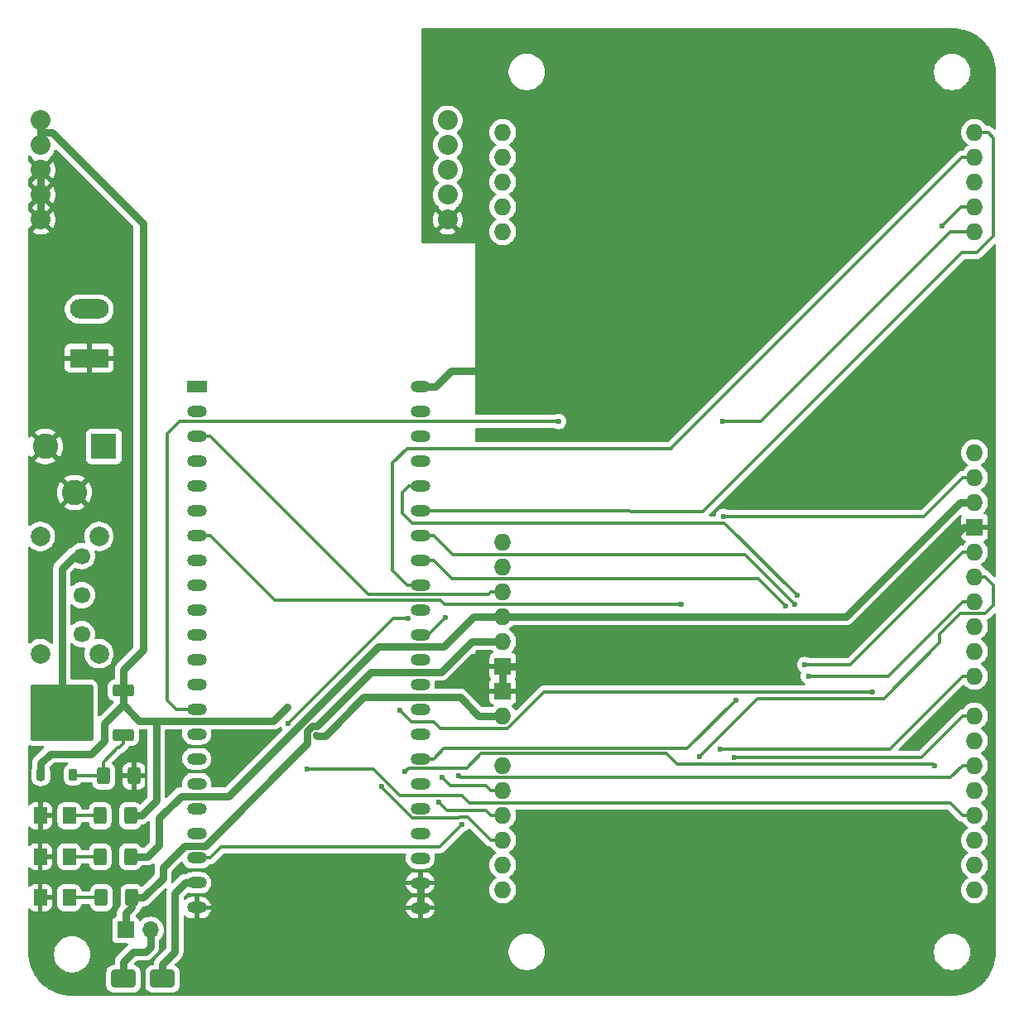
<source format=gtl>
%TF.GenerationSoftware,KiCad,Pcbnew,8.0.0*%
%TF.CreationDate,2024-06-28T13:29:57-04:00*%
%TF.ProjectId,myBaseBoardDesignv1,6d794261-7365-4426-9f61-726444657369,rev?*%
%TF.SameCoordinates,Original*%
%TF.FileFunction,Copper,L1,Top*%
%TF.FilePolarity,Positive*%
%FSLAX46Y46*%
G04 Gerber Fmt 4.6, Leading zero omitted, Abs format (unit mm)*
G04 Created by KiCad (PCBNEW 8.0.0) date 2024-06-28 13:29:57*
%MOMM*%
%LPD*%
G01*
G04 APERTURE LIST*
G04 Aperture macros list*
%AMRoundRect*
0 Rectangle with rounded corners*
0 $1 Rounding radius*
0 $2 $3 $4 $5 $6 $7 $8 $9 X,Y pos of 4 corners*
0 Add a 4 corners polygon primitive as box body*
4,1,4,$2,$3,$4,$5,$6,$7,$8,$9,$2,$3,0*
0 Add four circle primitives for the rounded corners*
1,1,$1+$1,$2,$3*
1,1,$1+$1,$4,$5*
1,1,$1+$1,$6,$7*
1,1,$1+$1,$8,$9*
0 Add four rect primitives between the rounded corners*
20,1,$1+$1,$2,$3,$4,$5,0*
20,1,$1+$1,$4,$5,$6,$7,0*
20,1,$1+$1,$6,$7,$8,$9,0*
20,1,$1+$1,$8,$9,$2,$3,0*%
G04 Aperture macros list end*
%TA.AperFunction,SMDPad,CuDef*%
%ADD10RoundRect,0.250000X1.000000X0.650000X-1.000000X0.650000X-1.000000X-0.650000X1.000000X-0.650000X0*%
%TD*%
%TA.AperFunction,ComponentPad*%
%ADD11R,1.700000X1.700000*%
%TD*%
%TA.AperFunction,ComponentPad*%
%ADD12O,1.700000X1.700000*%
%TD*%
%TA.AperFunction,SMDPad,CuDef*%
%ADD13RoundRect,0.250000X-0.400000X-0.625000X0.400000X-0.625000X0.400000X0.625000X-0.400000X0.625000X0*%
%TD*%
%TA.AperFunction,SMDPad,CuDef*%
%ADD14RoundRect,0.250000X0.850000X0.350000X-0.850000X0.350000X-0.850000X-0.350000X0.850000X-0.350000X0*%
%TD*%
%TA.AperFunction,SMDPad,CuDef*%
%ADD15RoundRect,0.250000X1.275000X1.125000X-1.275000X1.125000X-1.275000X-1.125000X1.275000X-1.125000X0*%
%TD*%
%TA.AperFunction,SMDPad,CuDef*%
%ADD16RoundRect,0.249997X2.950003X2.650003X-2.950003X2.650003X-2.950003X-2.650003X2.950003X-2.650003X0*%
%TD*%
%TA.AperFunction,ComponentPad*%
%ADD17C,2.032000*%
%TD*%
%TA.AperFunction,ComponentPad*%
%ADD18O,1.727200X1.727200*%
%TD*%
%TA.AperFunction,ComponentPad*%
%ADD19R,1.727200X1.727200*%
%TD*%
%TA.AperFunction,ComponentPad*%
%ADD20R,3.960000X1.980000*%
%TD*%
%TA.AperFunction,ComponentPad*%
%ADD21O,3.960000X1.980000*%
%TD*%
%TA.AperFunction,SMDPad,CuDef*%
%ADD22RoundRect,0.250000X0.400000X0.625000X-0.400000X0.625000X-0.400000X-0.625000X0.400000X-0.625000X0*%
%TD*%
%TA.AperFunction,SMDPad,CuDef*%
%ADD23RoundRect,0.225000X-0.225000X-0.375000X0.225000X-0.375000X0.225000X0.375000X-0.225000X0.375000X0*%
%TD*%
%TA.AperFunction,SMDPad,CuDef*%
%ADD24RoundRect,0.250001X-0.462499X-0.624999X0.462499X-0.624999X0.462499X0.624999X-0.462499X0.624999X0*%
%TD*%
%TA.AperFunction,ComponentPad*%
%ADD25C,1.700000*%
%TD*%
%TA.AperFunction,ComponentPad*%
%ADD26C,2.000000*%
%TD*%
%TA.AperFunction,ComponentPad*%
%ADD27O,2.000000X1.200000*%
%TD*%
%TA.AperFunction,ComponentPad*%
%ADD28R,2.000000X1.200000*%
%TD*%
%TA.AperFunction,ComponentPad*%
%ADD29R,2.600000X2.600000*%
%TD*%
%TA.AperFunction,ComponentPad*%
%ADD30C,2.600000*%
%TD*%
%TA.AperFunction,ViaPad*%
%ADD31C,0.600000*%
%TD*%
%TA.AperFunction,ViaPad*%
%ADD32C,0.700000*%
%TD*%
%TA.AperFunction,Conductor*%
%ADD33C,0.762000*%
%TD*%
%TA.AperFunction,Conductor*%
%ADD34C,0.304800*%
%TD*%
G04 APERTURE END LIST*
D10*
%TO.P,D5,1,K*%
%TO.N,/5V_AFT2*%
X87000000Y-148250000D03*
%TO.P,D5,2,A*%
%TO.N,/5V_AFT1*%
X83000000Y-148250000D03*
%TD*%
D11*
%TO.P,J3,1,Pin_1*%
%TO.N,+5V*%
X83225000Y-143250000D03*
D12*
%TO.P,J3,2,Pin_2*%
%TO.N,/5V_AFT1*%
X85765000Y-143250000D03*
%TD*%
D13*
%TO.P,R1,1*%
%TO.N,Net-(D1-A)*%
X80974000Y-127508000D03*
%TO.P,R1,2*%
%TO.N,GND*%
X84074000Y-127508000D03*
%TD*%
D14*
%TO.P,Q2,1,G*%
%TO.N,Net-(D1-A)*%
X82984000Y-123310000D03*
D15*
%TO.P,Q2,2,D*%
%TO.N,/PWRB*%
X78359000Y-122555000D03*
X78359000Y-119505000D03*
D16*
X76684000Y-121030000D03*
D15*
X75009000Y-122555000D03*
X75009000Y-119505000D03*
D14*
%TO.P,Q2,3,S*%
%TO.N,VIN*%
X82984000Y-118750000D03*
%TD*%
D17*
%TO.P,J1,62,+3V3*%
%TO.N,+3V3*%
X116165000Y-60460000D03*
%TO.P,J1,61,+5V*%
%TO.N,+5V*%
X116165000Y-63000000D03*
%TO.P,J1,60,VOUT1*%
%TO.N,unconnected-(J1-VOUT1-Pad60)*%
X116165000Y-65540000D03*
%TO.P,J1,59,VOUT2*%
%TO.N,unconnected-(J1-VOUT2-Pad59)*%
X116165000Y-68080000D03*
%TO.P,J1,58,GND*%
%TO.N,GND*%
X116165000Y-70620000D03*
%TO.P,J1,57,GND*%
X74550000Y-70620000D03*
%TO.P,J1,56,GND*%
X74550000Y-68080000D03*
%TO.P,J1,55,GND*%
X74550000Y-65540000D03*
%TO.P,J1,54,VIN*%
%TO.N,VIN*%
X74550000Y-63000000D03*
%TO.P,J1,53,VIN*%
X74550000Y-60460000D03*
D18*
%TO.P,J1,48,SCL_GP48*%
%TO.N,GP48*%
X170050000Y-94446000D03*
%TO.P,J1,47,SDA_GP47*%
%TO.N,GP47*%
X170050000Y-96986000D03*
%TO.P,J1,46,GP46*%
%TO.N,GP46*%
X170050000Y-71840000D03*
%TO.P,J1,45,GP45*%
%TO.N,GP45*%
X170050000Y-66760000D03*
%TO.P,J1,42,GP42*%
%TO.N,GP42*%
X170050000Y-61680000D03*
%TO.P,J1,41,RX_GP41*%
%TO.N,GP41*%
X170050000Y-136610000D03*
%TO.P,J1,40,TX_GP40*%
%TO.N,GP40*%
X170050000Y-139150000D03*
%TO.P,J1,39,GP39*%
%TO.N,GP39*%
X170050000Y-64220000D03*
%TO.P,J1,38,GP38*%
%TO.N,GP38*%
X121790000Y-64220000D03*
%TO.P,J1,37,GP37*%
%TO.N,GP37*%
X121790000Y-66760000D03*
%TO.P,J1,36,GP36*%
%TO.N,GP36*%
X121790000Y-69300000D03*
%TO.P,J1,35,GP35*%
%TO.N,GP35*%
X121790000Y-71840000D03*
%TO.P,J1,32,+3V3*%
%TO.N,+3V3*%
X170050000Y-99526000D03*
D19*
%TO.P,J1,30,GND*%
%TO.N,GND*%
X170050000Y-102066000D03*
D18*
%TO.P,J1,29,NC*%
%TO.N,unconnected-(J1-NC-Pad29)*%
X121790000Y-103590000D03*
%TO.P,J1,28,IOREF*%
%TO.N,unconnected-(J1-IOREF-Pad28)*%
X121790000Y-106130000D03*
%TO.P,J1,27,~{RST}*%
%TO.N,~{RST}*%
X121790000Y-108670000D03*
%TO.P,J1,26,+3V3*%
%TO.N,+3V3*%
X121790000Y-111210000D03*
%TO.P,J1,25,+5V*%
%TO.N,+5V*%
X121790000Y-113750000D03*
D19*
%TO.P,J1,24,GND*%
%TO.N,GND*%
X121790000Y-116290000D03*
%TO.P,J1,23,GND*%
X121790000Y-118830000D03*
D18*
%TO.P,J1,22,VIN*%
%TO.N,VIN*%
X121790000Y-121370000D03*
%TO.P,J1,21,GP21*%
%TO.N,GP21*%
X170050000Y-69300000D03*
%TO.P,J1,18,GP18*%
%TO.N,GP18*%
X121790000Y-136610000D03*
%TO.P,J1,17,GP17*%
%TO.N,GP17*%
X121790000Y-134070000D03*
%TO.P,J1,16,GP16*%
%TO.N,GP16*%
X121790000Y-131530000D03*
%TO.P,J1,15,GP15*%
%TO.N,GP15*%
X121790000Y-128990000D03*
%TO.P,J1,14,GP14*%
%TO.N,GP14*%
X121790000Y-126450000D03*
%TO.P,J1,13,GP13*%
%TO.N,GP13*%
X170050000Y-104606000D03*
%TO.P,J1,12,GP12*%
%TO.N,GP12*%
X170050000Y-107146000D03*
%TO.P,J1,11,GP11*%
%TO.N,GP11*%
X170050000Y-109686000D03*
%TO.P,J1,10,GP10*%
%TO.N,GP10*%
X170050000Y-112226000D03*
%TO.P,J1,9,GP9*%
%TO.N,GP9*%
X170050000Y-114766000D03*
%TO.P,J1,8,GP8*%
%TO.N,GP8*%
X170050000Y-117306000D03*
%TO.P,J1,7,GP7*%
%TO.N,GP7*%
X170050000Y-121370000D03*
%TO.P,J1,6,GP6*%
%TO.N,GP6*%
X170050000Y-123910000D03*
%TO.P,J1,5,GP5*%
%TO.N,GP5*%
X170050000Y-126450000D03*
%TO.P,J1,4,GP4*%
%TO.N,GP4*%
X170050000Y-128990000D03*
%TO.P,J1,3,GP3*%
%TO.N,GP3*%
X170050000Y-131530000D03*
%TO.P,J1,2,GP2*%
%TO.N,GP2*%
X170050000Y-134070000D03*
%TO.P,J1,1,GP1*%
%TO.N,GP1*%
X121790000Y-139150000D03*
%TO.P,J1,0,GP0*%
%TO.N,GP0*%
X121790000Y-61680000D03*
%TD*%
D20*
%TO.P,J4,1,Pin_1*%
%TO.N,GND*%
X79500000Y-84765000D03*
D21*
%TO.P,J4,2,Pin_2*%
%TO.N,/PWRA*%
X79500000Y-79765000D03*
%TD*%
D22*
%TO.P,R4,1*%
%TO.N,+3V3*%
X83719000Y-135763000D03*
%TO.P,R4,2*%
%TO.N,Net-(D4-A)*%
X80619000Y-135763000D03*
%TD*%
D23*
%TO.P,D1,1,K*%
%TO.N,VIN*%
X74551000Y-127381000D03*
%TO.P,D1,2,A*%
%TO.N,Net-(D1-A)*%
X77851000Y-127381000D03*
%TD*%
D24*
%TO.P,D3,1,K*%
%TO.N,GND*%
X74484500Y-139954000D03*
%TO.P,D3,2,A*%
%TO.N,Net-(D3-A)*%
X77459500Y-139954000D03*
%TD*%
D25*
%TO.P,SW1,3,C*%
%TO.N,unconnected-(SW1-C-Pad3)*%
X78750000Y-113000000D03*
%TO.P,SW1,2,B*%
%TO.N,/PWRA*%
X78750000Y-109000000D03*
%TO.P,SW1,1,A*%
%TO.N,/PWRB*%
X78750000Y-105000000D03*
D26*
%TO.P,SW1,*%
%TO.N,*%
X74500000Y-115000000D03*
X80500000Y-115000000D03*
X74500000Y-103000000D03*
X80500000Y-103000000D03*
%TD*%
D24*
%TO.P,D4,1,K*%
%TO.N,GND*%
X74484500Y-135763000D03*
%TO.P,D4,2,A*%
%TO.N,Net-(D4-A)*%
X77459500Y-135763000D03*
%TD*%
%TO.P,D2,1,K*%
%TO.N,GND*%
X74495000Y-131572000D03*
%TO.P,D2,2,A*%
%TO.N,Net-(D2-A)*%
X77470000Y-131572000D03*
%TD*%
D27*
%TO.P,U1,44,GND*%
%TO.N,GND*%
X113360000Y-87640000D03*
%TO.P,U1,43,GPIO43/U0TXD*%
%TO.N,unconnected-(U1-GPIO43{slash}U0TXD-Pad43)*%
X113360000Y-90180000D03*
%TO.P,U1,42,GPIO44/U0RXD*%
%TO.N,unconnected-(U1-GPIO44{slash}U0RXD-Pad42)*%
X113360000Y-92720000D03*
%TO.P,U1,41,GPIO1/ADC1_CH0*%
%TO.N,GP1*%
X113360000Y-95260000D03*
%TO.P,U1,40,GPIO2/ADC1_CH1*%
%TO.N,GP2*%
X113360000Y-97800000D03*
%TO.P,U1,39,GPIO42/MTMS*%
%TO.N,GP42*%
X113360000Y-100340000D03*
%TO.P,U1,38,GPIO41/MTDI*%
%TO.N,GP41*%
X113360000Y-102880000D03*
%TO.P,U1,37,GPIO40/MTDO*%
%TO.N,GP40*%
X113360000Y-105420000D03*
%TO.P,U1,36,GPIO39/MTCK*%
%TO.N,GP39*%
X113360000Y-107960000D03*
%TO.P,U1,35,GPIO38*%
%TO.N,GP38*%
X113360000Y-110500000D03*
%TO.P,U1,34,GPIO37*%
%TO.N,GP37*%
X113360000Y-113040000D03*
%TO.P,U1,33,GPIO36*%
%TO.N,GP36*%
X113360000Y-115580000D03*
%TO.P,U1,32,GPIO35*%
%TO.N,GP35*%
X113360000Y-118120000D03*
%TO.P,U1,31,GPIO0*%
%TO.N,GP0*%
X113360000Y-120660000D03*
%TO.P,U1,30,GPIO45*%
%TO.N,GP45*%
X113360000Y-123200000D03*
%TO.P,U1,29,GPIO48*%
%TO.N,GP48*%
X113360000Y-125740000D03*
%TO.P,U1,28,GPIO47*%
%TO.N,GP47*%
X113360000Y-128280000D03*
%TO.P,U1,27,GPIO21*%
%TO.N,GP21*%
X113360000Y-130820000D03*
%TO.P,U1,26,GPIO20/USB_D+*%
%TO.N,unconnected-(U1-GPIO20{slash}USB_D+-Pad26)*%
X113360000Y-133360000D03*
%TO.P,U1,25,GPIO19/USB_D-*%
%TO.N,unconnected-(U1-GPIO19{slash}USB_D--Pad25)*%
X113360000Y-135900000D03*
%TO.P,U1,24,GND*%
%TO.N,GND*%
X113360000Y-138440000D03*
%TO.P,U1,23,GND*%
X113360000Y-140980000D03*
%TO.P,U1,22,GND*%
X90496320Y-140977280D03*
%TO.P,U1,21,5V*%
%TO.N,/5V_AFT2*%
X90496320Y-138437280D03*
%TO.P,U1,20,GPIO14/ADC2_CH3*%
%TO.N,GP14*%
X90496320Y-135897280D03*
%TO.P,U1,19,GPIO13/ADC2_CH2*%
%TO.N,GP13*%
X90500000Y-133360000D03*
%TO.P,U1,18,GPIO12/ADC2_CH1*%
%TO.N,GP12*%
X90500000Y-130820000D03*
%TO.P,U1,17,GPIO11/ADC2_CH0*%
%TO.N,GP11*%
X90500000Y-128280000D03*
%TO.P,U1,16,GPIO10/ADC1_CH9*%
%TO.N,GP10*%
X90500000Y-125740000D03*
%TO.P,U1,15,GPIO9/ADC1_CH8*%
%TO.N,GP9*%
X90500000Y-123200000D03*
%TO.P,U1,14,GPIO46*%
%TO.N,GP46*%
X90500000Y-120660000D03*
%TO.P,U1,13,GPIO3/ADC1_CH2*%
%TO.N,GP3*%
X90500000Y-118120000D03*
%TO.P,U1,12,GPIO8/ADC1_CH7*%
%TO.N,GP8*%
X90500000Y-115580000D03*
%TO.P,U1,11,GPIO18/ADC2_CH7*%
%TO.N,GP18*%
X90500000Y-113040000D03*
%TO.P,U1,10,GPIO17/ADC2_CH6*%
%TO.N,GP17*%
X90500000Y-110500000D03*
%TO.P,U1,9,GPIO16/ADC2_CH5/32K_N*%
%TO.N,GP16*%
X90500000Y-107960000D03*
%TO.P,U1,8,GPIO15/ADC2_CH4/32K_P*%
%TO.N,GP15*%
X90500000Y-105420000D03*
%TO.P,U1,7,GPIO7/ADC1_CH6*%
%TO.N,GP7*%
X90500000Y-102880000D03*
%TO.P,U1,6,GPIO6/ADC1_CH5*%
%TO.N,GP6*%
X90500000Y-100340000D03*
%TO.P,U1,5,GPIO5/ADC1_CH4*%
%TO.N,GP5*%
X90500000Y-97800000D03*
%TO.P,U1,4,GPIO4/ADC1_CH3*%
%TO.N,GP4*%
X90500000Y-95260000D03*
%TO.P,U1,3,CHIP_PU*%
%TO.N,~{RST}*%
X90500000Y-92720000D03*
%TO.P,U1,2,3V3*%
%TO.N,unconnected-(U1-3V3-Pad1)_0*%
X90500000Y-90180000D03*
D28*
%TO.P,U1,1,3V3*%
%TO.N,unconnected-(U1-3V3-Pad1)*%
X90500000Y-87640000D03*
%TD*%
D22*
%TO.P,R2,1*%
%TO.N,VIN*%
X83719000Y-131572000D03*
%TO.P,R2,2*%
%TO.N,Net-(D2-A)*%
X80619000Y-131572000D03*
%TD*%
%TO.P,R3,1*%
%TO.N,+5V*%
X83846000Y-139954000D03*
%TO.P,R3,2*%
%TO.N,Net-(D3-A)*%
X80746000Y-139954000D03*
%TD*%
D29*
%TO.P,J2,1*%
%TO.N,/PWRA*%
X81000000Y-93800000D03*
D30*
%TO.P,J2,2*%
%TO.N,GND*%
X75000000Y-93800000D03*
%TO.P,J2,3*%
X78000000Y-98500000D03*
%TD*%
D31*
%TO.N,GND*%
X73750000Y-146250000D03*
X81750000Y-145500000D03*
X82750000Y-101250000D03*
X82750000Y-103750000D03*
X82750000Y-106500000D03*
X82750000Y-108500000D03*
X82750000Y-110750000D03*
X90000000Y-147000000D03*
X90000000Y-148500000D03*
X91500000Y-147000000D03*
X91500000Y-148500000D03*
X93000000Y-149500000D03*
X93000000Y-140000000D03*
X93000000Y-142000000D03*
X95500000Y-142000000D03*
X101000000Y-149500000D03*
X99000000Y-149500000D03*
X97000000Y-149500000D03*
X95000000Y-149500000D03*
D32*
%TO.N,VIN*%
X102731800Y-123316900D03*
X99749500Y-120453600D03*
D31*
%TO.N,GND*%
X150000000Y-70000000D03*
X160000000Y-65000000D03*
X76000000Y-141750000D03*
X145000000Y-60000000D03*
X79000000Y-117000000D03*
X123750000Y-136500000D03*
X160000000Y-60000000D03*
X155000000Y-90000000D03*
X140000000Y-116000000D03*
X140000000Y-89000000D03*
X129000000Y-131750000D03*
X80500000Y-143000000D03*
X116000000Y-55250000D03*
X134000000Y-116000000D03*
X150000000Y-60000000D03*
X75500000Y-90000000D03*
X140000000Y-70000000D03*
X130000000Y-75000000D03*
X110000000Y-137000000D03*
X137500000Y-86000000D03*
X74000000Y-143000000D03*
X82169000Y-129413000D03*
X171000000Y-86000000D03*
X171000000Y-83500000D03*
X116500000Y-139500000D03*
X144250000Y-115750000D03*
X160000000Y-85000000D03*
X127800000Y-112600000D03*
X108000000Y-138500000D03*
X135000000Y-70000000D03*
X140000000Y-55000000D03*
X123600000Y-118400000D03*
X102600000Y-141000000D03*
X171000000Y-78000000D03*
X103000000Y-149500000D03*
X102000000Y-138500000D03*
X145000000Y-55000000D03*
X130000000Y-65000000D03*
X124400000Y-117200000D03*
X105800000Y-141000000D03*
X76500000Y-129250000D03*
X135000000Y-65000000D03*
X84328000Y-133731000D03*
X164750000Y-132000000D03*
X120250000Y-115250000D03*
X130000000Y-55000000D03*
X150000000Y-95000000D03*
X75500000Y-79500000D03*
X120000000Y-118800000D03*
X139500000Y-86000000D03*
X79500000Y-74000000D03*
X130000000Y-80000000D03*
X167500000Y-88500000D03*
X118000000Y-149000000D03*
X130000000Y-92500000D03*
X155000000Y-60000000D03*
X155000000Y-75000000D03*
X124000000Y-132000000D03*
X80500000Y-133500000D03*
X77000000Y-137750000D03*
X132500000Y-86000000D03*
X164000000Y-93000000D03*
D32*
X116000000Y-51500000D03*
D31*
X164500000Y-123500000D03*
X165000000Y-80000000D03*
X135000000Y-86000000D03*
X142000000Y-149000000D03*
X162000000Y-109000000D03*
X82750000Y-114500000D03*
X140000000Y-60000000D03*
X80500000Y-137750000D03*
X79200000Y-128800000D03*
X160000000Y-70000000D03*
X130000000Y-70000000D03*
X127750000Y-115000000D03*
X129500000Y-113000000D03*
X155000000Y-55000000D03*
X85217000Y-137795000D03*
X145000000Y-113000000D03*
X135000000Y-80000000D03*
X145000000Y-75000000D03*
X130000000Y-60000000D03*
X118600000Y-118800000D03*
X145600000Y-98800000D03*
X155000000Y-70000000D03*
X115400000Y-141400000D03*
X119250000Y-116750000D03*
X158000000Y-93000000D03*
X93000000Y-124000000D03*
X75500000Y-109500000D03*
X171000000Y-80500000D03*
X150000000Y-65000000D03*
X130000000Y-89000000D03*
X140000000Y-75000000D03*
X148000000Y-116000000D03*
X135000000Y-60000000D03*
X158000000Y-98500000D03*
X160000000Y-55000000D03*
X171000000Y-75500000D03*
X97000000Y-124000000D03*
X76500000Y-74000000D03*
X79000000Y-141500000D03*
X145000000Y-65000000D03*
X108200000Y-141000000D03*
X140000000Y-80000000D03*
X169000000Y-119500000D03*
X75500000Y-101000000D03*
X75500000Y-112500000D03*
X145000000Y-80000000D03*
X152000000Y-98500000D03*
X135000000Y-92500000D03*
X129000000Y-86000000D03*
X151000000Y-116000000D03*
X75500000Y-84500000D03*
X73750000Y-125000000D03*
X150000000Y-55000000D03*
X135000000Y-55000000D03*
X115400000Y-138400000D03*
X167500000Y-103500000D03*
X135000000Y-75000000D03*
X135000000Y-89000000D03*
X150000000Y-75000000D03*
X158000000Y-113000000D03*
X161750000Y-132000000D03*
X79100000Y-149500000D03*
X150000000Y-80000000D03*
X125000000Y-115000000D03*
X155000000Y-65000000D03*
X163000000Y-149000000D03*
X163500000Y-107500000D03*
X140000000Y-65000000D03*
X129000000Y-149000000D03*
X145000000Y-70000000D03*
%TO.N,GP6*%
X111301300Y-120809600D03*
X159593300Y-118894400D03*
%TO.N,GP3*%
X101767400Y-126770400D03*
%TO.N,GP17*%
X109412700Y-128572800D03*
%TO.N,GP8*%
X144000000Y-124781400D03*
%TO.N,GP48*%
X145617900Y-119735000D03*
%TO.N,GP40*%
X150733900Y-110158300D03*
%TO.N,GP14*%
X117633400Y-132460800D03*
%TO.N,GP37*%
X115905200Y-111303200D03*
%TO.N,GP7*%
X145500000Y-125624100D03*
X140038250Y-109961750D03*
%TO.N,GP46*%
X144250000Y-91250000D03*
X127500000Y-91250000D03*
%TO.N,GP12*%
X141959500Y-125500000D03*
%TO.N,GP4*%
X111809600Y-127092800D03*
X166000000Y-126500000D03*
%TO.N,GP16*%
X115278950Y-130221050D03*
%TO.N,GP5*%
X117242600Y-127478700D03*
%TO.N,GP1*%
X112133000Y-111369100D03*
X99832800Y-122104000D03*
%TO.N,GP41*%
X151688700Y-109947100D03*
%TO.N,GP21*%
X166750000Y-71250000D03*
%TO.N,GP11*%
X153057000Y-117307100D03*
%TO.N,GP13*%
X152703100Y-116120900D03*
%TO.N,GP15*%
X115572800Y-127610800D03*
%TO.N,GP2*%
X151928700Y-109047600D03*
%TO.N,GP47*%
X144361300Y-100960900D03*
%TD*%
D33*
%TO.N,/5V_AFT2*%
X87000000Y-148250000D02*
X87000000Y-146750000D01*
X88250000Y-139500000D02*
X89312720Y-138437280D01*
X87000000Y-146750000D02*
X88250000Y-145500000D01*
X88250000Y-145500000D02*
X88250000Y-139500000D01*
X89312720Y-138437280D02*
X90496320Y-138437280D01*
%TO.N,/5V_AFT1*%
X85250000Y-145500000D02*
X84000000Y-145500000D01*
X85765000Y-143250000D02*
X85765000Y-144985000D01*
X85765000Y-144985000D02*
X85250000Y-145500000D01*
X84000000Y-145500000D02*
X83000000Y-146500000D01*
X83000000Y-146500000D02*
X83000000Y-148250000D01*
%TO.N,+5V*%
X83846000Y-139954000D02*
X83846000Y-140904000D01*
X83846000Y-140904000D02*
X83225000Y-141525000D01*
X83225000Y-141525000D02*
X83225000Y-143250000D01*
X87058500Y-137941500D02*
X85046000Y-139954000D01*
X121790000Y-113750000D02*
X118603300Y-113750000D01*
X91333100Y-134630500D02*
X89270500Y-134630500D01*
X118603300Y-113750000D02*
X115503300Y-116850000D01*
X115503300Y-116850000D02*
X108317500Y-116850000D01*
X101768100Y-124195500D02*
X91333100Y-134630500D01*
X108317500Y-116850000D02*
X102814300Y-122353200D01*
X89270500Y-134630500D02*
X87058500Y-136842500D01*
X102814300Y-122353200D02*
X102332700Y-122353200D01*
X87058500Y-136842500D02*
X87058500Y-137941500D01*
X102332700Y-122353200D02*
X101768100Y-122917800D01*
X101768100Y-122917800D02*
X101768100Y-124195500D01*
X85046000Y-139954000D02*
X83846000Y-139954000D01*
D34*
%TO.N,Net-(D1-A)*%
X77672500Y-127477500D02*
X80927500Y-127477500D01*
X82423000Y-124587000D02*
X82550000Y-124587000D01*
X80927500Y-127477500D02*
X80927500Y-126082500D01*
X80927500Y-127477500D02*
X80950000Y-127500000D01*
X82984000Y-124153000D02*
X82984000Y-123310000D01*
X82550000Y-124587000D02*
X82984000Y-124153000D01*
X80927500Y-126082500D02*
X82423000Y-124587000D01*
D33*
%TO.N,VIN*%
X102803000Y-123388100D02*
X102731800Y-123316900D01*
X82984000Y-116660000D02*
X82984000Y-118750000D01*
X98354400Y-121848700D02*
X86360000Y-121848700D01*
X75730000Y-61730000D02*
X85000000Y-71000000D01*
X86360000Y-121848700D02*
X84616700Y-121848700D01*
X79728000Y-125250000D02*
X81026000Y-123952000D01*
X98354400Y-121848700D02*
X99749500Y-120453600D01*
X107546700Y-119451900D02*
X103610500Y-123388100D01*
X74550000Y-60460000D02*
X74550000Y-61730000D01*
X84616700Y-121848700D02*
X82984000Y-120216000D01*
X83719000Y-131572000D02*
X84836000Y-131572000D01*
X84836000Y-131572000D02*
X86360000Y-130048000D01*
X82984000Y-118750000D02*
X82984000Y-120216000D01*
X86360000Y-130048000D02*
X86360000Y-121848700D01*
X103610500Y-123388100D02*
X102803000Y-123388100D01*
X117432100Y-119451900D02*
X107546700Y-119451900D01*
X85000000Y-114644000D02*
X82984000Y-116660000D01*
X74550000Y-61730000D02*
X74550000Y-63000000D01*
X74551000Y-127381000D02*
X74551000Y-127656000D01*
X74551000Y-126199000D02*
X75500000Y-125250000D01*
X74550000Y-61730000D02*
X75730000Y-61730000D01*
X81026000Y-122174000D02*
X82984000Y-120216000D01*
X75500000Y-125250000D02*
X79728000Y-125250000D01*
X85000000Y-71000000D02*
X85000000Y-114644000D01*
X121790000Y-121370000D02*
X119350200Y-121370000D01*
X81026000Y-123952000D02*
X81026000Y-122174000D01*
X119350200Y-121370000D02*
X117432100Y-119451900D01*
X74551000Y-127381000D02*
X74551000Y-126199000D01*
D34*
%TO.N,Net-(D2-A)*%
X80619000Y-131572000D02*
X77470000Y-131572000D01*
D33*
%TO.N,GND*%
X125200000Y-116290000D02*
X121790000Y-116290000D01*
X132500000Y-86000000D02*
X132542100Y-86042100D01*
X129500000Y-113000000D02*
X127750000Y-114750000D01*
X132457900Y-86042100D02*
X132500000Y-86000000D01*
X139457900Y-86042100D02*
X139500000Y-86000000D01*
X139542100Y-86042100D02*
X139957900Y-86042100D01*
X128957900Y-86042100D02*
X129000000Y-86000000D01*
X132542100Y-86042100D02*
X134957900Y-86042100D01*
X121386400Y-86042100D02*
X116540600Y-86042100D01*
X135042100Y-86042100D02*
X137457900Y-86042100D01*
X134957900Y-86042100D02*
X135000000Y-86000000D01*
X139957900Y-86042100D02*
X140000000Y-86000000D01*
X129000000Y-86000000D02*
X129042100Y-86042100D01*
X127750000Y-114750000D02*
X127750000Y-115000000D01*
X137457900Y-86042100D02*
X137500000Y-86000000D01*
X137542100Y-86042100D02*
X139457900Y-86042100D01*
X126042100Y-86042100D02*
X128957900Y-86042100D01*
X126210000Y-116290000D02*
X125200000Y-116290000D01*
X74550000Y-68080000D02*
X74550000Y-70620000D01*
X126000000Y-86000000D02*
X126042100Y-86042100D01*
X113360000Y-87640000D02*
X114942700Y-87640000D01*
X116540600Y-86042100D02*
X114942700Y-87640000D01*
X121386400Y-86042100D02*
X125957900Y-86042100D01*
X125957900Y-86042100D02*
X126000000Y-86000000D01*
X135000000Y-86000000D02*
X135042100Y-86042100D01*
X129042100Y-86042100D02*
X132457900Y-86042100D01*
X158000000Y-113000000D02*
X145000000Y-113000000D01*
X127750000Y-115000000D02*
X127500000Y-115000000D01*
X127500000Y-115000000D02*
X126210000Y-116290000D01*
X113360000Y-138440000D02*
X113360000Y-140980000D01*
X145000000Y-113000000D02*
X129500000Y-113000000D01*
X121790000Y-116290000D02*
X121790000Y-118830000D01*
X170050000Y-102066000D02*
X168934000Y-102066000D01*
X168934000Y-102066000D02*
X158000000Y-113000000D01*
X137500000Y-86000000D02*
X137542100Y-86042100D01*
X74550000Y-65540000D02*
X74550000Y-68080000D01*
X139500000Y-86000000D02*
X139542100Y-86042100D01*
D34*
%TO.N,Net-(D3-A)*%
X80746000Y-139954000D02*
X77459500Y-139954000D01*
%TO.N,Net-(D4-A)*%
X80619000Y-135763000D02*
X77459500Y-135763000D01*
%TO.N,GP6*%
X111301300Y-120809600D02*
X112421700Y-121930000D01*
X122300500Y-122613000D02*
X126019100Y-118894400D01*
X114712600Y-121930000D02*
X115395600Y-122613000D01*
X112421700Y-121930000D02*
X114712600Y-121930000D01*
X126019100Y-118894400D02*
X159593300Y-118894400D01*
X115395600Y-122613000D02*
X122300500Y-122613000D01*
%TO.N,GP3*%
X167560800Y-130258500D02*
X118351400Y-130258500D01*
X108553500Y-126770400D02*
X101767400Y-126770400D01*
X117587900Y-129495000D02*
X111278100Y-129495000D01*
X168832300Y-131530000D02*
X167560800Y-130258500D01*
X118351400Y-130258500D02*
X117587900Y-129495000D01*
X111278100Y-129495000D02*
X108553500Y-126770400D01*
X170050000Y-131530000D02*
X168832300Y-131530000D01*
D33*
%TO.N,+3V3*%
X118798000Y-111210000D02*
X115781200Y-114226800D01*
X123236300Y-111210000D02*
X156919700Y-111210000D01*
X86614000Y-134620000D02*
X85471000Y-135763000D01*
X85471000Y-135763000D02*
X83719000Y-135763000D01*
X88890000Y-129550000D02*
X86614000Y-131826000D01*
X121790000Y-111210000D02*
X118798000Y-111210000D01*
X156919700Y-111210000D02*
X168603700Y-99526000D01*
X121790000Y-111210000D02*
X123236300Y-111210000D01*
X93773100Y-129550000D02*
X88890000Y-129550000D01*
X109096300Y-114226800D02*
X93773100Y-129550000D01*
X86614000Y-131826000D02*
X86614000Y-134620000D01*
X170050000Y-99526000D02*
X168603700Y-99526000D01*
X115781200Y-114226800D02*
X109096300Y-114226800D01*
D34*
%TO.N,GP17*%
X118240400Y-131738100D02*
X120572300Y-134070000D01*
X121790000Y-134070000D02*
X120572300Y-134070000D01*
X117336100Y-131738100D02*
X118240400Y-131738100D01*
X112565900Y-131808200D02*
X117266000Y-131808200D01*
X117266000Y-131808200D02*
X117336100Y-131738100D01*
X109412700Y-128572800D02*
X109412700Y-128655000D01*
X109412700Y-128655000D02*
X112565900Y-131808200D01*
%TO.N,GP42*%
X168750000Y-74000000D02*
X170250000Y-74000000D01*
X134881800Y-100500000D02*
X142250000Y-100500000D01*
X171430000Y-61680000D02*
X170050000Y-61680000D01*
X142250000Y-100500000D02*
X168750000Y-74000000D01*
X172000000Y-72250000D02*
X172000000Y-62250000D01*
X113360000Y-100340000D02*
X134721800Y-100340000D01*
X134721800Y-100340000D02*
X134881800Y-100500000D01*
X170250000Y-74000000D02*
X172000000Y-72250000D01*
X172000000Y-62250000D02*
X171430000Y-61680000D01*
%TO.N,GP8*%
X144000000Y-124781400D02*
X161356900Y-124781400D01*
X168832300Y-117306000D02*
X170050000Y-117306000D01*
X161356900Y-124781400D02*
X168832300Y-117306000D01*
%TO.N,GP48*%
X113360000Y-125740000D02*
X114714100Y-125740000D01*
X140637300Y-124715600D02*
X115738500Y-124715600D01*
X115738500Y-124715600D02*
X114714100Y-125740000D01*
X145617900Y-119735000D02*
X140637300Y-124715600D01*
%TO.N,GP40*%
X114714100Y-105420000D02*
X116643900Y-107349800D01*
X113360000Y-105420000D02*
X114714100Y-105420000D01*
X147925400Y-107349800D02*
X150733900Y-110158300D01*
X116643900Y-107349800D02*
X147925400Y-107349800D01*
%TO.N,GP14*%
X92996200Y-134751500D02*
X91850400Y-135897300D01*
X117633400Y-132460800D02*
X115342700Y-134751500D01*
X90496300Y-135897300D02*
X91850400Y-135897300D01*
X115342700Y-134751500D02*
X92996200Y-134751500D01*
%TO.N,GP37*%
X114168400Y-113040000D02*
X115905200Y-111303200D01*
X113360000Y-113040000D02*
X114168400Y-113040000D01*
%TO.N,GP7*%
X91854100Y-102880000D02*
X90500000Y-102880000D01*
X115799000Y-109908700D02*
X115391500Y-109501200D01*
X145500000Y-125624100D02*
X164578200Y-125624100D01*
X139985200Y-109908700D02*
X115799000Y-109908700D01*
X98475300Y-109501200D02*
X91854100Y-102880000D01*
X140038250Y-109961750D02*
X139985200Y-109908700D01*
X168832300Y-121370000D02*
X170050000Y-121370000D01*
X115391500Y-109501200D02*
X98475300Y-109501200D01*
X164578200Y-125624100D02*
X168832300Y-121370000D01*
%TO.N,~{RST}*%
X108084100Y-108950000D02*
X91854100Y-92720000D01*
X90500000Y-92720000D02*
X91854100Y-92720000D01*
X120292300Y-108950000D02*
X108084100Y-108950000D01*
X120572300Y-108670000D02*
X120292300Y-108950000D01*
X121790000Y-108670000D02*
X120572300Y-108670000D01*
%TO.N,GP46*%
X127500000Y-91250000D02*
X88750000Y-91250000D01*
X88410000Y-120660000D02*
X90500000Y-120660000D01*
X144250000Y-91250000D02*
X148150000Y-91250000D01*
X88750000Y-91250000D02*
X87500000Y-92500000D01*
X87500000Y-92500000D02*
X87500000Y-119750000D01*
X167560000Y-71840000D02*
X170050000Y-71840000D01*
X148150000Y-91250000D02*
X167560000Y-71840000D01*
X87500000Y-119750000D02*
X88410000Y-120660000D01*
%TO.N,GP12*%
X171146000Y-107146000D02*
X170050000Y-107146000D01*
X172000000Y-110000000D02*
X172000000Y-108000000D01*
X160772500Y-119576300D02*
X166500000Y-113848800D01*
X166500000Y-113000000D02*
X168598000Y-110902000D01*
X141959500Y-125500000D02*
X147883200Y-119576300D01*
X166500000Y-113848800D02*
X166500000Y-113000000D01*
X172000000Y-108000000D02*
X171146000Y-107146000D01*
X147883200Y-119576300D02*
X160772500Y-119576300D01*
X168598000Y-110902000D02*
X171098000Y-110902000D01*
X171098000Y-110902000D02*
X172000000Y-110000000D01*
%TO.N,GP4*%
X119561700Y-125227200D02*
X138538500Y-125227200D01*
X139635200Y-126323900D02*
X165823900Y-126323900D01*
X112204700Y-126697700D02*
X118091200Y-126697700D01*
X138538500Y-125227200D02*
X139635200Y-126323900D01*
X111809600Y-127092800D02*
X112204700Y-126697700D01*
X165823900Y-126323900D02*
X166000000Y-126500000D01*
X118091200Y-126697700D02*
X119561700Y-125227200D01*
%TO.N,GP16*%
X115278950Y-130221050D02*
X116083400Y-131025500D01*
X120572300Y-131530000D02*
X121790000Y-131530000D01*
X116083400Y-131025500D02*
X120067800Y-131025500D01*
X120067800Y-131025500D02*
X120572300Y-131530000D01*
%TO.N,GP5*%
X168832300Y-126450000D02*
X167612900Y-127669400D01*
X117433300Y-127669400D02*
X117242600Y-127478700D01*
X167612900Y-127669400D02*
X117433300Y-127669400D01*
X170050000Y-126450000D02*
X168832300Y-126450000D01*
%TO.N,GP1*%
X110567700Y-111369100D02*
X112133000Y-111369100D01*
X99832800Y-122104000D02*
X110567700Y-111369100D01*
%TO.N,GP39*%
X110500000Y-95500000D02*
X112010000Y-93990000D01*
X168780000Y-64220000D02*
X170050000Y-64220000D01*
X139062300Y-93990000D02*
X139062300Y-93937700D01*
X113360000Y-107960000D02*
X112005900Y-107960000D01*
X110500000Y-106454100D02*
X110500000Y-95500000D01*
X112005900Y-107960000D02*
X110500000Y-106454100D01*
X139062300Y-93937700D02*
X168780000Y-64220000D01*
X112010000Y-93990000D02*
X139062300Y-93990000D01*
%TO.N,GP41*%
X114714100Y-102880000D02*
X116694100Y-104860000D01*
X146601600Y-104860000D02*
X151688700Y-109947100D01*
X113360000Y-102880000D02*
X114714100Y-102880000D01*
X116694100Y-104860000D02*
X146601600Y-104860000D01*
%TO.N,GP21*%
X168700000Y-69300000D02*
X170050000Y-69300000D01*
X166750000Y-71250000D02*
X168700000Y-69300000D01*
%TO.N,GP11*%
X161211200Y-117307100D02*
X153057000Y-117307100D01*
X168832300Y-109686000D02*
X161211200Y-117307100D01*
X170050000Y-109686000D02*
X168832300Y-109686000D01*
%TO.N,GP13*%
X157317400Y-116120900D02*
X168832300Y-104606000D01*
X152703100Y-116120900D02*
X157317400Y-116120900D01*
X170050000Y-104606000D02*
X168832300Y-104606000D01*
%TO.N,GP15*%
X120067800Y-128485500D02*
X120572300Y-128990000D01*
X121790000Y-128990000D02*
X120572300Y-128990000D01*
X116447500Y-128485500D02*
X120067800Y-128485500D01*
X115572800Y-127610800D02*
X116447500Y-128485500D01*
%TO.N,GP2*%
X112500400Y-101615100D02*
X144496200Y-101615100D01*
X111500000Y-100614700D02*
X112500400Y-101615100D01*
X111500000Y-98500000D02*
X111500000Y-100614700D01*
X112200000Y-97800000D02*
X111500000Y-98500000D01*
X113360000Y-97800000D02*
X112200000Y-97800000D01*
X144496200Y-101615100D02*
X151928700Y-109047600D01*
%TO.N,GP47*%
X164857400Y-100960900D02*
X144361300Y-100960900D01*
X170050000Y-96986000D02*
X168832300Y-96986000D01*
X168832300Y-96986000D02*
X164857400Y-100960900D01*
D33*
%TO.N,/PWRB*%
X76684000Y-106316000D02*
X76684000Y-121030000D01*
X78000000Y-105000000D02*
X76684000Y-106316000D01*
X78750000Y-105000000D02*
X78000000Y-105000000D01*
%TD*%
%TA.AperFunction,Conductor*%
%TO.N,GND*%
G36*
X172168833Y-110857020D02*
G01*
X172224767Y-110898891D01*
X172249184Y-110964356D01*
X172249500Y-110973202D01*
X172249500Y-145497293D01*
X172249382Y-145502702D01*
X172232614Y-145886750D01*
X172231671Y-145897526D01*
X172181849Y-146275957D01*
X172179971Y-146286610D01*
X172097354Y-146659272D01*
X172094554Y-146669721D01*
X171979775Y-147033755D01*
X171976075Y-147043921D01*
X171830002Y-147396572D01*
X171825430Y-147406376D01*
X171649183Y-147744942D01*
X171643775Y-147754310D01*
X171438681Y-148076244D01*
X171432476Y-148085105D01*
X171200110Y-148387930D01*
X171193156Y-148396217D01*
X170935284Y-148677635D01*
X170927635Y-148685284D01*
X170646217Y-148943156D01*
X170637930Y-148950110D01*
X170335105Y-149182476D01*
X170326244Y-149188681D01*
X170004310Y-149393775D01*
X169994942Y-149399183D01*
X169656376Y-149575430D01*
X169646572Y-149580002D01*
X169293921Y-149726075D01*
X169283755Y-149729775D01*
X168919721Y-149844554D01*
X168909272Y-149847354D01*
X168536610Y-149929971D01*
X168525957Y-149931849D01*
X168147526Y-149981671D01*
X168136750Y-149982614D01*
X167752703Y-149999382D01*
X167747294Y-149999500D01*
X77752706Y-149999500D01*
X77747297Y-149999382D01*
X77363249Y-149982614D01*
X77352473Y-149981671D01*
X76974042Y-149931849D01*
X76963389Y-149929971D01*
X76590727Y-149847354D01*
X76580278Y-149844554D01*
X76216244Y-149729775D01*
X76206078Y-149726075D01*
X75853427Y-149580002D01*
X75843623Y-149575430D01*
X75505057Y-149399183D01*
X75495689Y-149393775D01*
X75173755Y-149188681D01*
X75164894Y-149182476D01*
X74862069Y-148950110D01*
X74853782Y-148943156D01*
X74572364Y-148685284D01*
X74564715Y-148677635D01*
X74306843Y-148396217D01*
X74299889Y-148387930D01*
X74067523Y-148085105D01*
X74061318Y-148076244D01*
X73856224Y-147754310D01*
X73850816Y-147744942D01*
X73749331Y-147549991D01*
X73674566Y-147406369D01*
X73669997Y-147396572D01*
X73523920Y-147043911D01*
X73520224Y-147033755D01*
X73405442Y-146669710D01*
X73402648Y-146659284D01*
X73320025Y-146286597D01*
X73318152Y-146275971D01*
X73268326Y-145897506D01*
X73267386Y-145886771D01*
X73266710Y-145871288D01*
X75899500Y-145871288D01*
X75929096Y-146096100D01*
X75931162Y-146111789D01*
X75962554Y-146228944D01*
X75993947Y-146346104D01*
X76070239Y-146530289D01*
X76086776Y-146570212D01*
X76208064Y-146780289D01*
X76208066Y-146780292D01*
X76208067Y-146780293D01*
X76355733Y-146972736D01*
X76355739Y-146972743D01*
X76527256Y-147144260D01*
X76527263Y-147144266D01*
X76640321Y-147231018D01*
X76719711Y-147291936D01*
X76929788Y-147413224D01*
X77153900Y-147506054D01*
X77388211Y-147568838D01*
X77568586Y-147592584D01*
X77628711Y-147600500D01*
X77628712Y-147600500D01*
X77871289Y-147600500D01*
X77919388Y-147594167D01*
X78111789Y-147568838D01*
X78346100Y-147506054D01*
X78570212Y-147413224D01*
X78780289Y-147291936D01*
X78972738Y-147144265D01*
X79144265Y-146972738D01*
X79291936Y-146780289D01*
X79413224Y-146570212D01*
X79506054Y-146346100D01*
X79568838Y-146111789D01*
X79600500Y-145871288D01*
X79600500Y-145628712D01*
X79568838Y-145388211D01*
X79506054Y-145153900D01*
X79413224Y-144929788D01*
X79291936Y-144719711D01*
X79144265Y-144527262D01*
X79144260Y-144527256D01*
X78972743Y-144355739D01*
X78972736Y-144355733D01*
X78780293Y-144208067D01*
X78780292Y-144208066D01*
X78780289Y-144208064D01*
X78603050Y-144105735D01*
X78570214Y-144086777D01*
X78570205Y-144086773D01*
X78346104Y-143993947D01*
X78111785Y-143931161D01*
X77871289Y-143899500D01*
X77871288Y-143899500D01*
X77628712Y-143899500D01*
X77628711Y-143899500D01*
X77388214Y-143931161D01*
X77153895Y-143993947D01*
X76929794Y-144086773D01*
X76929785Y-144086777D01*
X76747851Y-144191817D01*
X76720718Y-144207483D01*
X76719706Y-144208067D01*
X76527263Y-144355733D01*
X76527256Y-144355739D01*
X76355739Y-144527256D01*
X76355733Y-144527263D01*
X76208067Y-144719706D01*
X76086777Y-144929785D01*
X76086773Y-144929794D01*
X75993947Y-145153895D01*
X75931161Y-145388214D01*
X75899500Y-145628711D01*
X75899500Y-145871288D01*
X73266710Y-145871288D01*
X73250618Y-145502702D01*
X73250500Y-145497293D01*
X73250500Y-141167522D01*
X73270185Y-141100483D01*
X73322989Y-141054728D01*
X73392147Y-141044784D01*
X73455703Y-141073809D01*
X73462181Y-141079841D01*
X73553655Y-141171315D01*
X73702876Y-141263356D01*
X73702881Y-141263358D01*
X73869303Y-141318505D01*
X73869310Y-141318506D01*
X73972014Y-141328999D01*
X73972027Y-141329000D01*
X74234500Y-141329000D01*
X74234500Y-140204000D01*
X74734500Y-140204000D01*
X74734500Y-141329000D01*
X74996973Y-141329000D01*
X74996985Y-141328999D01*
X75099689Y-141318506D01*
X75099696Y-141318505D01*
X75266118Y-141263358D01*
X75266123Y-141263356D01*
X75415344Y-141171315D01*
X75539315Y-141047344D01*
X75631356Y-140898123D01*
X75631358Y-140898118D01*
X75686505Y-140731696D01*
X75686506Y-140731689D01*
X75696996Y-140629015D01*
X76246500Y-140629015D01*
X76257000Y-140731795D01*
X76257001Y-140731797D01*
X76258121Y-140735177D01*
X76312186Y-140898335D01*
X76312187Y-140898337D01*
X76404286Y-141047651D01*
X76404289Y-141047655D01*
X76528344Y-141171710D01*
X76528348Y-141171713D01*
X76677662Y-141263812D01*
X76677664Y-141263813D01*
X76677666Y-141263814D01*
X76844203Y-141318999D01*
X76946992Y-141329500D01*
X76946997Y-141329500D01*
X77972003Y-141329500D01*
X77972008Y-141329500D01*
X78074797Y-141318999D01*
X78241334Y-141263814D01*
X78390655Y-141171711D01*
X78514711Y-141047655D01*
X78606814Y-140898334D01*
X78661999Y-140731797D01*
X78663378Y-140718297D01*
X78689774Y-140653606D01*
X78746954Y-140613455D01*
X78786736Y-140606900D01*
X79481264Y-140606900D01*
X79548303Y-140626585D01*
X79594058Y-140679389D01*
X79604622Y-140718298D01*
X79606001Y-140731797D01*
X79606001Y-140731799D01*
X79661185Y-140898331D01*
X79661187Y-140898336D01*
X79679076Y-140927339D01*
X79753288Y-141047656D01*
X79877344Y-141171712D01*
X80026666Y-141263814D01*
X80193203Y-141318999D01*
X80295991Y-141329500D01*
X81196008Y-141329499D01*
X81196016Y-141329498D01*
X81196019Y-141329498D01*
X81252302Y-141323748D01*
X81298797Y-141318999D01*
X81465334Y-141263814D01*
X81614656Y-141171712D01*
X81738712Y-141047656D01*
X81830814Y-140898334D01*
X81885999Y-140731797D01*
X81896500Y-140629009D01*
X81896499Y-139278992D01*
X81885999Y-139176203D01*
X81830814Y-139009666D01*
X81738712Y-138860344D01*
X81614656Y-138736288D01*
X81465334Y-138644186D01*
X81298797Y-138589001D01*
X81298795Y-138589000D01*
X81196010Y-138578500D01*
X80295998Y-138578500D01*
X80295980Y-138578501D01*
X80193203Y-138589000D01*
X80193200Y-138589001D01*
X80026668Y-138644185D01*
X80026663Y-138644187D01*
X79877342Y-138736289D01*
X79753289Y-138860342D01*
X79661187Y-139009663D01*
X79661185Y-139009668D01*
X79637209Y-139082024D01*
X79613290Y-139154208D01*
X79606001Y-139176204D01*
X79606000Y-139176205D01*
X79604622Y-139189702D01*
X79578226Y-139254394D01*
X79521046Y-139294545D01*
X79481264Y-139301100D01*
X78786736Y-139301100D01*
X78719697Y-139281415D01*
X78673942Y-139228611D01*
X78663378Y-139189702D01*
X78661999Y-139176205D01*
X78661999Y-139176204D01*
X78661999Y-139176203D01*
X78606814Y-139009666D01*
X78606813Y-139009664D01*
X78606812Y-139009662D01*
X78514713Y-138860348D01*
X78514710Y-138860344D01*
X78390655Y-138736289D01*
X78390651Y-138736286D01*
X78241337Y-138644187D01*
X78241335Y-138644186D01*
X78158065Y-138616593D01*
X78074797Y-138589001D01*
X78074795Y-138589000D01*
X77972015Y-138578500D01*
X77972008Y-138578500D01*
X76946992Y-138578500D01*
X76946984Y-138578500D01*
X76844204Y-138589000D01*
X76844203Y-138589001D01*
X76677664Y-138644186D01*
X76677662Y-138644187D01*
X76528348Y-138736286D01*
X76528344Y-138736289D01*
X76404289Y-138860344D01*
X76404286Y-138860348D01*
X76312187Y-139009662D01*
X76312186Y-139009664D01*
X76257001Y-139176203D01*
X76257000Y-139176204D01*
X76246500Y-139278984D01*
X76246500Y-140629015D01*
X75696996Y-140629015D01*
X75696999Y-140628985D01*
X75697000Y-140628972D01*
X75697000Y-140204000D01*
X74734500Y-140204000D01*
X74234500Y-140204000D01*
X74234500Y-138579000D01*
X74734500Y-138579000D01*
X74734500Y-139704000D01*
X75697000Y-139704000D01*
X75697000Y-139279027D01*
X75696999Y-139279014D01*
X75686506Y-139176310D01*
X75686505Y-139176303D01*
X75631358Y-139009881D01*
X75631356Y-139009876D01*
X75539315Y-138860655D01*
X75415344Y-138736684D01*
X75266123Y-138644643D01*
X75266118Y-138644641D01*
X75099696Y-138589494D01*
X75099689Y-138589493D01*
X74996985Y-138579000D01*
X74734500Y-138579000D01*
X74234500Y-138579000D01*
X73972014Y-138579000D01*
X73869310Y-138589493D01*
X73869303Y-138589494D01*
X73702881Y-138644641D01*
X73702876Y-138644643D01*
X73553655Y-138736684D01*
X73462181Y-138828159D01*
X73400858Y-138861644D01*
X73331166Y-138856660D01*
X73275233Y-138814788D01*
X73250816Y-138749324D01*
X73250500Y-138740478D01*
X73250500Y-136976522D01*
X73270185Y-136909483D01*
X73322989Y-136863728D01*
X73392147Y-136853784D01*
X73455703Y-136882809D01*
X73462181Y-136888841D01*
X73553655Y-136980315D01*
X73702876Y-137072356D01*
X73702881Y-137072358D01*
X73869303Y-137127505D01*
X73869310Y-137127506D01*
X73972014Y-137137999D01*
X73972027Y-137138000D01*
X74234500Y-137138000D01*
X74234500Y-136013000D01*
X74734500Y-136013000D01*
X74734500Y-137138000D01*
X74996973Y-137138000D01*
X74996985Y-137137999D01*
X75099689Y-137127506D01*
X75099696Y-137127505D01*
X75266118Y-137072358D01*
X75266123Y-137072356D01*
X75415344Y-136980315D01*
X75539315Y-136856344D01*
X75631356Y-136707123D01*
X75631358Y-136707118D01*
X75686505Y-136540696D01*
X75686506Y-136540689D01*
X75696996Y-136438015D01*
X76246500Y-136438015D01*
X76257000Y-136540795D01*
X76257001Y-136540797D01*
X76268118Y-136574346D01*
X76312186Y-136707335D01*
X76312187Y-136707337D01*
X76404286Y-136856651D01*
X76404289Y-136856655D01*
X76528344Y-136980710D01*
X76528348Y-136980713D01*
X76677662Y-137072812D01*
X76677664Y-137072813D01*
X76677666Y-137072814D01*
X76844203Y-137127999D01*
X76946992Y-137138500D01*
X76946997Y-137138500D01*
X77972003Y-137138500D01*
X77972008Y-137138500D01*
X78074797Y-137127999D01*
X78241334Y-137072814D01*
X78390655Y-136980711D01*
X78514711Y-136856655D01*
X78606814Y-136707334D01*
X78661999Y-136540797D01*
X78663378Y-136527297D01*
X78689774Y-136462606D01*
X78746954Y-136422455D01*
X78786736Y-136415900D01*
X79354264Y-136415900D01*
X79421303Y-136435585D01*
X79467058Y-136488389D01*
X79477622Y-136527298D01*
X79479001Y-136540797D01*
X79479001Y-136540799D01*
X79532884Y-136703404D01*
X79534186Y-136707334D01*
X79626288Y-136856656D01*
X79750344Y-136980712D01*
X79899666Y-137072814D01*
X80066203Y-137127999D01*
X80168991Y-137138500D01*
X81069008Y-137138499D01*
X81069016Y-137138498D01*
X81069019Y-137138498D01*
X81125302Y-137132748D01*
X81171797Y-137127999D01*
X81338334Y-137072814D01*
X81487656Y-136980712D01*
X81611712Y-136856656D01*
X81703814Y-136707334D01*
X81758999Y-136540797D01*
X81769500Y-136438009D01*
X81769499Y-135087992D01*
X81758999Y-134985203D01*
X81703814Y-134818666D01*
X81611712Y-134669344D01*
X81487656Y-134545288D01*
X81338334Y-134453186D01*
X81171797Y-134398001D01*
X81171795Y-134398000D01*
X81069010Y-134387500D01*
X80168998Y-134387500D01*
X80168980Y-134387501D01*
X80066203Y-134398000D01*
X80066200Y-134398001D01*
X79899668Y-134453185D01*
X79899663Y-134453187D01*
X79750342Y-134545289D01*
X79626289Y-134669342D01*
X79534187Y-134818663D01*
X79534185Y-134818668D01*
X79479001Y-134985204D01*
X79479000Y-134985205D01*
X79477622Y-134998702D01*
X79451226Y-135063394D01*
X79394046Y-135103545D01*
X79354264Y-135110100D01*
X78786736Y-135110100D01*
X78719697Y-135090415D01*
X78673942Y-135037611D01*
X78663378Y-134998702D01*
X78661999Y-134985205D01*
X78661999Y-134985204D01*
X78661999Y-134985203D01*
X78606814Y-134818666D01*
X78606813Y-134818664D01*
X78606812Y-134818662D01*
X78514713Y-134669348D01*
X78514709Y-134669343D01*
X78390655Y-134545289D01*
X78390651Y-134545286D01*
X78241337Y-134453187D01*
X78241335Y-134453186D01*
X78158065Y-134425593D01*
X78074797Y-134398001D01*
X78074795Y-134398000D01*
X77972015Y-134387500D01*
X77972008Y-134387500D01*
X76946992Y-134387500D01*
X76946984Y-134387500D01*
X76844204Y-134398000D01*
X76844203Y-134398001D01*
X76677664Y-134453186D01*
X76677662Y-134453187D01*
X76528348Y-134545286D01*
X76528344Y-134545289D01*
X76404291Y-134669343D01*
X76404286Y-134669348D01*
X76312187Y-134818662D01*
X76312186Y-134818664D01*
X76257001Y-134985203D01*
X76257000Y-134985204D01*
X76246500Y-135087984D01*
X76246500Y-136438015D01*
X75696996Y-136438015D01*
X75696999Y-136437985D01*
X75697000Y-136437972D01*
X75697000Y-136013000D01*
X74734500Y-136013000D01*
X74234500Y-136013000D01*
X74234500Y-134388000D01*
X74734500Y-134388000D01*
X74734500Y-135513000D01*
X75697000Y-135513000D01*
X75697000Y-135088027D01*
X75696999Y-135088014D01*
X75686506Y-134985310D01*
X75686505Y-134985303D01*
X75631358Y-134818881D01*
X75631356Y-134818876D01*
X75539315Y-134669655D01*
X75415344Y-134545684D01*
X75266123Y-134453643D01*
X75266118Y-134453641D01*
X75099696Y-134398494D01*
X75099689Y-134398493D01*
X74996985Y-134388000D01*
X74734500Y-134388000D01*
X74234500Y-134388000D01*
X73972014Y-134388000D01*
X73869310Y-134398493D01*
X73869303Y-134398494D01*
X73702881Y-134453641D01*
X73702876Y-134453643D01*
X73553655Y-134545684D01*
X73462181Y-134637159D01*
X73400858Y-134670644D01*
X73331166Y-134665660D01*
X73275233Y-134623788D01*
X73250816Y-134558324D01*
X73250500Y-134549478D01*
X73250500Y-132775022D01*
X73270185Y-132707983D01*
X73322989Y-132662228D01*
X73392147Y-132652284D01*
X73455703Y-132681309D01*
X73462181Y-132687341D01*
X73564155Y-132789315D01*
X73713376Y-132881356D01*
X73713381Y-132881358D01*
X73879803Y-132936505D01*
X73879810Y-132936506D01*
X73982514Y-132946999D01*
X73982527Y-132947000D01*
X74245000Y-132947000D01*
X74245000Y-131822000D01*
X74745000Y-131822000D01*
X74745000Y-132947000D01*
X75007473Y-132947000D01*
X75007485Y-132946999D01*
X75110189Y-132936506D01*
X75110196Y-132936505D01*
X75276618Y-132881358D01*
X75276623Y-132881356D01*
X75425844Y-132789315D01*
X75549815Y-132665344D01*
X75641856Y-132516123D01*
X75641858Y-132516118D01*
X75697005Y-132349696D01*
X75697006Y-132349689D01*
X75707496Y-132247015D01*
X76257000Y-132247015D01*
X76267500Y-132349795D01*
X76267501Y-132349797D01*
X76268621Y-132353177D01*
X76322686Y-132516335D01*
X76322687Y-132516337D01*
X76414786Y-132665651D01*
X76414789Y-132665655D01*
X76538844Y-132789710D01*
X76538848Y-132789713D01*
X76688162Y-132881812D01*
X76688164Y-132881813D01*
X76688166Y-132881814D01*
X76854703Y-132936999D01*
X76957492Y-132947500D01*
X76957497Y-132947500D01*
X77982503Y-132947500D01*
X77982508Y-132947500D01*
X78085297Y-132936999D01*
X78251834Y-132881814D01*
X78401155Y-132789711D01*
X78525211Y-132665655D01*
X78617314Y-132516334D01*
X78672499Y-132349797D01*
X78673878Y-132336297D01*
X78700274Y-132271606D01*
X78757454Y-132231455D01*
X78797236Y-132224900D01*
X79354264Y-132224900D01*
X79421303Y-132244585D01*
X79467058Y-132297389D01*
X79477622Y-132336298D01*
X79479001Y-132349797D01*
X79479001Y-132349799D01*
X79534185Y-132516331D01*
X79534187Y-132516336D01*
X79536810Y-132520588D01*
X79626288Y-132665656D01*
X79750344Y-132789712D01*
X79899666Y-132881814D01*
X80066203Y-132936999D01*
X80168991Y-132947500D01*
X81069008Y-132947499D01*
X81069016Y-132947498D01*
X81069019Y-132947498D01*
X81125302Y-132941748D01*
X81171797Y-132936999D01*
X81338334Y-132881814D01*
X81487656Y-132789712D01*
X81611712Y-132665656D01*
X81703814Y-132516334D01*
X81758999Y-132349797D01*
X81769500Y-132247009D01*
X81769499Y-130896992D01*
X81758999Y-130794203D01*
X81703814Y-130627666D01*
X81611712Y-130478344D01*
X81487656Y-130354288D01*
X81394888Y-130297069D01*
X81338336Y-130262187D01*
X81338331Y-130262185D01*
X81281074Y-130243212D01*
X81171797Y-130207001D01*
X81171795Y-130207000D01*
X81069010Y-130196500D01*
X80168998Y-130196500D01*
X80168980Y-130196501D01*
X80066203Y-130207000D01*
X80066200Y-130207001D01*
X79899668Y-130262185D01*
X79899663Y-130262187D01*
X79750342Y-130354289D01*
X79626289Y-130478342D01*
X79534187Y-130627663D01*
X79534185Y-130627668D01*
X79479001Y-130794204D01*
X79479000Y-130794205D01*
X79477622Y-130807702D01*
X79451226Y-130872394D01*
X79394046Y-130912545D01*
X79354264Y-130919100D01*
X78797236Y-130919100D01*
X78730197Y-130899415D01*
X78684442Y-130846611D01*
X78673878Y-130807702D01*
X78672499Y-130794205D01*
X78672499Y-130794204D01*
X78672499Y-130794203D01*
X78617314Y-130627666D01*
X78617313Y-130627664D01*
X78617312Y-130627662D01*
X78525213Y-130478348D01*
X78525210Y-130478344D01*
X78401155Y-130354289D01*
X78401151Y-130354286D01*
X78251837Y-130262187D01*
X78251835Y-130262186D01*
X78168565Y-130234593D01*
X78085297Y-130207001D01*
X78085295Y-130207000D01*
X77982515Y-130196500D01*
X77982508Y-130196500D01*
X76957492Y-130196500D01*
X76957484Y-130196500D01*
X76854704Y-130207000D01*
X76854703Y-130207001D01*
X76688164Y-130262186D01*
X76688162Y-130262187D01*
X76538848Y-130354286D01*
X76538844Y-130354289D01*
X76414789Y-130478344D01*
X76414786Y-130478348D01*
X76322687Y-130627662D01*
X76322686Y-130627664D01*
X76267501Y-130794203D01*
X76267500Y-130794204D01*
X76257000Y-130896984D01*
X76257000Y-132247015D01*
X75707496Y-132247015D01*
X75707499Y-132246985D01*
X75707500Y-132246972D01*
X75707500Y-131822000D01*
X74745000Y-131822000D01*
X74245000Y-131822000D01*
X74245000Y-130197000D01*
X74745000Y-130197000D01*
X74745000Y-131322000D01*
X75707500Y-131322000D01*
X75707500Y-130897027D01*
X75707499Y-130897014D01*
X75697006Y-130794310D01*
X75697005Y-130794303D01*
X75641858Y-130627881D01*
X75641856Y-130627876D01*
X75549815Y-130478655D01*
X75425844Y-130354684D01*
X75276623Y-130262643D01*
X75276618Y-130262641D01*
X75110196Y-130207494D01*
X75110189Y-130207493D01*
X75007485Y-130197000D01*
X74745000Y-130197000D01*
X74245000Y-130197000D01*
X73982514Y-130197000D01*
X73879810Y-130207493D01*
X73879803Y-130207494D01*
X73713381Y-130262641D01*
X73713376Y-130262643D01*
X73564155Y-130354684D01*
X73462181Y-130456659D01*
X73400858Y-130490144D01*
X73331166Y-130485160D01*
X73275233Y-130443288D01*
X73250816Y-130377824D01*
X73250500Y-130368978D01*
X73250500Y-124482136D01*
X73270185Y-124415097D01*
X73322989Y-124369342D01*
X73392147Y-124359398D01*
X73413504Y-124364430D01*
X73414661Y-124364813D01*
X73414664Y-124364815D01*
X73581200Y-124419999D01*
X73683988Y-124430500D01*
X73683991Y-124430500D01*
X74773508Y-124430500D01*
X74840547Y-124450185D01*
X74886302Y-124502989D01*
X74896246Y-124572147D01*
X74867221Y-124635703D01*
X74861189Y-124642181D01*
X73866296Y-125637072D01*
X73866295Y-125637073D01*
X73769823Y-125781456D01*
X73703377Y-125941872D01*
X73703376Y-125941876D01*
X73690709Y-126005559D01*
X73684944Y-126034540D01*
X73669500Y-126112178D01*
X73669500Y-126660684D01*
X73663206Y-126699687D01*
X73610651Y-126858288D01*
X73600500Y-126957647D01*
X73600500Y-127804337D01*
X73600501Y-127804355D01*
X73610650Y-127903707D01*
X73610651Y-127903710D01*
X73663996Y-128064694D01*
X73664001Y-128064705D01*
X73753029Y-128209040D01*
X73753032Y-128209044D01*
X73872955Y-128328967D01*
X73872959Y-128328970D01*
X74017294Y-128417998D01*
X74017297Y-128417999D01*
X74017303Y-128418003D01*
X74178292Y-128471349D01*
X74210206Y-128474609D01*
X74210216Y-128474610D01*
X74245068Y-128483407D01*
X74293876Y-128503624D01*
X74293880Y-128503624D01*
X74293881Y-128503625D01*
X74464177Y-128537500D01*
X74464180Y-128537500D01*
X74637822Y-128537500D01*
X74808119Y-128503625D01*
X74808119Y-128503624D01*
X74808124Y-128503624D01*
X74808129Y-128503621D01*
X74808132Y-128503621D01*
X74856932Y-128483407D01*
X74891787Y-128474609D01*
X74923708Y-128471349D01*
X75084697Y-128418003D01*
X75229044Y-128328968D01*
X75348968Y-128209044D01*
X75438003Y-128064697D01*
X75491349Y-127903708D01*
X75501500Y-127804345D01*
X75501499Y-126957656D01*
X75491349Y-126858292D01*
X75491347Y-126858285D01*
X75438794Y-126699687D01*
X75432500Y-126660684D01*
X75432500Y-126615491D01*
X75452185Y-126548452D01*
X75468819Y-126527810D01*
X75828810Y-126167819D01*
X75890133Y-126134334D01*
X75916491Y-126131500D01*
X77224578Y-126131500D01*
X77291617Y-126151185D01*
X77337372Y-126203989D01*
X77347316Y-126273147D01*
X77318291Y-126336703D01*
X77289675Y-126361038D01*
X77172959Y-126433029D01*
X77172955Y-126433032D01*
X77053032Y-126552955D01*
X77053029Y-126552959D01*
X76964001Y-126697294D01*
X76963996Y-126697305D01*
X76910651Y-126858290D01*
X76900500Y-126957647D01*
X76900500Y-127804337D01*
X76900501Y-127804355D01*
X76910650Y-127903707D01*
X76910651Y-127903710D01*
X76963996Y-128064694D01*
X76964001Y-128064705D01*
X77053029Y-128209040D01*
X77053032Y-128209044D01*
X77172955Y-128328967D01*
X77172959Y-128328970D01*
X77317294Y-128417998D01*
X77317297Y-128417999D01*
X77317303Y-128418003D01*
X77478292Y-128471349D01*
X77577655Y-128481500D01*
X78124344Y-128481499D01*
X78124352Y-128481498D01*
X78124355Y-128481498D01*
X78191794Y-128474609D01*
X78223708Y-128471349D01*
X78384697Y-128418003D01*
X78529044Y-128328968D01*
X78648968Y-128209044D01*
X78653426Y-128201816D01*
X78661145Y-128189303D01*
X78713093Y-128142578D01*
X78766683Y-128130400D01*
X79706148Y-128130400D01*
X79773187Y-128150085D01*
X79818942Y-128202889D01*
X79829506Y-128241797D01*
X79834001Y-128285797D01*
X79834001Y-128285799D01*
X79871165Y-128397951D01*
X79889186Y-128452334D01*
X79981288Y-128601656D01*
X80105344Y-128725712D01*
X80254666Y-128817814D01*
X80421203Y-128872999D01*
X80523991Y-128883500D01*
X81424008Y-128883499D01*
X81424016Y-128883498D01*
X81424019Y-128883498D01*
X81480302Y-128877748D01*
X81526797Y-128872999D01*
X81693334Y-128817814D01*
X81842656Y-128725712D01*
X81966712Y-128601656D01*
X82058814Y-128452334D01*
X82113999Y-128285797D01*
X82124500Y-128183009D01*
X82124500Y-127758000D01*
X82924001Y-127758000D01*
X82924001Y-128182986D01*
X82934494Y-128285697D01*
X82989641Y-128452119D01*
X82989643Y-128452124D01*
X83081684Y-128601345D01*
X83205654Y-128725315D01*
X83354875Y-128817356D01*
X83354880Y-128817358D01*
X83521302Y-128872505D01*
X83521309Y-128872506D01*
X83624019Y-128882999D01*
X83823999Y-128882999D01*
X83824000Y-128882998D01*
X83824000Y-127758000D01*
X84324000Y-127758000D01*
X84324000Y-128882999D01*
X84523972Y-128882999D01*
X84523986Y-128882998D01*
X84626697Y-128872505D01*
X84793119Y-128817358D01*
X84793124Y-128817356D01*
X84942345Y-128725315D01*
X85066315Y-128601345D01*
X85158356Y-128452124D01*
X85158358Y-128452119D01*
X85213505Y-128285697D01*
X85213506Y-128285690D01*
X85223999Y-128182986D01*
X85224000Y-128182973D01*
X85224000Y-127758000D01*
X84324000Y-127758000D01*
X83824000Y-127758000D01*
X82924001Y-127758000D01*
X82124500Y-127758000D01*
X82124499Y-127258000D01*
X82924000Y-127258000D01*
X83824000Y-127258000D01*
X83824000Y-126133000D01*
X84324000Y-126133000D01*
X84324000Y-127258000D01*
X85223999Y-127258000D01*
X85223999Y-126833028D01*
X85223998Y-126833013D01*
X85213505Y-126730302D01*
X85158358Y-126563880D01*
X85158356Y-126563875D01*
X85066315Y-126414654D01*
X84942345Y-126290684D01*
X84793124Y-126198643D01*
X84793119Y-126198641D01*
X84626697Y-126143494D01*
X84626690Y-126143493D01*
X84523986Y-126133000D01*
X84324000Y-126133000D01*
X83824000Y-126133000D01*
X83624029Y-126133000D01*
X83624012Y-126133001D01*
X83521302Y-126143494D01*
X83354880Y-126198641D01*
X83354875Y-126198643D01*
X83205654Y-126290684D01*
X83081684Y-126414654D01*
X82989643Y-126563875D01*
X82989641Y-126563880D01*
X82934494Y-126730302D01*
X82934493Y-126730309D01*
X82924000Y-126833013D01*
X82924000Y-127258000D01*
X82124499Y-127258000D01*
X82124499Y-126832992D01*
X82118105Y-126770403D01*
X82113999Y-126730203D01*
X82113998Y-126730200D01*
X82103094Y-126697294D01*
X82058814Y-126563666D01*
X81966712Y-126414344D01*
X81842656Y-126290288D01*
X81842652Y-126290284D01*
X81840482Y-126288568D01*
X81839380Y-126287012D01*
X81837549Y-126285181D01*
X81837862Y-126284867D01*
X81800107Y-126231545D01*
X81796971Y-126161746D01*
X81829713Y-126103626D01*
X82687027Y-125246312D01*
X82734991Y-125217564D01*
X82734816Y-125217140D01*
X82737674Y-125215955D01*
X82738714Y-125215333D01*
X82740429Y-125214811D01*
X82740444Y-125214809D01*
X82859264Y-125165592D01*
X82866771Y-125160576D01*
X82881885Y-125150478D01*
X82937967Y-125113004D01*
X82966200Y-125094141D01*
X83491141Y-124569199D01*
X83560358Y-124465608D01*
X83613970Y-124420803D01*
X83663460Y-124410499D01*
X83884002Y-124410499D01*
X83884008Y-124410499D01*
X83986797Y-124399999D01*
X84153334Y-124344814D01*
X84302656Y-124252712D01*
X84426712Y-124128656D01*
X84518814Y-123979334D01*
X84573999Y-123812797D01*
X84584500Y-123710009D01*
X84584499Y-122909992D01*
X84580087Y-122866801D01*
X84592857Y-122798109D01*
X84640737Y-122747225D01*
X84703445Y-122730200D01*
X85354500Y-122730200D01*
X85421539Y-122749885D01*
X85467294Y-122802689D01*
X85478500Y-122854200D01*
X85478500Y-129631508D01*
X85458815Y-129698547D01*
X85442181Y-129719189D01*
X84785050Y-130376320D01*
X84723727Y-130409805D01*
X84654035Y-130404821D01*
X84609688Y-130376320D01*
X84587657Y-130354289D01*
X84587656Y-130354288D01*
X84494888Y-130297069D01*
X84438336Y-130262187D01*
X84438331Y-130262185D01*
X84381074Y-130243212D01*
X84271797Y-130207001D01*
X84271795Y-130207000D01*
X84169010Y-130196500D01*
X83268998Y-130196500D01*
X83268980Y-130196501D01*
X83166203Y-130207000D01*
X83166200Y-130207001D01*
X82999668Y-130262185D01*
X82999663Y-130262187D01*
X82850342Y-130354289D01*
X82726289Y-130478342D01*
X82634187Y-130627663D01*
X82634185Y-130627668D01*
X82624569Y-130656687D01*
X82579001Y-130794203D01*
X82579001Y-130794204D01*
X82579000Y-130794204D01*
X82568500Y-130896983D01*
X82568500Y-132247001D01*
X82568501Y-132247018D01*
X82579000Y-132349796D01*
X82579001Y-132349799D01*
X82634185Y-132516331D01*
X82634187Y-132516336D01*
X82636810Y-132520588D01*
X82726288Y-132665656D01*
X82850344Y-132789712D01*
X82999666Y-132881814D01*
X83166203Y-132936999D01*
X83268991Y-132947500D01*
X84169008Y-132947499D01*
X84169016Y-132947498D01*
X84169019Y-132947498D01*
X84225302Y-132941748D01*
X84271797Y-132936999D01*
X84438334Y-132881814D01*
X84587656Y-132789712D01*
X84711712Y-132665656D01*
X84803814Y-132516334D01*
X84803814Y-132516333D01*
X84806238Y-132512404D01*
X84858186Y-132465679D01*
X84911777Y-132453500D01*
X84922823Y-132453500D01*
X85037393Y-132430709D01*
X85093124Y-132419624D01*
X85173335Y-132386399D01*
X85253543Y-132353177D01*
X85253544Y-132353176D01*
X85253547Y-132353175D01*
X85397924Y-132256706D01*
X85520819Y-132133810D01*
X85582141Y-132100326D01*
X85651833Y-132105310D01*
X85707767Y-132147181D01*
X85732184Y-132212645D01*
X85732500Y-132221492D01*
X85732500Y-134203508D01*
X85712815Y-134270547D01*
X85696181Y-134291189D01*
X85142189Y-134845181D01*
X85080866Y-134878666D01*
X85054508Y-134881500D01*
X84911777Y-134881500D01*
X84844738Y-134861815D01*
X84806238Y-134822596D01*
X84803812Y-134818663D01*
X84711712Y-134669344D01*
X84587656Y-134545288D01*
X84438334Y-134453186D01*
X84271797Y-134398001D01*
X84271795Y-134398000D01*
X84169010Y-134387500D01*
X83268998Y-134387500D01*
X83268980Y-134387501D01*
X83166203Y-134398000D01*
X83166200Y-134398001D01*
X82999668Y-134453185D01*
X82999663Y-134453187D01*
X82850342Y-134545289D01*
X82726289Y-134669342D01*
X82634187Y-134818663D01*
X82634185Y-134818668D01*
X82614815Y-134877124D01*
X82579001Y-134985203D01*
X82579001Y-134985204D01*
X82579000Y-134985204D01*
X82568500Y-135087983D01*
X82568500Y-136438001D01*
X82568501Y-136438018D01*
X82579000Y-136540796D01*
X82579001Y-136540799D01*
X82632884Y-136703404D01*
X82634186Y-136707334D01*
X82726288Y-136856656D01*
X82850344Y-136980712D01*
X82999666Y-137072814D01*
X83166203Y-137127999D01*
X83268991Y-137138500D01*
X84169008Y-137138499D01*
X84169016Y-137138498D01*
X84169019Y-137138498D01*
X84225302Y-137132748D01*
X84271797Y-137127999D01*
X84438334Y-137072814D01*
X84587656Y-136980712D01*
X84711712Y-136856656D01*
X84803814Y-136707334D01*
X84803814Y-136707333D01*
X84806238Y-136703404D01*
X84858186Y-136656679D01*
X84911777Y-136644500D01*
X85557823Y-136644500D01*
X85710126Y-136614204D01*
X85728124Y-136610624D01*
X85888547Y-136544175D01*
X86020824Y-136455790D01*
X86087501Y-136434913D01*
X86154881Y-136453398D01*
X86201571Y-136505376D01*
X86212747Y-136574346D01*
X86211331Y-136583084D01*
X86180236Y-136739408D01*
X86180236Y-136739414D01*
X86177000Y-136755680D01*
X86177000Y-136755683D01*
X86177000Y-137525007D01*
X86157315Y-137592046D01*
X86140681Y-137612688D01*
X84953549Y-138799819D01*
X84892226Y-138833304D01*
X84822534Y-138828320D01*
X84778187Y-138799819D01*
X84714657Y-138736289D01*
X84714656Y-138736288D01*
X84565334Y-138644186D01*
X84398797Y-138589001D01*
X84398795Y-138589000D01*
X84296010Y-138578500D01*
X83395998Y-138578500D01*
X83395980Y-138578501D01*
X83293203Y-138589000D01*
X83293200Y-138589001D01*
X83126668Y-138644185D01*
X83126663Y-138644187D01*
X82977342Y-138736289D01*
X82853289Y-138860342D01*
X82761187Y-139009663D01*
X82761185Y-139009668D01*
X82737209Y-139082024D01*
X82706001Y-139176203D01*
X82706001Y-139176204D01*
X82706000Y-139176204D01*
X82695500Y-139278983D01*
X82695500Y-140629001D01*
X82695501Y-140629019D01*
X82706090Y-140732673D01*
X82693320Y-140801366D01*
X82670414Y-140832955D01*
X82540293Y-140963077D01*
X82483780Y-141047656D01*
X82443823Y-141107455D01*
X82377377Y-141267871D01*
X82377374Y-141267881D01*
X82343500Y-141438177D01*
X82343500Y-141791473D01*
X82323815Y-141858512D01*
X82271011Y-141904267D01*
X82262833Y-141907655D01*
X82132671Y-141956202D01*
X82132664Y-141956206D01*
X82017455Y-142042452D01*
X82017452Y-142042455D01*
X81931206Y-142157664D01*
X81931202Y-142157671D01*
X81880908Y-142292517D01*
X81874501Y-142352116D01*
X81874500Y-142352135D01*
X81874500Y-144147870D01*
X81874501Y-144147876D01*
X81880908Y-144207483D01*
X81931202Y-144342328D01*
X81931206Y-144342335D01*
X82017452Y-144457544D01*
X82017455Y-144457547D01*
X82132664Y-144543793D01*
X82132671Y-144543797D01*
X82267517Y-144594091D01*
X82267516Y-144594091D01*
X82274444Y-144594835D01*
X82327127Y-144600500D01*
X83353509Y-144600499D01*
X83420547Y-144620183D01*
X83466302Y-144672987D01*
X83476246Y-144742146D01*
X83447221Y-144805702D01*
X83441189Y-144812180D01*
X82315296Y-145938072D01*
X82315295Y-145938073D01*
X82218822Y-146082456D01*
X82152377Y-146242871D01*
X82152374Y-146242883D01*
X82124802Y-146381498D01*
X82124802Y-146381501D01*
X82118500Y-146413179D01*
X82118500Y-146725500D01*
X82098815Y-146792539D01*
X82046011Y-146838294D01*
X81994503Y-146849500D01*
X81950000Y-146849500D01*
X81949980Y-146849501D01*
X81847203Y-146860000D01*
X81847200Y-146860001D01*
X81680668Y-146915185D01*
X81680663Y-146915187D01*
X81531342Y-147007289D01*
X81407289Y-147131342D01*
X81315187Y-147280663D01*
X81315186Y-147280666D01*
X81260001Y-147447203D01*
X81260001Y-147447204D01*
X81260000Y-147447204D01*
X81249500Y-147549983D01*
X81249500Y-148950001D01*
X81249501Y-148950018D01*
X81260000Y-149052796D01*
X81260001Y-149052799D01*
X81315185Y-149219331D01*
X81315186Y-149219334D01*
X81407288Y-149368656D01*
X81531344Y-149492712D01*
X81680666Y-149584814D01*
X81847203Y-149639999D01*
X81949991Y-149650500D01*
X84050008Y-149650499D01*
X84152797Y-149639999D01*
X84319334Y-149584814D01*
X84468656Y-149492712D01*
X84592712Y-149368656D01*
X84684814Y-149219334D01*
X84739999Y-149052797D01*
X84750500Y-148950009D01*
X84750499Y-147549992D01*
X84746010Y-147506052D01*
X84739999Y-147447203D01*
X84739998Y-147447200D01*
X84724878Y-147401571D01*
X84684814Y-147280666D01*
X84592712Y-147131344D01*
X84468656Y-147007288D01*
X84319334Y-146915186D01*
X84152797Y-146860001D01*
X84152795Y-146860000D01*
X84146371Y-146857872D01*
X84147088Y-146855706D01*
X84095030Y-146827480D01*
X84061364Y-146766256D01*
X84066141Y-146696550D01*
X84094768Y-146651860D01*
X84328810Y-146417819D01*
X84390133Y-146384334D01*
X84416491Y-146381500D01*
X85336823Y-146381500D01*
X85451393Y-146358709D01*
X85507124Y-146347624D01*
X85654426Y-146286610D01*
X85667543Y-146281177D01*
X85667544Y-146281176D01*
X85667547Y-146281175D01*
X85811924Y-146184706D01*
X86449706Y-145546924D01*
X86546175Y-145402547D01*
X86612624Y-145242124D01*
X86630840Y-145150546D01*
X86646500Y-145071823D01*
X86646500Y-144329758D01*
X86666185Y-144262719D01*
X86682819Y-144242077D01*
X86717413Y-144207483D01*
X86803495Y-144121401D01*
X86939035Y-143927830D01*
X87038903Y-143713663D01*
X87100063Y-143485408D01*
X87120659Y-143250000D01*
X87120346Y-143246428D01*
X87100063Y-143014596D01*
X87100063Y-143014592D01*
X87038903Y-142786337D01*
X86939035Y-142572171D01*
X86803495Y-142378599D01*
X86803494Y-142378597D01*
X86636402Y-142211506D01*
X86636395Y-142211501D01*
X86442834Y-142075967D01*
X86442830Y-142075965D01*
X86387564Y-142050194D01*
X86228663Y-141976097D01*
X86228659Y-141976096D01*
X86228655Y-141976094D01*
X86000413Y-141914938D01*
X86000403Y-141914936D01*
X85765001Y-141894341D01*
X85764999Y-141894341D01*
X85529596Y-141914936D01*
X85529586Y-141914938D01*
X85301344Y-141976094D01*
X85301335Y-141976098D01*
X85087171Y-142075964D01*
X85087169Y-142075965D01*
X84893600Y-142211503D01*
X84771673Y-142333430D01*
X84710350Y-142366914D01*
X84640658Y-142361930D01*
X84584725Y-142320058D01*
X84567810Y-142289081D01*
X84518797Y-142157671D01*
X84518793Y-142157664D01*
X84432547Y-142042455D01*
X84432544Y-142042452D01*
X84317335Y-141956206D01*
X84317324Y-141956200D01*
X84296430Y-141948407D01*
X84240496Y-141906536D01*
X84216080Y-141841071D01*
X84230932Y-141772798D01*
X84252077Y-141744551D01*
X84530706Y-141465923D01*
X84549244Y-141438179D01*
X84627175Y-141321547D01*
X84651089Y-141263814D01*
X84665173Y-141229809D01*
X84709012Y-141175406D01*
X84714612Y-141171738D01*
X84714656Y-141171712D01*
X84838712Y-141047656D01*
X84930814Y-140898334D01*
X84930814Y-140898333D01*
X84933238Y-140894404D01*
X84985186Y-140847679D01*
X85038777Y-140835500D01*
X85132823Y-140835500D01*
X85247393Y-140812709D01*
X85303124Y-140801624D01*
X85383335Y-140768399D01*
X85463543Y-140735177D01*
X85463544Y-140735176D01*
X85463547Y-140735175D01*
X85607924Y-140638706D01*
X86652191Y-139594439D01*
X87243441Y-139003189D01*
X87304764Y-138969704D01*
X87374456Y-138974688D01*
X87430389Y-139016560D01*
X87454806Y-139082024D01*
X87445683Y-139138322D01*
X87402376Y-139242874D01*
X87402376Y-139242875D01*
X87402376Y-139242876D01*
X87387278Y-139318780D01*
X87387278Y-139318781D01*
X87368500Y-139413178D01*
X87368500Y-143242768D01*
X87367425Y-143246428D01*
X87368500Y-143257231D01*
X87368500Y-145083507D01*
X87348815Y-145150546D01*
X87332181Y-145171188D01*
X86315296Y-146188072D01*
X86315292Y-146188077D01*
X86285981Y-146231945D01*
X86278678Y-146242876D01*
X86256574Y-146275957D01*
X86218823Y-146332455D01*
X86152377Y-146492871D01*
X86152374Y-146492881D01*
X86118500Y-146663177D01*
X86118500Y-146725500D01*
X86098815Y-146792539D01*
X86046011Y-146838294D01*
X85994503Y-146849500D01*
X85950000Y-146849500D01*
X85949980Y-146849501D01*
X85847203Y-146860000D01*
X85847200Y-146860001D01*
X85680668Y-146915185D01*
X85680663Y-146915187D01*
X85531342Y-147007289D01*
X85407289Y-147131342D01*
X85315187Y-147280663D01*
X85315186Y-147280666D01*
X85260001Y-147447203D01*
X85260001Y-147447204D01*
X85260000Y-147447204D01*
X85249500Y-147549983D01*
X85249500Y-148950001D01*
X85249501Y-148950018D01*
X85260000Y-149052796D01*
X85260001Y-149052799D01*
X85315185Y-149219331D01*
X85315186Y-149219334D01*
X85407288Y-149368656D01*
X85531344Y-149492712D01*
X85680666Y-149584814D01*
X85847203Y-149639999D01*
X85949991Y-149650500D01*
X88050008Y-149650499D01*
X88152797Y-149639999D01*
X88319334Y-149584814D01*
X88468656Y-149492712D01*
X88592712Y-149368656D01*
X88684814Y-149219334D01*
X88739999Y-149052797D01*
X88750500Y-148950009D01*
X88750499Y-147549992D01*
X88746010Y-147506052D01*
X88739999Y-147447203D01*
X88739998Y-147447200D01*
X88724878Y-147401571D01*
X88684814Y-147280666D01*
X88592712Y-147131344D01*
X88468656Y-147007288D01*
X88319334Y-146915186D01*
X88319333Y-146915185D01*
X88319329Y-146915183D01*
X88317591Y-146914373D01*
X88316599Y-146913499D01*
X88313187Y-146911395D01*
X88313546Y-146910811D01*
X88265153Y-146868200D01*
X88246002Y-146801006D01*
X88266219Y-146734125D01*
X88282311Y-146714317D01*
X88934706Y-146061924D01*
X89031175Y-145917547D01*
X89043932Y-145886750D01*
X89097622Y-145757128D01*
X89097624Y-145757124D01*
X89123167Y-145628712D01*
X89124644Y-145621288D01*
X122399500Y-145621288D01*
X122431161Y-145861785D01*
X122493947Y-146096104D01*
X122586773Y-146320205D01*
X122586776Y-146320212D01*
X122708064Y-146530289D01*
X122708066Y-146530292D01*
X122708067Y-146530293D01*
X122855733Y-146722736D01*
X122855739Y-146722743D01*
X123027256Y-146894260D01*
X123027263Y-146894266D01*
X123054527Y-146915186D01*
X123219711Y-147041936D01*
X123429788Y-147163224D01*
X123653900Y-147256054D01*
X123888211Y-147318838D01*
X124068586Y-147342584D01*
X124128711Y-147350500D01*
X124128712Y-147350500D01*
X124371289Y-147350500D01*
X124419388Y-147344167D01*
X124611789Y-147318838D01*
X124846100Y-147256054D01*
X125070212Y-147163224D01*
X125280289Y-147041936D01*
X125472738Y-146894265D01*
X125644265Y-146722738D01*
X125791936Y-146530289D01*
X125913224Y-146320212D01*
X126006054Y-146096100D01*
X126068838Y-145861789D01*
X126100500Y-145621288D01*
X165899500Y-145621288D01*
X165931161Y-145861785D01*
X165993947Y-146096104D01*
X166086773Y-146320205D01*
X166086776Y-146320212D01*
X166208064Y-146530289D01*
X166208066Y-146530292D01*
X166208067Y-146530293D01*
X166355733Y-146722736D01*
X166355739Y-146722743D01*
X166527256Y-146894260D01*
X166527263Y-146894266D01*
X166554527Y-146915186D01*
X166719711Y-147041936D01*
X166929788Y-147163224D01*
X167153900Y-147256054D01*
X167388211Y-147318838D01*
X167568586Y-147342584D01*
X167628711Y-147350500D01*
X167628712Y-147350500D01*
X167871289Y-147350500D01*
X167919388Y-147344167D01*
X168111789Y-147318838D01*
X168346100Y-147256054D01*
X168570212Y-147163224D01*
X168780289Y-147041936D01*
X168972738Y-146894265D01*
X169144265Y-146722738D01*
X169291936Y-146530289D01*
X169413224Y-146320212D01*
X169506054Y-146096100D01*
X169568838Y-145861789D01*
X169600500Y-145621288D01*
X169600500Y-145378712D01*
X169568838Y-145138211D01*
X169506054Y-144903900D01*
X169413224Y-144679788D01*
X169291936Y-144469711D01*
X169144265Y-144277262D01*
X169144260Y-144277256D01*
X168972743Y-144105739D01*
X168972736Y-144105733D01*
X168780293Y-143958067D01*
X168780292Y-143958066D01*
X168780289Y-143958064D01*
X168570212Y-143836776D01*
X168570205Y-143836773D01*
X168346104Y-143743947D01*
X168111785Y-143681161D01*
X167871289Y-143649500D01*
X167871288Y-143649500D01*
X167628712Y-143649500D01*
X167628711Y-143649500D01*
X167388214Y-143681161D01*
X167153895Y-143743947D01*
X166929794Y-143836773D01*
X166929785Y-143836777D01*
X166719706Y-143958067D01*
X166527263Y-144105733D01*
X166527256Y-144105739D01*
X166355739Y-144277256D01*
X166355733Y-144277263D01*
X166208067Y-144469706D01*
X166086777Y-144679785D01*
X166086773Y-144679794D01*
X165993947Y-144903895D01*
X165931161Y-145138214D01*
X165899500Y-145378711D01*
X165899500Y-145621288D01*
X126100500Y-145621288D01*
X126100500Y-145378712D01*
X126068838Y-145138211D01*
X126006054Y-144903900D01*
X125913224Y-144679788D01*
X125791936Y-144469711D01*
X125644265Y-144277262D01*
X125644260Y-144277256D01*
X125472743Y-144105739D01*
X125472736Y-144105733D01*
X125280293Y-143958067D01*
X125280292Y-143958066D01*
X125280289Y-143958064D01*
X125070212Y-143836776D01*
X125070205Y-143836773D01*
X124846104Y-143743947D01*
X124611785Y-143681161D01*
X124371289Y-143649500D01*
X124371288Y-143649500D01*
X124128712Y-143649500D01*
X124128711Y-143649500D01*
X123888214Y-143681161D01*
X123653895Y-143743947D01*
X123429794Y-143836773D01*
X123429785Y-143836777D01*
X123219706Y-143958067D01*
X123027263Y-144105733D01*
X123027256Y-144105739D01*
X122855739Y-144277256D01*
X122855733Y-144277263D01*
X122708067Y-144469706D01*
X122586777Y-144679785D01*
X122586773Y-144679794D01*
X122493947Y-144903895D01*
X122431161Y-145138214D01*
X122399500Y-145378711D01*
X122399500Y-145621288D01*
X89124644Y-145621288D01*
X89131500Y-145586823D01*
X89131500Y-141867457D01*
X89151185Y-141800418D01*
X89203989Y-141754663D01*
X89273147Y-141744719D01*
X89336703Y-141773744D01*
X89343181Y-141779776D01*
X89379717Y-141816312D01*
X89519795Y-141918084D01*
X89674062Y-141996688D01*
X89838735Y-142050194D01*
X90009749Y-142077280D01*
X90246320Y-142077280D01*
X90246320Y-141292966D01*
X90250714Y-141297360D01*
X90341926Y-141350021D01*
X90443659Y-141377280D01*
X90548981Y-141377280D01*
X90650714Y-141350021D01*
X90741926Y-141297360D01*
X90746320Y-141292966D01*
X90746320Y-142077280D01*
X90982891Y-142077280D01*
X91153904Y-142050194D01*
X91318577Y-141996688D01*
X91472844Y-141918084D01*
X91612922Y-141816312D01*
X91735352Y-141693882D01*
X91837124Y-141553804D01*
X91915728Y-141399535D01*
X91969234Y-141234864D01*
X91970435Y-141227280D01*
X90812006Y-141227280D01*
X90816400Y-141222886D01*
X90869061Y-141131674D01*
X90896320Y-141029941D01*
X90896320Y-140924619D01*
X90869061Y-140822886D01*
X90816400Y-140731674D01*
X90814725Y-140729999D01*
X111885884Y-140729999D01*
X111885885Y-140730000D01*
X113044314Y-140730000D01*
X113039920Y-140734394D01*
X112987259Y-140825606D01*
X112960000Y-140927339D01*
X112960000Y-141032661D01*
X112987259Y-141134394D01*
X113039920Y-141225606D01*
X113044314Y-141230000D01*
X111885885Y-141230000D01*
X111887085Y-141237584D01*
X111940591Y-141402255D01*
X112019195Y-141556524D01*
X112120967Y-141696602D01*
X112243397Y-141819032D01*
X112383475Y-141920804D01*
X112537742Y-141999408D01*
X112702415Y-142052914D01*
X112873429Y-142080000D01*
X113110000Y-142080000D01*
X113110000Y-141295686D01*
X113114394Y-141300080D01*
X113205606Y-141352741D01*
X113307339Y-141380000D01*
X113412661Y-141380000D01*
X113514394Y-141352741D01*
X113605606Y-141300080D01*
X113610000Y-141295686D01*
X113610000Y-142080000D01*
X113846571Y-142080000D01*
X114017584Y-142052914D01*
X114182257Y-141999408D01*
X114336524Y-141920804D01*
X114476602Y-141819032D01*
X114599032Y-141696602D01*
X114700804Y-141556524D01*
X114779408Y-141402255D01*
X114832914Y-141237584D01*
X114834115Y-141230000D01*
X113675686Y-141230000D01*
X113680080Y-141225606D01*
X113732741Y-141134394D01*
X113760000Y-141032661D01*
X113760000Y-140927339D01*
X113732741Y-140825606D01*
X113680080Y-140734394D01*
X113675686Y-140730000D01*
X114834115Y-140730000D01*
X114834115Y-140729999D01*
X114832914Y-140722415D01*
X114779408Y-140557744D01*
X114700804Y-140403475D01*
X114599032Y-140263397D01*
X114476602Y-140140967D01*
X114336524Y-140039195D01*
X114182257Y-139960591D01*
X114017584Y-139907085D01*
X113846571Y-139880000D01*
X113610000Y-139880000D01*
X113610000Y-140664314D01*
X113605606Y-140659920D01*
X113514394Y-140607259D01*
X113412661Y-140580000D01*
X113307339Y-140580000D01*
X113205606Y-140607259D01*
X113114394Y-140659920D01*
X113110000Y-140664314D01*
X113110000Y-139880000D01*
X112873429Y-139880000D01*
X112702415Y-139907085D01*
X112537742Y-139960591D01*
X112383475Y-140039195D01*
X112243397Y-140140967D01*
X112120967Y-140263397D01*
X112019195Y-140403475D01*
X111940591Y-140557744D01*
X111887085Y-140722415D01*
X111885884Y-140729999D01*
X90814725Y-140729999D01*
X90812006Y-140727280D01*
X91970435Y-140727280D01*
X91970435Y-140727279D01*
X91969234Y-140719695D01*
X91915728Y-140555024D01*
X91837124Y-140400755D01*
X91735352Y-140260677D01*
X91612922Y-140138247D01*
X91472844Y-140036475D01*
X91318577Y-139957871D01*
X91153904Y-139904365D01*
X90982891Y-139877280D01*
X90746320Y-139877280D01*
X90746320Y-140661594D01*
X90741926Y-140657200D01*
X90650714Y-140604539D01*
X90548981Y-140577280D01*
X90443659Y-140577280D01*
X90341926Y-140604539D01*
X90250714Y-140657200D01*
X90246320Y-140661594D01*
X90246320Y-139877280D01*
X90009749Y-139877280D01*
X89838735Y-139904365D01*
X89674062Y-139957871D01*
X89519795Y-140036475D01*
X89379717Y-140138247D01*
X89343181Y-140174784D01*
X89281858Y-140208269D01*
X89212166Y-140203285D01*
X89156233Y-140161413D01*
X89131816Y-140095949D01*
X89131500Y-140087103D01*
X89131500Y-139916491D01*
X89151185Y-139849452D01*
X89167815Y-139828814D01*
X89521138Y-139475490D01*
X89582459Y-139442007D01*
X89652150Y-139446991D01*
X89665113Y-139452689D01*
X89673870Y-139457151D01*
X89673872Y-139457151D01*
X89673875Y-139457153D01*
X89838619Y-139510682D01*
X90009709Y-139537780D01*
X90009710Y-139537780D01*
X90982930Y-139537780D01*
X90982931Y-139537780D01*
X91154021Y-139510682D01*
X91318765Y-139457153D01*
X91473108Y-139378512D01*
X91613248Y-139276694D01*
X91735734Y-139154208D01*
X91837552Y-139014068D01*
X91916193Y-138859725D01*
X91969722Y-138694981D01*
X91996820Y-138523891D01*
X91996820Y-138350669D01*
X91971372Y-138189999D01*
X111885884Y-138189999D01*
X111885885Y-138190000D01*
X113044314Y-138190000D01*
X113039920Y-138194394D01*
X112987259Y-138285606D01*
X112960000Y-138387339D01*
X112960000Y-138492661D01*
X112987259Y-138594394D01*
X113039920Y-138685606D01*
X113044314Y-138690000D01*
X111885885Y-138690000D01*
X111887085Y-138697584D01*
X111940591Y-138862255D01*
X112019195Y-139016524D01*
X112120967Y-139156602D01*
X112243397Y-139279032D01*
X112383475Y-139380804D01*
X112537742Y-139459408D01*
X112702415Y-139512914D01*
X112873429Y-139540000D01*
X113110000Y-139540000D01*
X113110000Y-138755686D01*
X113114394Y-138760080D01*
X113205606Y-138812741D01*
X113307339Y-138840000D01*
X113412661Y-138840000D01*
X113514394Y-138812741D01*
X113605606Y-138760080D01*
X113610000Y-138755686D01*
X113610000Y-139540000D01*
X113846571Y-139540000D01*
X114017584Y-139512914D01*
X114182257Y-139459408D01*
X114336524Y-139380804D01*
X114476602Y-139279032D01*
X114599032Y-139156602D01*
X114700804Y-139016524D01*
X114779408Y-138862255D01*
X114832914Y-138697584D01*
X114834115Y-138690000D01*
X113675686Y-138690000D01*
X113680080Y-138685606D01*
X113732741Y-138594394D01*
X113760000Y-138492661D01*
X113760000Y-138387339D01*
X113732741Y-138285606D01*
X113680080Y-138194394D01*
X113675686Y-138190000D01*
X114834115Y-138190000D01*
X114834115Y-138189999D01*
X114832914Y-138182415D01*
X114779408Y-138017744D01*
X114700804Y-137863475D01*
X114599032Y-137723397D01*
X114476602Y-137600967D01*
X114336524Y-137499195D01*
X114182257Y-137420591D01*
X114017584Y-137367085D01*
X113846571Y-137340000D01*
X113610000Y-137340000D01*
X113610000Y-138124314D01*
X113605606Y-138119920D01*
X113514394Y-138067259D01*
X113412661Y-138040000D01*
X113307339Y-138040000D01*
X113205606Y-138067259D01*
X113114394Y-138119920D01*
X113110000Y-138124314D01*
X113110000Y-137340000D01*
X112873429Y-137340000D01*
X112702415Y-137367085D01*
X112537742Y-137420591D01*
X112383475Y-137499195D01*
X112243397Y-137600967D01*
X112120967Y-137723397D01*
X112019195Y-137863475D01*
X111940591Y-138017744D01*
X111887085Y-138182415D01*
X111885884Y-138189999D01*
X91971372Y-138189999D01*
X91969722Y-138179579D01*
X91916193Y-138014835D01*
X91837552Y-137860492D01*
X91735734Y-137720352D01*
X91613248Y-137597866D01*
X91473108Y-137496048D01*
X91318765Y-137417407D01*
X91154021Y-137363878D01*
X91154019Y-137363877D01*
X91154018Y-137363877D01*
X91003261Y-137340000D01*
X90982931Y-137336780D01*
X90009709Y-137336780D01*
X89989379Y-137340000D01*
X89838622Y-137363877D01*
X89673872Y-137417408D01*
X89519531Y-137496048D01*
X89487336Y-137519439D01*
X89469912Y-137532098D01*
X89404108Y-137555578D01*
X89397028Y-137555780D01*
X89225897Y-137555780D01*
X89055601Y-137589654D01*
X89055591Y-137589657D01*
X88895176Y-137656102D01*
X88750793Y-137752575D01*
X88065060Y-138438308D01*
X88003737Y-138471793D01*
X87934045Y-138466809D01*
X87878112Y-138424937D01*
X87853695Y-138359473D01*
X87862819Y-138303172D01*
X87882244Y-138256278D01*
X87891065Y-138234980D01*
X87906125Y-138198624D01*
X87940000Y-138028321D01*
X87940000Y-137854679D01*
X87940000Y-137258991D01*
X87959685Y-137191952D01*
X87976319Y-137171310D01*
X88410938Y-136736691D01*
X88872428Y-136275200D01*
X88933749Y-136241717D01*
X89003440Y-136246701D01*
X89059374Y-136288573D01*
X89074670Y-136315435D01*
X89076446Y-136319724D01*
X89125450Y-136415900D01*
X89155088Y-136474068D01*
X89256906Y-136614208D01*
X89379392Y-136736694D01*
X89519532Y-136838512D01*
X89673875Y-136917153D01*
X89838619Y-136970682D01*
X90009709Y-136997780D01*
X90009710Y-136997780D01*
X90982930Y-136997780D01*
X90982931Y-136997780D01*
X91154021Y-136970682D01*
X91318765Y-136917153D01*
X91473108Y-136838512D01*
X91613248Y-136736694D01*
X91735734Y-136614208D01*
X91745104Y-136601312D01*
X91800435Y-136558648D01*
X91845420Y-136550200D01*
X91914707Y-136550200D01*
X92029839Y-136527298D01*
X92040844Y-136525109D01*
X92159664Y-136475892D01*
X92166509Y-136471317D01*
X92166515Y-136471316D01*
X92166514Y-136471315D01*
X92179548Y-136462606D01*
X92266600Y-136404441D01*
X93230321Y-135440718D01*
X93291644Y-135407234D01*
X93318002Y-135404400D01*
X111793225Y-135404400D01*
X111860264Y-135424085D01*
X111906019Y-135476889D01*
X111915963Y-135546047D01*
X111911156Y-135566718D01*
X111886597Y-135642301D01*
X111866487Y-135769272D01*
X111859500Y-135813389D01*
X111859500Y-135986611D01*
X111886598Y-136157701D01*
X111940127Y-136322445D01*
X112018768Y-136476788D01*
X112120586Y-136616928D01*
X112243072Y-136739414D01*
X112383212Y-136841232D01*
X112537555Y-136919873D01*
X112702299Y-136973402D01*
X112873389Y-137000500D01*
X112873390Y-137000500D01*
X113846610Y-137000500D01*
X113846611Y-137000500D01*
X114017701Y-136973402D01*
X114182445Y-136919873D01*
X114336788Y-136841232D01*
X114476928Y-136739414D01*
X114599414Y-136616928D01*
X114701232Y-136476788D01*
X114779873Y-136322445D01*
X114833402Y-136157701D01*
X114860500Y-135986611D01*
X114860500Y-135813389D01*
X114833402Y-135642299D01*
X114808843Y-135566717D01*
X114806849Y-135496877D01*
X114842929Y-135437044D01*
X114905630Y-135406216D01*
X114926775Y-135404400D01*
X115407007Y-135404400D01*
X115491865Y-135387519D01*
X115533144Y-135379309D01*
X115651964Y-135330092D01*
X115758900Y-135258641D01*
X117735450Y-133282089D01*
X117796771Y-133248606D01*
X117809248Y-133246551D01*
X117812655Y-133246168D01*
X117982922Y-133186589D01*
X118135662Y-133090616D01*
X118263216Y-132963062D01*
X118288076Y-132923497D01*
X118340407Y-132877209D01*
X118409461Y-132866559D01*
X118473309Y-132894934D01*
X118480749Y-132901790D01*
X120156098Y-134577139D01*
X120156101Y-134577141D01*
X120263037Y-134648593D01*
X120313136Y-134669344D01*
X120313137Y-134669345D01*
X120313138Y-134669345D01*
X120381856Y-134697809D01*
X120381860Y-134697809D01*
X120381861Y-134697810D01*
X120507992Y-134722900D01*
X120507995Y-134722900D01*
X120520030Y-134722900D01*
X120587069Y-134742585D01*
X120623838Y-134779077D01*
X120683369Y-134870196D01*
X120709846Y-134910722D01*
X120850392Y-135063394D01*
X120862954Y-135077040D01*
X121041351Y-135215893D01*
X121069165Y-135230945D01*
X121118755Y-135280165D01*
X121133863Y-135348382D01*
X121109692Y-135413937D01*
X121069165Y-135449055D01*
X121041352Y-135464106D01*
X120862955Y-135602959D01*
X120862950Y-135602963D01*
X120709850Y-135769272D01*
X120709842Y-135769283D01*
X120586198Y-135958533D01*
X120495388Y-136165560D01*
X120439892Y-136384710D01*
X120421225Y-136609993D01*
X120421225Y-136610006D01*
X120439892Y-136835289D01*
X120495388Y-137054439D01*
X120586198Y-137261466D01*
X120709842Y-137450716D01*
X120709850Y-137450727D01*
X120862950Y-137617036D01*
X120862954Y-137617040D01*
X121041351Y-137755893D01*
X121069165Y-137770945D01*
X121118755Y-137820165D01*
X121133863Y-137888382D01*
X121109692Y-137953937D01*
X121069165Y-137989055D01*
X121041352Y-138004106D01*
X120862955Y-138142959D01*
X120862950Y-138142963D01*
X120709850Y-138309272D01*
X120709842Y-138309283D01*
X120586198Y-138498533D01*
X120495388Y-138705560D01*
X120439892Y-138924710D01*
X120421225Y-139149993D01*
X120421225Y-139150006D01*
X120439892Y-139375289D01*
X120495388Y-139594439D01*
X120586198Y-139801466D01*
X120709842Y-139990716D01*
X120709850Y-139990727D01*
X120862950Y-140157036D01*
X120862954Y-140157040D01*
X121041351Y-140295893D01*
X121240169Y-140403488D01*
X121240172Y-140403489D01*
X121453982Y-140476890D01*
X121453984Y-140476890D01*
X121453986Y-140476891D01*
X121676967Y-140514100D01*
X121676968Y-140514100D01*
X121903032Y-140514100D01*
X121903033Y-140514100D01*
X122126014Y-140476891D01*
X122339831Y-140403488D01*
X122538649Y-140295893D01*
X122717046Y-140157040D01*
X122816832Y-140048643D01*
X122870149Y-139990727D01*
X122870150Y-139990725D01*
X122870156Y-139990719D01*
X122993802Y-139801465D01*
X123084611Y-139594441D01*
X123140107Y-139375293D01*
X123151079Y-139242875D01*
X123158775Y-139150006D01*
X123158775Y-139149993D01*
X123140107Y-138924710D01*
X123140107Y-138924707D01*
X123084611Y-138705559D01*
X122993802Y-138498535D01*
X122989964Y-138492661D01*
X122870157Y-138309283D01*
X122870149Y-138309272D01*
X122717049Y-138142963D01*
X122717048Y-138142962D01*
X122717046Y-138142960D01*
X122538649Y-138004107D01*
X122538647Y-138004106D01*
X122538646Y-138004105D01*
X122538639Y-138004100D01*
X122510836Y-137989055D01*
X122461244Y-137939837D01*
X122446135Y-137871620D01*
X122470306Y-137806064D01*
X122510836Y-137770945D01*
X122538639Y-137755899D01*
X122538642Y-137755896D01*
X122538649Y-137755893D01*
X122717046Y-137617040D01*
X122816832Y-137508643D01*
X122870149Y-137450727D01*
X122870150Y-137450725D01*
X122870156Y-137450719D01*
X122993802Y-137261465D01*
X123084611Y-137054441D01*
X123140107Y-136835293D01*
X123150728Y-136707118D01*
X123158775Y-136610006D01*
X123158775Y-136609993D01*
X123140107Y-136384710D01*
X123140107Y-136384707D01*
X123084611Y-136165559D01*
X122993802Y-135958535D01*
X122870156Y-135769281D01*
X122870153Y-135769278D01*
X122870149Y-135769272D01*
X122717049Y-135602963D01*
X122717048Y-135602962D01*
X122717046Y-135602960D01*
X122538649Y-135464107D01*
X122538647Y-135464106D01*
X122538646Y-135464105D01*
X122538639Y-135464100D01*
X122510836Y-135449055D01*
X122461244Y-135399837D01*
X122446135Y-135331620D01*
X122470306Y-135266064D01*
X122510836Y-135230945D01*
X122538639Y-135215899D01*
X122538642Y-135215896D01*
X122538649Y-135215893D01*
X122717046Y-135077040D01*
X122870156Y-134910719D01*
X122993802Y-134721465D01*
X123084611Y-134514441D01*
X123140107Y-134295293D01*
X123147712Y-134203508D01*
X123158775Y-134070006D01*
X123158775Y-134069993D01*
X123145707Y-133912294D01*
X123140107Y-133844707D01*
X123084611Y-133625559D01*
X122993802Y-133418535D01*
X122870156Y-133229281D01*
X122870153Y-133229278D01*
X122870149Y-133229272D01*
X122717049Y-133062963D01*
X122717048Y-133062962D01*
X122717046Y-133062960D01*
X122538649Y-132924107D01*
X122538647Y-132924106D01*
X122538646Y-132924105D01*
X122538639Y-132924100D01*
X122510836Y-132909055D01*
X122461244Y-132859837D01*
X122446135Y-132791620D01*
X122470306Y-132726064D01*
X122510836Y-132690945D01*
X122538639Y-132675899D01*
X122538642Y-132675896D01*
X122538649Y-132675893D01*
X122717046Y-132537040D01*
X122870156Y-132370719D01*
X122993802Y-132181465D01*
X123084611Y-131974441D01*
X123140107Y-131755293D01*
X123158775Y-131530000D01*
X123158775Y-131529993D01*
X123140107Y-131304710D01*
X123140107Y-131304707D01*
X123084611Y-131085559D01*
X123084455Y-131085203D01*
X123084434Y-131085046D01*
X123082948Y-131080716D01*
X123083839Y-131080409D01*
X123075556Y-131015902D01*
X123105537Y-130952792D01*
X123164879Y-130915909D01*
X123198014Y-130911400D01*
X167238997Y-130911400D01*
X167306036Y-130931085D01*
X167326678Y-130947719D01*
X168416098Y-132037139D01*
X168416101Y-132037141D01*
X168523037Y-132108593D01*
X168584190Y-132133923D01*
X168584191Y-132133923D01*
X168584192Y-132133924D01*
X168634616Y-132154810D01*
X168641856Y-132157809D01*
X168641860Y-132157809D01*
X168641861Y-132157810D01*
X168767992Y-132182900D01*
X168767995Y-132182900D01*
X168780030Y-132182900D01*
X168847069Y-132202585D01*
X168883838Y-132239077D01*
X168956109Y-132349696D01*
X168969846Y-132370722D01*
X169122950Y-132537036D01*
X169122954Y-132537040D01*
X169301351Y-132675893D01*
X169329165Y-132690945D01*
X169378755Y-132740165D01*
X169393863Y-132808382D01*
X169369692Y-132873937D01*
X169329165Y-132909055D01*
X169301352Y-132924106D01*
X169122955Y-133062959D01*
X169122950Y-133062963D01*
X168969850Y-133229272D01*
X168969842Y-133229283D01*
X168846198Y-133418533D01*
X168755388Y-133625560D01*
X168699892Y-133844710D01*
X168681225Y-134069993D01*
X168681225Y-134070006D01*
X168699892Y-134295289D01*
X168755388Y-134514439D01*
X168846198Y-134721466D01*
X168969842Y-134910716D01*
X168969850Y-134910727D01*
X169110392Y-135063394D01*
X169122954Y-135077040D01*
X169301351Y-135215893D01*
X169329165Y-135230945D01*
X169378755Y-135280165D01*
X169393863Y-135348382D01*
X169369692Y-135413937D01*
X169329165Y-135449055D01*
X169301352Y-135464106D01*
X169122955Y-135602959D01*
X169122950Y-135602963D01*
X168969850Y-135769272D01*
X168969842Y-135769283D01*
X168846198Y-135958533D01*
X168755388Y-136165560D01*
X168699892Y-136384710D01*
X168681225Y-136609993D01*
X168681225Y-136610006D01*
X168699892Y-136835289D01*
X168755388Y-137054439D01*
X168846198Y-137261466D01*
X168969842Y-137450716D01*
X168969850Y-137450727D01*
X169122950Y-137617036D01*
X169122954Y-137617040D01*
X169301351Y-137755893D01*
X169329165Y-137770945D01*
X169378755Y-137820165D01*
X169393863Y-137888382D01*
X169369692Y-137953937D01*
X169329165Y-137989055D01*
X169301352Y-138004106D01*
X169122955Y-138142959D01*
X169122950Y-138142963D01*
X168969850Y-138309272D01*
X168969842Y-138309283D01*
X168846198Y-138498533D01*
X168755388Y-138705560D01*
X168699892Y-138924710D01*
X168681225Y-139149993D01*
X168681225Y-139150006D01*
X168699892Y-139375289D01*
X168755388Y-139594439D01*
X168846198Y-139801466D01*
X168969842Y-139990716D01*
X168969850Y-139990727D01*
X169122950Y-140157036D01*
X169122954Y-140157040D01*
X169301351Y-140295893D01*
X169500169Y-140403488D01*
X169500172Y-140403489D01*
X169713982Y-140476890D01*
X169713984Y-140476890D01*
X169713986Y-140476891D01*
X169936967Y-140514100D01*
X169936968Y-140514100D01*
X170163032Y-140514100D01*
X170163033Y-140514100D01*
X170386014Y-140476891D01*
X170599831Y-140403488D01*
X170798649Y-140295893D01*
X170977046Y-140157040D01*
X171076832Y-140048643D01*
X171130149Y-139990727D01*
X171130150Y-139990725D01*
X171130156Y-139990719D01*
X171253802Y-139801465D01*
X171344611Y-139594441D01*
X171400107Y-139375293D01*
X171411079Y-139242875D01*
X171418775Y-139150006D01*
X171418775Y-139149993D01*
X171400107Y-138924710D01*
X171400107Y-138924707D01*
X171344611Y-138705559D01*
X171253802Y-138498535D01*
X171249964Y-138492661D01*
X171130157Y-138309283D01*
X171130149Y-138309272D01*
X170977049Y-138142963D01*
X170977048Y-138142962D01*
X170977046Y-138142960D01*
X170798649Y-138004107D01*
X170798647Y-138004106D01*
X170798646Y-138004105D01*
X170798639Y-138004100D01*
X170770836Y-137989055D01*
X170721244Y-137939837D01*
X170706135Y-137871620D01*
X170730306Y-137806064D01*
X170770836Y-137770945D01*
X170798639Y-137755899D01*
X170798642Y-137755896D01*
X170798649Y-137755893D01*
X170977046Y-137617040D01*
X171076832Y-137508643D01*
X171130149Y-137450727D01*
X171130150Y-137450725D01*
X171130156Y-137450719D01*
X171253802Y-137261465D01*
X171344611Y-137054441D01*
X171400107Y-136835293D01*
X171410728Y-136707118D01*
X171418775Y-136610006D01*
X171418775Y-136609993D01*
X171400107Y-136384710D01*
X171400107Y-136384707D01*
X171344611Y-136165559D01*
X171253802Y-135958535D01*
X171130156Y-135769281D01*
X171130153Y-135769278D01*
X171130149Y-135769272D01*
X170977049Y-135602963D01*
X170977048Y-135602962D01*
X170977046Y-135602960D01*
X170798649Y-135464107D01*
X170798647Y-135464106D01*
X170798646Y-135464105D01*
X170798639Y-135464100D01*
X170770836Y-135449055D01*
X170721244Y-135399837D01*
X170706135Y-135331620D01*
X170730306Y-135266064D01*
X170770836Y-135230945D01*
X170798639Y-135215899D01*
X170798642Y-135215896D01*
X170798649Y-135215893D01*
X170977046Y-135077040D01*
X171130156Y-134910719D01*
X171253802Y-134721465D01*
X171344611Y-134514441D01*
X171400107Y-134295293D01*
X171407712Y-134203508D01*
X171418775Y-134070006D01*
X171418775Y-134069993D01*
X171405707Y-133912294D01*
X171400107Y-133844707D01*
X171344611Y-133625559D01*
X171253802Y-133418535D01*
X171130156Y-133229281D01*
X171130153Y-133229278D01*
X171130149Y-133229272D01*
X170977049Y-133062963D01*
X170977048Y-133062962D01*
X170977046Y-133062960D01*
X170798649Y-132924107D01*
X170798647Y-132924106D01*
X170798646Y-132924105D01*
X170798639Y-132924100D01*
X170770836Y-132909055D01*
X170721244Y-132859837D01*
X170706135Y-132791620D01*
X170730306Y-132726064D01*
X170770836Y-132690945D01*
X170798639Y-132675899D01*
X170798642Y-132675896D01*
X170798649Y-132675893D01*
X170977046Y-132537040D01*
X171130156Y-132370719D01*
X171253802Y-132181465D01*
X171344611Y-131974441D01*
X171400107Y-131755293D01*
X171418775Y-131530000D01*
X171418775Y-131529993D01*
X171400107Y-131304710D01*
X171400107Y-131304707D01*
X171344611Y-131085559D01*
X171253802Y-130878535D01*
X171238907Y-130855737D01*
X171158973Y-130733389D01*
X171130156Y-130689281D01*
X171130153Y-130689278D01*
X171130149Y-130689272D01*
X170977049Y-130522963D01*
X170977048Y-130522962D01*
X170977046Y-130522960D01*
X170798649Y-130384107D01*
X170798647Y-130384106D01*
X170798646Y-130384105D01*
X170798639Y-130384100D01*
X170770836Y-130369055D01*
X170721244Y-130319837D01*
X170706135Y-130251620D01*
X170730306Y-130186064D01*
X170770836Y-130150945D01*
X170798639Y-130135899D01*
X170798642Y-130135896D01*
X170798649Y-130135893D01*
X170977046Y-129997040D01*
X171130156Y-129830719D01*
X171253802Y-129641465D01*
X171344611Y-129434441D01*
X171400107Y-129215293D01*
X171418775Y-128990000D01*
X171418775Y-128989993D01*
X171404470Y-128817358D01*
X171400107Y-128764707D01*
X171344611Y-128545559D01*
X171253802Y-128338535D01*
X171246142Y-128326811D01*
X171169200Y-128209042D01*
X171130156Y-128149281D01*
X171130153Y-128149278D01*
X171130149Y-128149272D01*
X170977049Y-127982963D01*
X170977048Y-127982962D01*
X170977046Y-127982960D01*
X170798649Y-127844107D01*
X170798647Y-127844106D01*
X170798646Y-127844105D01*
X170798639Y-127844100D01*
X170770836Y-127829055D01*
X170721244Y-127779837D01*
X170706135Y-127711620D01*
X170730306Y-127646064D01*
X170770836Y-127610945D01*
X170798639Y-127595899D01*
X170798642Y-127595896D01*
X170798649Y-127595893D01*
X170977046Y-127457040D01*
X171098595Y-127325003D01*
X171130149Y-127290727D01*
X171130150Y-127290725D01*
X171130156Y-127290719D01*
X171253802Y-127101465D01*
X171344611Y-126894441D01*
X171400107Y-126675293D01*
X171414632Y-126500000D01*
X171418775Y-126450006D01*
X171418775Y-126449993D01*
X171401385Y-126240128D01*
X171400107Y-126224707D01*
X171344611Y-126005559D01*
X171253802Y-125798535D01*
X171252864Y-125797100D01*
X171148313Y-125637072D01*
X171130156Y-125609281D01*
X171130153Y-125609278D01*
X171130149Y-125609272D01*
X170977049Y-125442963D01*
X170977048Y-125442962D01*
X170977046Y-125442960D01*
X170798649Y-125304107D01*
X170798647Y-125304106D01*
X170798646Y-125304105D01*
X170798639Y-125304100D01*
X170770836Y-125289055D01*
X170721244Y-125239837D01*
X170706135Y-125171620D01*
X170730306Y-125106064D01*
X170770836Y-125070945D01*
X170798639Y-125055899D01*
X170798642Y-125055896D01*
X170798649Y-125055893D01*
X170977046Y-124917040D01*
X171130156Y-124750719D01*
X171253802Y-124561465D01*
X171344611Y-124354441D01*
X171400107Y-124135293D01*
X171413030Y-123979331D01*
X171418775Y-123910006D01*
X171418775Y-123909993D01*
X171402204Y-123710016D01*
X171400107Y-123684707D01*
X171344611Y-123465559D01*
X171253802Y-123258535D01*
X171242220Y-123240808D01*
X171189351Y-123159886D01*
X171130156Y-123069281D01*
X171130153Y-123069278D01*
X171130149Y-123069272D01*
X170977049Y-122902963D01*
X170977048Y-122902962D01*
X170977046Y-122902960D01*
X170798649Y-122764107D01*
X170798647Y-122764106D01*
X170798646Y-122764105D01*
X170798639Y-122764100D01*
X170770836Y-122749055D01*
X170721244Y-122699837D01*
X170706135Y-122631620D01*
X170730306Y-122566064D01*
X170770836Y-122530945D01*
X170798639Y-122515899D01*
X170798642Y-122515896D01*
X170798649Y-122515893D01*
X170977046Y-122377040D01*
X171130156Y-122210719D01*
X171253802Y-122021465D01*
X171344611Y-121814441D01*
X171400107Y-121595293D01*
X171418775Y-121370000D01*
X171418775Y-121369993D01*
X171404571Y-121198578D01*
X171400107Y-121144707D01*
X171344611Y-120925559D01*
X171253802Y-120718535D01*
X171252864Y-120717100D01*
X171158973Y-120573389D01*
X171130156Y-120529281D01*
X171130153Y-120529278D01*
X171130149Y-120529272D01*
X170977049Y-120362963D01*
X170977048Y-120362962D01*
X170977046Y-120362960D01*
X170798649Y-120224107D01*
X170761694Y-120204108D01*
X170599832Y-120116512D01*
X170599827Y-120116510D01*
X170386017Y-120043109D01*
X170217842Y-120015046D01*
X170163033Y-120005900D01*
X169936967Y-120005900D01*
X169892370Y-120013341D01*
X169713982Y-120043109D01*
X169500172Y-120116510D01*
X169500167Y-120116512D01*
X169301352Y-120224106D01*
X169122955Y-120362959D01*
X169122950Y-120362963D01*
X168969846Y-120529277D01*
X168883839Y-120660922D01*
X168830692Y-120706278D01*
X168780030Y-120717100D01*
X168767993Y-120717100D01*
X168641861Y-120742189D01*
X168641855Y-120742191D01*
X168523036Y-120791407D01*
X168416098Y-120862860D01*
X168416095Y-120862863D01*
X164344078Y-124934881D01*
X164282755Y-124968366D01*
X164256397Y-124971200D01*
X162389803Y-124971200D01*
X162322764Y-124951515D01*
X162277009Y-124898711D01*
X162267065Y-124829553D01*
X162296090Y-124765997D01*
X162302122Y-124759519D01*
X163378512Y-123683129D01*
X168852137Y-118209501D01*
X168913458Y-118176018D01*
X168983150Y-118181002D01*
X169031044Y-118213199D01*
X169122954Y-118313040D01*
X169301351Y-118451893D01*
X169500169Y-118559488D01*
X169500172Y-118559489D01*
X169713982Y-118632890D01*
X169713984Y-118632890D01*
X169713986Y-118632891D01*
X169936967Y-118670100D01*
X169936968Y-118670100D01*
X170163032Y-118670100D01*
X170163033Y-118670100D01*
X170386014Y-118632891D01*
X170599831Y-118559488D01*
X170798649Y-118451893D01*
X170977046Y-118313040D01*
X171130156Y-118146719D01*
X171253802Y-117957465D01*
X171344611Y-117750441D01*
X171400107Y-117531293D01*
X171411343Y-117395689D01*
X171418775Y-117306006D01*
X171418775Y-117305993D01*
X171400107Y-117080710D01*
X171400107Y-117080707D01*
X171344611Y-116861559D01*
X171253802Y-116654535D01*
X171252864Y-116653100D01*
X171133515Y-116470423D01*
X171130156Y-116465281D01*
X171130153Y-116465278D01*
X171130149Y-116465272D01*
X170977049Y-116298963D01*
X170977048Y-116298962D01*
X170977046Y-116298960D01*
X170798649Y-116160107D01*
X170798647Y-116160106D01*
X170798646Y-116160105D01*
X170798639Y-116160100D01*
X170770836Y-116145055D01*
X170721244Y-116095837D01*
X170706135Y-116027620D01*
X170730306Y-115962064D01*
X170770836Y-115926945D01*
X170798639Y-115911899D01*
X170798642Y-115911896D01*
X170798649Y-115911893D01*
X170977046Y-115773040D01*
X171130156Y-115606719D01*
X171253802Y-115417465D01*
X171344611Y-115210441D01*
X171400107Y-114991293D01*
X171418775Y-114766000D01*
X171418775Y-114765993D01*
X171400107Y-114540710D01*
X171400107Y-114540707D01*
X171344611Y-114321559D01*
X171253802Y-114114535D01*
X171218089Y-114059873D01*
X171191979Y-114019908D01*
X171130156Y-113925281D01*
X171130153Y-113925278D01*
X171130149Y-113925272D01*
X170977049Y-113758963D01*
X170977048Y-113758962D01*
X170977046Y-113758960D01*
X170798649Y-113620107D01*
X170798647Y-113620106D01*
X170798646Y-113620105D01*
X170798639Y-113620100D01*
X170770836Y-113605055D01*
X170721244Y-113555837D01*
X170706135Y-113487620D01*
X170730306Y-113422064D01*
X170770836Y-113386945D01*
X170798639Y-113371899D01*
X170798642Y-113371896D01*
X170798649Y-113371893D01*
X170977046Y-113233040D01*
X171130156Y-113066719D01*
X171253802Y-112877465D01*
X171344611Y-112670441D01*
X171400107Y-112451293D01*
X171418775Y-112226000D01*
X171418775Y-112225993D01*
X171404023Y-112047969D01*
X171400107Y-112000707D01*
X171344611Y-111781559D01*
X171293375Y-111664754D01*
X171284473Y-111595456D01*
X171314450Y-111532344D01*
X171359480Y-111500385D01*
X171368886Y-111496488D01*
X171407264Y-111480592D01*
X171514200Y-111409141D01*
X172037819Y-110885520D01*
X172099142Y-110852036D01*
X172168833Y-110857020D01*
G37*
%TD.AperFunction*%
%TA.AperFunction,Conductor*%
G36*
X99085317Y-122466922D02*
G01*
X99141251Y-122508792D01*
X99146979Y-122517132D01*
X99202982Y-122606260D01*
X99248914Y-122652192D01*
X99282399Y-122713515D01*
X99277415Y-122783207D01*
X99248914Y-122827554D01*
X93444289Y-128632181D01*
X93382966Y-128665666D01*
X93356608Y-128668500D01*
X92097871Y-128668500D01*
X92030832Y-128648815D01*
X91985077Y-128596011D01*
X91975133Y-128526853D01*
X91975398Y-128525103D01*
X92000500Y-128366611D01*
X92000500Y-128193389D01*
X91997832Y-128176542D01*
X91973402Y-128022299D01*
X91919873Y-127857555D01*
X91841232Y-127703212D01*
X91739414Y-127563072D01*
X91616928Y-127440586D01*
X91476788Y-127338768D01*
X91322445Y-127260127D01*
X91157701Y-127206598D01*
X91157699Y-127206597D01*
X91157698Y-127206597D01*
X91026271Y-127185781D01*
X90986611Y-127179500D01*
X90013389Y-127179500D01*
X89973728Y-127185781D01*
X89842302Y-127206597D01*
X89677552Y-127260128D01*
X89523211Y-127338768D01*
X89497841Y-127357201D01*
X89383072Y-127440586D01*
X89383070Y-127440588D01*
X89383069Y-127440588D01*
X89260588Y-127563069D01*
X89260588Y-127563070D01*
X89260586Y-127563072D01*
X89225804Y-127610945D01*
X89158768Y-127703211D01*
X89080128Y-127857552D01*
X89026597Y-128022302D01*
X88999500Y-128193389D01*
X88999500Y-128366611D01*
X88999499Y-128366611D01*
X89024602Y-128525103D01*
X89015647Y-128594396D01*
X88970651Y-128647848D01*
X88903899Y-128668487D01*
X88902129Y-128668500D01*
X88803177Y-128668500D01*
X88632881Y-128702374D01*
X88632871Y-128702377D01*
X88472456Y-128768822D01*
X88328073Y-128865295D01*
X88328072Y-128865296D01*
X87453181Y-129740188D01*
X87391858Y-129773673D01*
X87322166Y-129768689D01*
X87266233Y-129726817D01*
X87241816Y-129661353D01*
X87241500Y-129652507D01*
X87241500Y-125826610D01*
X88999500Y-125826610D01*
X89022576Y-125972311D01*
X89026598Y-125997701D01*
X89076468Y-126151185D01*
X89080128Y-126162447D01*
X89144389Y-126288568D01*
X89158768Y-126316788D01*
X89260586Y-126456928D01*
X89383072Y-126579414D01*
X89523212Y-126681232D01*
X89677555Y-126759873D01*
X89842299Y-126813402D01*
X90013389Y-126840500D01*
X90013390Y-126840500D01*
X90986610Y-126840500D01*
X90986611Y-126840500D01*
X91157701Y-126813402D01*
X91322445Y-126759873D01*
X91476788Y-126681232D01*
X91616928Y-126579414D01*
X91739414Y-126456928D01*
X91841232Y-126316788D01*
X91919873Y-126162445D01*
X91973402Y-125997701D01*
X92000500Y-125826611D01*
X92000500Y-125653389D01*
X91973402Y-125482299D01*
X91919873Y-125317555D01*
X91841232Y-125163212D01*
X91739414Y-125023072D01*
X91616928Y-124900586D01*
X91476788Y-124798768D01*
X91322445Y-124720127D01*
X91157701Y-124666598D01*
X91157699Y-124666597D01*
X91157698Y-124666597D01*
X91003538Y-124642181D01*
X90986611Y-124639500D01*
X90013389Y-124639500D01*
X89996462Y-124642181D01*
X89842302Y-124666597D01*
X89677552Y-124720128D01*
X89523211Y-124798768D01*
X89480840Y-124829553D01*
X89383072Y-124900586D01*
X89383070Y-124900588D01*
X89383069Y-124900588D01*
X89260588Y-125023069D01*
X89260588Y-125023070D01*
X89260586Y-125023072D01*
X89236736Y-125055899D01*
X89158768Y-125163211D01*
X89080128Y-125317552D01*
X89080127Y-125317554D01*
X89080127Y-125317555D01*
X89077539Y-125325520D01*
X89026597Y-125482302D01*
X88999500Y-125653389D01*
X88999500Y-125826610D01*
X87241500Y-125826610D01*
X87241500Y-122854200D01*
X87261185Y-122787161D01*
X87313989Y-122741406D01*
X87365500Y-122730200D01*
X88924842Y-122730200D01*
X88991881Y-122749885D01*
X89037636Y-122802689D01*
X89047580Y-122871847D01*
X89042773Y-122892518D01*
X89026597Y-122942301D01*
X89006487Y-123069272D01*
X88999500Y-123113389D01*
X88999500Y-123286611D01*
X89026598Y-123457701D01*
X89080127Y-123622445D01*
X89158768Y-123776788D01*
X89260586Y-123916928D01*
X89383072Y-124039414D01*
X89523212Y-124141232D01*
X89677555Y-124219873D01*
X89842299Y-124273402D01*
X90013389Y-124300500D01*
X90013390Y-124300500D01*
X90986610Y-124300500D01*
X90986611Y-124300500D01*
X91157701Y-124273402D01*
X91322445Y-124219873D01*
X91476788Y-124141232D01*
X91616928Y-124039414D01*
X91739414Y-123916928D01*
X91841232Y-123776788D01*
X91919873Y-123622445D01*
X91973402Y-123457701D01*
X92000500Y-123286611D01*
X92000500Y-123113389D01*
X91973402Y-122942299D01*
X91957226Y-122892517D01*
X91955232Y-122822677D01*
X91991313Y-122762844D01*
X92054014Y-122732016D01*
X92075158Y-122730200D01*
X98441223Y-122730200D01*
X98593863Y-122699837D01*
X98611524Y-122696324D01*
X98727267Y-122648382D01*
X98771943Y-122629877D01*
X98771944Y-122629876D01*
X98771947Y-122629875D01*
X98916324Y-122533406D01*
X98954304Y-122495425D01*
X99015625Y-122461939D01*
X99085317Y-122466922D01*
G37*
%TD.AperFunction*%
%TA.AperFunction,Conductor*%
G36*
X76169953Y-63422030D02*
G01*
X76194361Y-63440991D01*
X83963681Y-71210310D01*
X83997166Y-71271633D01*
X84000000Y-71297991D01*
X84000000Y-114346007D01*
X83980315Y-114413046D01*
X83963681Y-114433688D01*
X82299296Y-116098072D01*
X82299295Y-116098073D01*
X82202823Y-116242456D01*
X82136377Y-116402872D01*
X82136374Y-116402882D01*
X82125098Y-116459572D01*
X82102500Y-116573177D01*
X82102500Y-117535631D01*
X82082815Y-117602670D01*
X82030011Y-117648425D01*
X81991108Y-117658988D01*
X81981209Y-117659999D01*
X81981200Y-117660001D01*
X81814668Y-117715185D01*
X81814663Y-117715187D01*
X81665342Y-117807289D01*
X81541289Y-117931342D01*
X81449187Y-118080663D01*
X81449185Y-118080668D01*
X81421349Y-118164670D01*
X81394001Y-118247203D01*
X81394001Y-118247204D01*
X81394000Y-118247204D01*
X81383500Y-118349983D01*
X81383500Y-119150001D01*
X81383501Y-119150019D01*
X81394000Y-119252796D01*
X81394001Y-119252799D01*
X81449185Y-119419331D01*
X81449186Y-119419334D01*
X81541288Y-119568656D01*
X81665344Y-119692712D01*
X81814666Y-119784814D01*
X81889646Y-119809660D01*
X81947090Y-119849431D01*
X81973914Y-119913947D01*
X81961599Y-119982723D01*
X81938323Y-120015046D01*
X80596181Y-121357189D01*
X80534858Y-121390674D01*
X80465166Y-121385690D01*
X80409233Y-121343818D01*
X80384816Y-121278354D01*
X80384500Y-121269508D01*
X80384500Y-118329993D01*
X80384499Y-118329980D01*
X80383051Y-118315803D01*
X80373999Y-118227200D01*
X80318815Y-118060664D01*
X80318811Y-118060658D01*
X80318810Y-118060655D01*
X80226714Y-117911346D01*
X80226711Y-117911342D01*
X80102657Y-117787288D01*
X80102653Y-117787285D01*
X79953344Y-117695189D01*
X79953338Y-117695186D01*
X79953336Y-117695185D01*
X79844100Y-117658988D01*
X79786801Y-117640001D01*
X79684019Y-117629500D01*
X79684012Y-117629500D01*
X77689500Y-117629500D01*
X77622461Y-117609815D01*
X77576706Y-117557011D01*
X77565500Y-117505500D01*
X77565500Y-114024758D01*
X77585185Y-113957719D01*
X77637989Y-113911964D01*
X77707147Y-113902020D01*
X77770703Y-113931045D01*
X77777181Y-113937077D01*
X77878599Y-114038495D01*
X77975384Y-114106265D01*
X78072165Y-114174032D01*
X78072167Y-114174033D01*
X78072170Y-114174035D01*
X78286337Y-114273903D01*
X78286343Y-114273904D01*
X78286344Y-114273905D01*
X78324494Y-114284127D01*
X78514592Y-114335063D01*
X78702918Y-114351539D01*
X78749999Y-114355659D01*
X78750000Y-114355659D01*
X78750001Y-114355659D01*
X78766863Y-114354183D01*
X78951465Y-114338032D01*
X79019962Y-114351798D01*
X79070145Y-114400413D01*
X79086079Y-114468442D01*
X79077088Y-114506100D01*
X79077600Y-114506276D01*
X79075936Y-114511120D01*
X79014892Y-114752175D01*
X79014890Y-114752187D01*
X78994357Y-114999994D01*
X78994357Y-115000000D01*
X79014890Y-115247812D01*
X79014892Y-115247824D01*
X79075936Y-115488881D01*
X79175826Y-115716606D01*
X79311833Y-115924782D01*
X79311836Y-115924785D01*
X79480256Y-116107738D01*
X79676491Y-116260474D01*
X79895190Y-116378828D01*
X80130386Y-116459571D01*
X80375665Y-116500500D01*
X80624335Y-116500500D01*
X80869614Y-116459571D01*
X81104810Y-116378828D01*
X81323509Y-116260474D01*
X81519744Y-116107738D01*
X81688164Y-115924785D01*
X81824173Y-115716607D01*
X81924063Y-115488881D01*
X81985108Y-115247821D01*
X81988206Y-115210441D01*
X82005643Y-115000000D01*
X82005643Y-114999994D01*
X81985109Y-114752187D01*
X81985107Y-114752175D01*
X81924063Y-114511118D01*
X81824173Y-114283393D01*
X81688166Y-114075217D01*
X81641715Y-114024758D01*
X81519744Y-113892262D01*
X81323509Y-113739526D01*
X81323507Y-113739525D01*
X81323506Y-113739524D01*
X81104811Y-113621172D01*
X81104802Y-113621169D01*
X80869616Y-113540429D01*
X80624335Y-113499500D01*
X80375665Y-113499500D01*
X80187440Y-113530908D01*
X80118075Y-113522526D01*
X80064253Y-113477973D01*
X80043063Y-113411394D01*
X80047256Y-113376506D01*
X80085063Y-113235408D01*
X80105659Y-113000000D01*
X80085063Y-112764592D01*
X80023903Y-112536337D01*
X79924035Y-112322171D01*
X79856699Y-112226004D01*
X79788494Y-112128597D01*
X79621402Y-111961506D01*
X79621395Y-111961501D01*
X79427834Y-111825967D01*
X79427830Y-111825965D01*
X79383861Y-111805462D01*
X79213663Y-111726097D01*
X79213659Y-111726096D01*
X79213655Y-111726094D01*
X78985413Y-111664938D01*
X78985403Y-111664936D01*
X78750001Y-111644341D01*
X78749999Y-111644341D01*
X78514596Y-111664936D01*
X78514586Y-111664938D01*
X78286344Y-111726094D01*
X78286335Y-111726098D01*
X78072171Y-111825964D01*
X78072169Y-111825965D01*
X77878597Y-111961505D01*
X77777181Y-112062922D01*
X77715858Y-112096407D01*
X77646166Y-112091423D01*
X77590233Y-112049551D01*
X77565816Y-111984087D01*
X77565500Y-111975241D01*
X77565500Y-110024758D01*
X77585185Y-109957719D01*
X77637989Y-109911964D01*
X77707147Y-109902020D01*
X77770703Y-109931045D01*
X77777181Y-109937077D01*
X77878599Y-110038495D01*
X77937577Y-110079792D01*
X78072165Y-110174032D01*
X78072167Y-110174033D01*
X78072170Y-110174035D01*
X78286337Y-110273903D01*
X78514592Y-110335063D01*
X78702918Y-110351539D01*
X78749999Y-110355659D01*
X78750000Y-110355659D01*
X78750001Y-110355659D01*
X78789234Y-110352226D01*
X78985408Y-110335063D01*
X79213663Y-110273903D01*
X79427830Y-110174035D01*
X79621401Y-110038495D01*
X79788495Y-109871401D01*
X79924035Y-109677830D01*
X80023903Y-109463663D01*
X80085063Y-109235408D01*
X80105659Y-109000000D01*
X80085063Y-108764592D01*
X80023903Y-108536337D01*
X79924035Y-108322171D01*
X79923783Y-108321810D01*
X79788494Y-108128597D01*
X79621402Y-107961506D01*
X79621395Y-107961501D01*
X79427834Y-107825967D01*
X79427830Y-107825965D01*
X79366714Y-107797466D01*
X79213663Y-107726097D01*
X79213659Y-107726096D01*
X79213655Y-107726094D01*
X78985413Y-107664938D01*
X78985403Y-107664936D01*
X78750001Y-107644341D01*
X78749999Y-107644341D01*
X78514596Y-107664936D01*
X78514586Y-107664938D01*
X78286344Y-107726094D01*
X78286335Y-107726098D01*
X78072171Y-107825964D01*
X78072169Y-107825965D01*
X77878597Y-107961505D01*
X77777181Y-108062922D01*
X77715858Y-108096407D01*
X77646166Y-108091423D01*
X77590233Y-108049551D01*
X77565816Y-107984087D01*
X77565500Y-107975241D01*
X77565500Y-106732491D01*
X77585185Y-106665452D01*
X77601815Y-106644814D01*
X78011065Y-106235563D01*
X78072386Y-106202080D01*
X78142077Y-106207064D01*
X78151148Y-106210864D01*
X78286330Y-106273900D01*
X78286332Y-106273900D01*
X78286337Y-106273903D01*
X78514592Y-106335063D01*
X78702918Y-106351539D01*
X78749999Y-106355659D01*
X78750000Y-106355659D01*
X78750001Y-106355659D01*
X78789234Y-106352226D01*
X78985408Y-106335063D01*
X79213663Y-106273903D01*
X79427830Y-106174035D01*
X79621401Y-106038495D01*
X79788495Y-105871401D01*
X79924035Y-105677830D01*
X80023903Y-105463663D01*
X80085063Y-105235408D01*
X80105659Y-105000000D01*
X80085063Y-104764592D01*
X80047256Y-104623492D01*
X80048919Y-104553643D01*
X80088082Y-104495781D01*
X80152310Y-104468277D01*
X80187436Y-104469090D01*
X80375665Y-104500500D01*
X80375666Y-104500500D01*
X80624335Y-104500500D01*
X80869614Y-104459571D01*
X81104810Y-104378828D01*
X81323509Y-104260474D01*
X81519744Y-104107738D01*
X81688164Y-103924785D01*
X81824173Y-103716607D01*
X81924063Y-103488881D01*
X81985108Y-103247821D01*
X82002579Y-103036979D01*
X82005643Y-103000005D01*
X82005643Y-102999994D01*
X81985109Y-102752187D01*
X81985107Y-102752175D01*
X81924063Y-102511118D01*
X81824173Y-102283393D01*
X81688166Y-102075217D01*
X81656286Y-102040586D01*
X81519744Y-101892262D01*
X81323509Y-101739526D01*
X81323507Y-101739525D01*
X81323506Y-101739524D01*
X81104811Y-101621172D01*
X81104802Y-101621169D01*
X80869616Y-101540429D01*
X80624335Y-101499500D01*
X80375665Y-101499500D01*
X80130383Y-101540429D01*
X79895197Y-101621169D01*
X79895188Y-101621172D01*
X79676493Y-101739524D01*
X79480257Y-101892261D01*
X79311833Y-102075217D01*
X79175826Y-102283393D01*
X79075936Y-102511118D01*
X79014892Y-102752175D01*
X79014890Y-102752187D01*
X78994357Y-102999994D01*
X78994357Y-103000005D01*
X79014890Y-103247812D01*
X79014892Y-103247824D01*
X79075936Y-103488879D01*
X79077600Y-103493724D01*
X79076531Y-103494090D01*
X79084726Y-103557946D01*
X79054740Y-103621054D01*
X78995395Y-103657933D01*
X78951462Y-103661967D01*
X78750001Y-103644341D01*
X78749999Y-103644341D01*
X78514596Y-103664936D01*
X78514586Y-103664938D01*
X78286344Y-103726094D01*
X78286335Y-103726098D01*
X78072171Y-103825964D01*
X78072169Y-103825965D01*
X77878597Y-103961505D01*
X77711508Y-104128595D01*
X77711498Y-104128606D01*
X77695967Y-104150787D01*
X77641850Y-104194220D01*
X77582458Y-104218822D01*
X77582446Y-104218828D01*
X77438075Y-104315293D01*
X75999295Y-105754073D01*
X75902823Y-105898456D01*
X75836376Y-106058874D01*
X75836376Y-106058875D01*
X75836376Y-106058876D01*
X75820737Y-106137500D01*
X75820737Y-106137501D01*
X75802500Y-106229178D01*
X75802500Y-113881632D01*
X75782815Y-113948671D01*
X75730011Y-113994426D01*
X75660853Y-114004370D01*
X75597297Y-113975345D01*
X75587271Y-113965615D01*
X75519747Y-113892265D01*
X75519744Y-113892262D01*
X75492942Y-113871401D01*
X75323509Y-113739526D01*
X75323507Y-113739525D01*
X75323506Y-113739524D01*
X75104811Y-113621172D01*
X75104802Y-113621169D01*
X74869616Y-113540429D01*
X74624335Y-113499500D01*
X74375665Y-113499500D01*
X74130383Y-113540429D01*
X73895197Y-113621169D01*
X73895188Y-113621172D01*
X73676493Y-113739524D01*
X73480255Y-113892262D01*
X73480252Y-113892265D01*
X73465729Y-113908042D01*
X73405842Y-113944033D01*
X73336004Y-113941932D01*
X73278388Y-113902408D01*
X73251287Y-113838008D01*
X73250500Y-113824059D01*
X73250500Y-104175940D01*
X73270185Y-104108901D01*
X73322989Y-104063146D01*
X73392147Y-104053202D01*
X73455703Y-104082227D01*
X73465725Y-104091953D01*
X73480256Y-104107738D01*
X73676491Y-104260474D01*
X73895190Y-104378828D01*
X74130386Y-104459571D01*
X74375665Y-104500500D01*
X74624335Y-104500500D01*
X74869614Y-104459571D01*
X75104810Y-104378828D01*
X75323509Y-104260474D01*
X75519744Y-104107738D01*
X75688164Y-103924785D01*
X75824173Y-103716607D01*
X75924063Y-103488881D01*
X75985108Y-103247821D01*
X76002579Y-103036979D01*
X76005643Y-103000005D01*
X76005643Y-102999994D01*
X75985109Y-102752187D01*
X75985107Y-102752175D01*
X75924063Y-102511118D01*
X75824173Y-102283393D01*
X75688166Y-102075217D01*
X75656286Y-102040586D01*
X75519744Y-101892262D01*
X75323509Y-101739526D01*
X75323507Y-101739525D01*
X75323506Y-101739524D01*
X75104811Y-101621172D01*
X75104802Y-101621169D01*
X74869616Y-101540429D01*
X74624335Y-101499500D01*
X74375665Y-101499500D01*
X74130383Y-101540429D01*
X73895197Y-101621169D01*
X73895188Y-101621172D01*
X73676493Y-101739524D01*
X73480255Y-101892262D01*
X73480252Y-101892265D01*
X73465729Y-101908042D01*
X73405842Y-101944033D01*
X73336004Y-101941932D01*
X73278388Y-101902408D01*
X73251287Y-101838008D01*
X73250500Y-101824059D01*
X73250500Y-98500004D01*
X76194953Y-98500004D01*
X76215113Y-98769026D01*
X76215113Y-98769028D01*
X76275142Y-99032033D01*
X76275148Y-99032052D01*
X76373709Y-99283181D01*
X76373708Y-99283181D01*
X76508602Y-99516822D01*
X76562294Y-99584151D01*
X76562295Y-99584151D01*
X77284153Y-98862293D01*
X77291049Y-98878942D01*
X77378599Y-99009970D01*
X77490030Y-99121401D01*
X77621058Y-99208951D01*
X77637705Y-99215846D01*
X76914848Y-99938702D01*
X77097483Y-100063220D01*
X77097485Y-100063221D01*
X77340539Y-100180269D01*
X77340537Y-100180269D01*
X77598337Y-100259790D01*
X77598343Y-100259792D01*
X77865101Y-100299999D01*
X77865110Y-100300000D01*
X78134890Y-100300000D01*
X78134898Y-100299999D01*
X78401656Y-100259792D01*
X78401662Y-100259790D01*
X78659461Y-100180269D01*
X78902521Y-100063218D01*
X79085150Y-99938702D01*
X78362294Y-99215846D01*
X78378942Y-99208951D01*
X78509970Y-99121401D01*
X78621401Y-99009970D01*
X78708951Y-98878942D01*
X78715846Y-98862294D01*
X79437703Y-99584151D01*
X79437704Y-99584150D01*
X79491393Y-99516828D01*
X79491400Y-99516817D01*
X79626290Y-99283181D01*
X79724851Y-99032052D01*
X79724857Y-99032033D01*
X79784886Y-98769028D01*
X79784886Y-98769026D01*
X79805047Y-98500004D01*
X79805047Y-98499995D01*
X79784886Y-98230973D01*
X79784886Y-98230971D01*
X79724857Y-97967966D01*
X79724851Y-97967947D01*
X79626290Y-97716818D01*
X79626291Y-97716818D01*
X79491397Y-97483177D01*
X79437704Y-97415847D01*
X78715846Y-98137705D01*
X78708951Y-98121058D01*
X78621401Y-97990030D01*
X78509970Y-97878599D01*
X78378942Y-97791049D01*
X78362294Y-97784153D01*
X79085150Y-97061296D01*
X78902517Y-96936779D01*
X78902516Y-96936778D01*
X78659460Y-96819730D01*
X78659462Y-96819730D01*
X78401662Y-96740209D01*
X78401656Y-96740207D01*
X78134898Y-96700000D01*
X77865101Y-96700000D01*
X77598343Y-96740207D01*
X77598337Y-96740209D01*
X77340538Y-96819730D01*
X77097485Y-96936778D01*
X77097476Y-96936783D01*
X76914848Y-97061296D01*
X77637705Y-97784153D01*
X77621058Y-97791049D01*
X77490030Y-97878599D01*
X77378599Y-97990030D01*
X77291049Y-98121058D01*
X77284153Y-98137706D01*
X76562295Y-97415848D01*
X76508600Y-97483180D01*
X76373709Y-97716818D01*
X76275148Y-97967947D01*
X76275142Y-97967966D01*
X76215113Y-98230971D01*
X76215113Y-98230973D01*
X76194953Y-98499995D01*
X76194953Y-98500004D01*
X73250500Y-98500004D01*
X73250500Y-94832550D01*
X73270185Y-94765511D01*
X73322989Y-94719756D01*
X73392147Y-94709812D01*
X73455703Y-94738837D01*
X73481887Y-94770550D01*
X73508602Y-94816822D01*
X73562294Y-94884151D01*
X73562295Y-94884151D01*
X74284153Y-94162293D01*
X74291049Y-94178942D01*
X74378599Y-94309970D01*
X74490030Y-94421401D01*
X74621058Y-94508951D01*
X74637705Y-94515846D01*
X73914848Y-95238702D01*
X74097483Y-95363220D01*
X74097485Y-95363221D01*
X74340539Y-95480269D01*
X74340537Y-95480269D01*
X74598337Y-95559790D01*
X74598343Y-95559792D01*
X74865101Y-95599999D01*
X74865110Y-95600000D01*
X75134890Y-95600000D01*
X75134898Y-95599999D01*
X75401656Y-95559792D01*
X75401662Y-95559790D01*
X75659461Y-95480269D01*
X75902521Y-95363218D01*
X76085150Y-95238702D01*
X75994318Y-95147870D01*
X79199500Y-95147870D01*
X79199501Y-95147876D01*
X79205908Y-95207483D01*
X79256202Y-95342328D01*
X79256206Y-95342335D01*
X79342452Y-95457544D01*
X79342455Y-95457547D01*
X79457664Y-95543793D01*
X79457671Y-95543797D01*
X79592517Y-95594091D01*
X79592516Y-95594091D01*
X79599444Y-95594835D01*
X79652127Y-95600500D01*
X82347872Y-95600499D01*
X82407483Y-95594091D01*
X82542331Y-95543796D01*
X82657546Y-95457546D01*
X82743796Y-95342331D01*
X82794091Y-95207483D01*
X82800500Y-95147873D01*
X82800499Y-92452128D01*
X82794091Y-92392517D01*
X82782446Y-92361296D01*
X82743797Y-92257671D01*
X82743793Y-92257664D01*
X82657547Y-92142455D01*
X82657544Y-92142452D01*
X82542335Y-92056206D01*
X82542328Y-92056202D01*
X82407482Y-92005908D01*
X82407483Y-92005908D01*
X82347883Y-91999501D01*
X82347881Y-91999500D01*
X82347873Y-91999500D01*
X82347864Y-91999500D01*
X79652129Y-91999500D01*
X79652123Y-91999501D01*
X79592516Y-92005908D01*
X79457671Y-92056202D01*
X79457664Y-92056206D01*
X79342455Y-92142452D01*
X79342452Y-92142455D01*
X79256206Y-92257664D01*
X79256202Y-92257671D01*
X79205908Y-92392517D01*
X79199501Y-92452116D01*
X79199501Y-92452123D01*
X79199500Y-92452135D01*
X79199500Y-95147870D01*
X75994318Y-95147870D01*
X75362294Y-94515846D01*
X75378942Y-94508951D01*
X75509970Y-94421401D01*
X75621401Y-94309970D01*
X75708951Y-94178942D01*
X75715846Y-94162294D01*
X76437703Y-94884151D01*
X76437704Y-94884150D01*
X76491393Y-94816828D01*
X76491400Y-94816817D01*
X76626290Y-94583181D01*
X76724851Y-94332052D01*
X76724857Y-94332033D01*
X76784886Y-94069028D01*
X76784886Y-94069026D01*
X76805047Y-93800004D01*
X76805047Y-93799995D01*
X76784886Y-93530973D01*
X76784886Y-93530971D01*
X76724857Y-93267966D01*
X76724851Y-93267947D01*
X76626290Y-93016818D01*
X76626291Y-93016818D01*
X76491397Y-92783177D01*
X76437704Y-92715847D01*
X75715846Y-93437705D01*
X75708951Y-93421058D01*
X75621401Y-93290030D01*
X75509970Y-93178599D01*
X75378942Y-93091049D01*
X75362294Y-93084153D01*
X76085150Y-92361296D01*
X75902517Y-92236779D01*
X75902516Y-92236778D01*
X75659460Y-92119730D01*
X75659462Y-92119730D01*
X75401662Y-92040209D01*
X75401656Y-92040207D01*
X75134898Y-92000000D01*
X74865101Y-92000000D01*
X74598343Y-92040207D01*
X74598337Y-92040209D01*
X74340538Y-92119730D01*
X74097485Y-92236778D01*
X74097476Y-92236783D01*
X73914848Y-92361296D01*
X74637705Y-93084153D01*
X74621058Y-93091049D01*
X74490030Y-93178599D01*
X74378599Y-93290030D01*
X74291049Y-93421058D01*
X74284153Y-93437706D01*
X73562295Y-92715848D01*
X73508602Y-92783178D01*
X73481887Y-92829450D01*
X73431319Y-92877665D01*
X73362712Y-92890887D01*
X73297848Y-92864919D01*
X73257320Y-92808005D01*
X73250500Y-92767449D01*
X73250500Y-85802844D01*
X77020000Y-85802844D01*
X77026401Y-85862372D01*
X77026403Y-85862379D01*
X77076645Y-85997086D01*
X77076649Y-85997093D01*
X77162809Y-86112187D01*
X77162812Y-86112190D01*
X77277906Y-86198350D01*
X77277913Y-86198354D01*
X77412620Y-86248596D01*
X77412627Y-86248598D01*
X77472155Y-86254999D01*
X77472172Y-86255000D01*
X79250000Y-86255000D01*
X79250000Y-85375824D01*
X79307485Y-85399636D01*
X79434996Y-85425000D01*
X79565004Y-85425000D01*
X79692515Y-85399636D01*
X79750000Y-85375824D01*
X79750000Y-86255000D01*
X81527828Y-86255000D01*
X81527844Y-86254999D01*
X81587372Y-86248598D01*
X81587379Y-86248596D01*
X81722086Y-86198354D01*
X81722093Y-86198350D01*
X81837187Y-86112190D01*
X81837190Y-86112187D01*
X81923350Y-85997093D01*
X81923354Y-85997086D01*
X81973596Y-85862379D01*
X81973598Y-85862372D01*
X81979999Y-85802844D01*
X81980000Y-85802827D01*
X81980000Y-85015000D01*
X80110825Y-85015000D01*
X80134636Y-84957515D01*
X80160000Y-84830004D01*
X80160000Y-84699996D01*
X80134636Y-84572485D01*
X80110825Y-84515000D01*
X81980000Y-84515000D01*
X81980000Y-83727172D01*
X81979999Y-83727155D01*
X81973598Y-83667627D01*
X81973596Y-83667620D01*
X81923354Y-83532913D01*
X81923350Y-83532906D01*
X81837190Y-83417812D01*
X81837187Y-83417809D01*
X81722093Y-83331649D01*
X81722086Y-83331645D01*
X81587379Y-83281403D01*
X81587372Y-83281401D01*
X81527844Y-83275000D01*
X79750000Y-83275000D01*
X79750000Y-84154175D01*
X79692515Y-84130364D01*
X79565004Y-84105000D01*
X79434996Y-84105000D01*
X79307485Y-84130364D01*
X79250000Y-84154175D01*
X79250000Y-83275000D01*
X77472155Y-83275000D01*
X77412627Y-83281401D01*
X77412620Y-83281403D01*
X77277913Y-83331645D01*
X77277906Y-83331649D01*
X77162812Y-83417809D01*
X77162809Y-83417812D01*
X77076649Y-83532906D01*
X77076645Y-83532913D01*
X77026403Y-83667620D01*
X77026401Y-83667627D01*
X77020000Y-83727155D01*
X77020000Y-84515000D01*
X78889175Y-84515000D01*
X78865364Y-84572485D01*
X78840000Y-84699996D01*
X78840000Y-84830004D01*
X78865364Y-84957515D01*
X78889175Y-85015000D01*
X77020000Y-85015000D01*
X77020000Y-85802844D01*
X73250500Y-85802844D01*
X73250500Y-79882304D01*
X77019500Y-79882304D01*
X77056201Y-80114027D01*
X77128697Y-80337150D01*
X77235212Y-80546195D01*
X77373104Y-80735989D01*
X77373108Y-80735994D01*
X77539005Y-80901891D01*
X77539010Y-80901895D01*
X77704558Y-81022171D01*
X77728808Y-81039790D01*
X77937847Y-81146301D01*
X77937849Y-81146302D01*
X78049410Y-81182550D01*
X78160974Y-81218799D01*
X78392695Y-81255500D01*
X78392696Y-81255500D01*
X80607304Y-81255500D01*
X80607305Y-81255500D01*
X80839026Y-81218799D01*
X81062153Y-81146301D01*
X81271192Y-81039790D01*
X81460996Y-80901890D01*
X81626890Y-80735996D01*
X81764790Y-80546192D01*
X81871301Y-80337153D01*
X81943799Y-80114026D01*
X81980500Y-79882305D01*
X81980500Y-79647695D01*
X81943799Y-79415974D01*
X81871301Y-79192847D01*
X81764790Y-78983808D01*
X81747171Y-78959558D01*
X81626895Y-78794010D01*
X81626891Y-78794005D01*
X81460994Y-78628108D01*
X81460989Y-78628104D01*
X81271195Y-78490212D01*
X81271194Y-78490211D01*
X81271192Y-78490210D01*
X81166672Y-78436954D01*
X81062150Y-78383697D01*
X80839027Y-78311201D01*
X80723165Y-78292850D01*
X80607305Y-78274500D01*
X78392695Y-78274500D01*
X78315454Y-78286733D01*
X78160972Y-78311201D01*
X77937849Y-78383697D01*
X77728804Y-78490212D01*
X77539010Y-78628104D01*
X77539005Y-78628108D01*
X77373108Y-78794005D01*
X77373104Y-78794010D01*
X77235212Y-78983804D01*
X77128697Y-79192849D01*
X77056201Y-79415972D01*
X77019500Y-79647695D01*
X77019500Y-79882304D01*
X73250500Y-79882304D01*
X73250500Y-71617309D01*
X73270185Y-71550270D01*
X73286819Y-71529628D01*
X74060504Y-70755942D01*
X74076619Y-70816081D01*
X74143498Y-70931920D01*
X74238080Y-71026502D01*
X74353919Y-71093381D01*
X74414057Y-71109494D01*
X73666781Y-71856769D01*
X73859621Y-71974943D01*
X74080075Y-72066257D01*
X74080072Y-72066257D01*
X74312116Y-72121966D01*
X74550000Y-72140687D01*
X74787883Y-72121966D01*
X75019925Y-72066257D01*
X75240378Y-71974943D01*
X75433217Y-71856770D01*
X75433217Y-71856769D01*
X74685942Y-71109495D01*
X74746081Y-71093381D01*
X74861920Y-71026502D01*
X74956502Y-70931920D01*
X75023381Y-70816081D01*
X75039494Y-70755942D01*
X75786769Y-71503217D01*
X75786770Y-71503217D01*
X75904943Y-71310378D01*
X75996257Y-71089925D01*
X76051966Y-70857883D01*
X76070687Y-70620000D01*
X76051966Y-70382116D01*
X75996257Y-70150074D01*
X75904943Y-69929621D01*
X75786769Y-69736781D01*
X75039494Y-70484056D01*
X75023381Y-70423919D01*
X74956502Y-70308080D01*
X74861920Y-70213498D01*
X74746081Y-70146619D01*
X74685942Y-70130505D01*
X75433217Y-69383229D01*
X75431009Y-69364575D01*
X75431009Y-69335423D01*
X75433217Y-69316769D01*
X74685942Y-68569495D01*
X74746081Y-68553381D01*
X74861920Y-68486502D01*
X74956502Y-68391920D01*
X75023381Y-68276081D01*
X75039494Y-68215942D01*
X75786769Y-68963217D01*
X75786770Y-68963217D01*
X75904943Y-68770378D01*
X75996257Y-68549925D01*
X76051966Y-68317883D01*
X76070687Y-68080000D01*
X76051966Y-67842116D01*
X75996257Y-67610074D01*
X75904943Y-67389621D01*
X75786769Y-67196781D01*
X75039494Y-67944056D01*
X75023381Y-67883919D01*
X74956502Y-67768080D01*
X74861920Y-67673498D01*
X74746081Y-67606619D01*
X74685942Y-67590505D01*
X75433217Y-66843229D01*
X75431009Y-66824575D01*
X75431009Y-66795423D01*
X75433217Y-66776769D01*
X74685942Y-66029495D01*
X74746081Y-66013381D01*
X74861920Y-65946502D01*
X74956502Y-65851920D01*
X75023381Y-65736081D01*
X75039495Y-65675942D01*
X75786769Y-66423217D01*
X75786770Y-66423217D01*
X75904943Y-66230378D01*
X75996257Y-66009925D01*
X76051966Y-65777883D01*
X76070687Y-65540000D01*
X76051966Y-65302116D01*
X75996257Y-65070074D01*
X75904943Y-64849621D01*
X75786769Y-64656781D01*
X75039494Y-65404056D01*
X75023381Y-65343919D01*
X74956502Y-65228080D01*
X74861920Y-65133498D01*
X74746081Y-65066619D01*
X74685942Y-65050505D01*
X75436122Y-64300324D01*
X75445878Y-64242728D01*
X75476816Y-64202752D01*
X75625643Y-64075643D01*
X75780668Y-63894132D01*
X75905389Y-63690605D01*
X75992120Y-63481218D01*
X76035960Y-63426816D01*
X76102254Y-63404751D01*
X76169953Y-63422030D01*
G37*
%TD.AperFunction*%
%TA.AperFunction,Conductor*%
G36*
X168665529Y-100813313D02*
G01*
X168721462Y-100855185D01*
X168745879Y-100920649D01*
X168738377Y-100972827D01*
X168692803Y-101095017D01*
X168692801Y-101095027D01*
X168686400Y-101154555D01*
X168686400Y-101816000D01*
X169607749Y-101816000D01*
X169576619Y-101869919D01*
X169542000Y-101999120D01*
X169542000Y-102132880D01*
X169576619Y-102262081D01*
X169607749Y-102316000D01*
X168686400Y-102316000D01*
X168686400Y-102977444D01*
X168692801Y-103036972D01*
X168692803Y-103036979D01*
X168743045Y-103171686D01*
X168743049Y-103171693D01*
X168829209Y-103286787D01*
X168829212Y-103286790D01*
X168944306Y-103372950D01*
X168944313Y-103372954D01*
X169059348Y-103415859D01*
X169115282Y-103457730D01*
X169139699Y-103523194D01*
X169124848Y-103591467D01*
X169107245Y-103616024D01*
X169005915Y-103726098D01*
X168969844Y-103765281D01*
X168933290Y-103821232D01*
X168883839Y-103896922D01*
X168830692Y-103942278D01*
X168780030Y-103953100D01*
X168767993Y-103953100D01*
X168641861Y-103978189D01*
X168641855Y-103978191D01*
X168541227Y-104019873D01*
X168541226Y-104019873D01*
X168523038Y-104027406D01*
X168416098Y-104098860D01*
X168416095Y-104098863D01*
X157083278Y-115431681D01*
X157021955Y-115465166D01*
X156995597Y-115468000D01*
X153204348Y-115468000D01*
X153138376Y-115448994D01*
X153052622Y-115395111D01*
X152882354Y-115335531D01*
X152882349Y-115335530D01*
X152703104Y-115315335D01*
X152703096Y-115315335D01*
X152523850Y-115335530D01*
X152523845Y-115335531D01*
X152353576Y-115395111D01*
X152200837Y-115491084D01*
X152073284Y-115618637D01*
X151977311Y-115771376D01*
X151917731Y-115941645D01*
X151917730Y-115941650D01*
X151897535Y-116120896D01*
X151897535Y-116120903D01*
X151917730Y-116300149D01*
X151917731Y-116300154D01*
X151977311Y-116470423D01*
X152059937Y-116601920D01*
X152073284Y-116623162D01*
X152200838Y-116750716D01*
X152283575Y-116802703D01*
X152329865Y-116855037D01*
X152340513Y-116924090D01*
X152332565Y-116950675D01*
X152333510Y-116951006D01*
X152271633Y-117127837D01*
X152271630Y-117127850D01*
X152251435Y-117307096D01*
X152251435Y-117307103D01*
X152271630Y-117486349D01*
X152271631Y-117486354D01*
X152331211Y-117656623D01*
X152401081Y-117767819D01*
X152427184Y-117809362D01*
X152554738Y-117936916D01*
X152587442Y-117957465D01*
X152675038Y-118012506D01*
X152721329Y-118064841D01*
X152731977Y-118133895D01*
X152703602Y-118197743D01*
X152645212Y-118236115D01*
X152609066Y-118241500D01*
X125954793Y-118241500D01*
X125828661Y-118266589D01*
X125828651Y-118266592D01*
X125806558Y-118275744D01*
X125709844Y-118315803D01*
X125709833Y-118315809D01*
X125602898Y-118387260D01*
X125602897Y-118387261D01*
X123206842Y-120783315D01*
X123145519Y-120816800D01*
X123075827Y-120811816D01*
X123019894Y-120769944D01*
X123005604Y-120745442D01*
X123004177Y-120742189D01*
X122993802Y-120718535D01*
X122993801Y-120718533D01*
X122993801Y-120718532D01*
X122870157Y-120529283D01*
X122870149Y-120529272D01*
X122732755Y-120380024D01*
X122701832Y-120317370D01*
X122709692Y-120247944D01*
X122753839Y-120193788D01*
X122780652Y-120179859D01*
X122895684Y-120136955D01*
X122895693Y-120136950D01*
X123010787Y-120050790D01*
X123010790Y-120050787D01*
X123096950Y-119935693D01*
X123096954Y-119935686D01*
X123147196Y-119800979D01*
X123147198Y-119800972D01*
X123153599Y-119741444D01*
X123153600Y-119741427D01*
X123153600Y-119080000D01*
X122232251Y-119080000D01*
X122263381Y-119026081D01*
X122298000Y-118896880D01*
X122298000Y-118763120D01*
X122263381Y-118633919D01*
X122232251Y-118580000D01*
X123153600Y-118580000D01*
X123153600Y-117918572D01*
X123153599Y-117918555D01*
X123147198Y-117859027D01*
X123147196Y-117859020D01*
X123096954Y-117724313D01*
X123096952Y-117724310D01*
X123029579Y-117634312D01*
X123005161Y-117568848D01*
X123020012Y-117500574D01*
X123029579Y-117485688D01*
X123096952Y-117395689D01*
X123096954Y-117395686D01*
X123147196Y-117260979D01*
X123147198Y-117260972D01*
X123153599Y-117201444D01*
X123153600Y-117201427D01*
X123153600Y-116540000D01*
X122232251Y-116540000D01*
X122263381Y-116486081D01*
X122298000Y-116356880D01*
X122298000Y-116223120D01*
X122263381Y-116093919D01*
X122232251Y-116040000D01*
X123153600Y-116040000D01*
X123153600Y-115378572D01*
X123153599Y-115378555D01*
X123147198Y-115319027D01*
X123147196Y-115319020D01*
X123096954Y-115184313D01*
X123096950Y-115184306D01*
X123010790Y-115069212D01*
X123010787Y-115069209D01*
X122895693Y-114983049D01*
X122895686Y-114983045D01*
X122780651Y-114940140D01*
X122724717Y-114898269D01*
X122700300Y-114832804D01*
X122715152Y-114764531D01*
X122732749Y-114739981D01*
X122870156Y-114590719D01*
X122993802Y-114401465D01*
X123084611Y-114194441D01*
X123140107Y-113975293D01*
X123151483Y-113838008D01*
X123158775Y-113750006D01*
X123158775Y-113749993D01*
X123140107Y-113524710D01*
X123140107Y-113524707D01*
X123084611Y-113305559D01*
X122993802Y-113098535D01*
X122870156Y-112909281D01*
X122870153Y-112909278D01*
X122870149Y-112909272D01*
X122717049Y-112742963D01*
X122717048Y-112742962D01*
X122717046Y-112742960D01*
X122538649Y-112604107D01*
X122538647Y-112604106D01*
X122538646Y-112604105D01*
X122538639Y-112604100D01*
X122510836Y-112589055D01*
X122461244Y-112539837D01*
X122446135Y-112471620D01*
X122470306Y-112406064D01*
X122510836Y-112370945D01*
X122538639Y-112355899D01*
X122538642Y-112355896D01*
X122538649Y-112355893D01*
X122717046Y-112217040D01*
X122795776Y-112131516D01*
X122855662Y-112095526D01*
X122887005Y-112091500D01*
X157006523Y-112091500D01*
X157121093Y-112068709D01*
X157176824Y-112057624D01*
X157276295Y-112016422D01*
X157337243Y-111991177D01*
X157337244Y-111991176D01*
X157337247Y-111991175D01*
X157481624Y-111894706D01*
X168534516Y-100841812D01*
X168595837Y-100808329D01*
X168665529Y-100813313D01*
G37*
%TD.AperFunction*%
%TA.AperFunction,Conductor*%
G36*
X120760034Y-114651185D02*
G01*
X120784222Y-114671514D01*
X120838817Y-114730820D01*
X120847245Y-114739975D01*
X120878167Y-114802630D01*
X120870307Y-114872056D01*
X120826160Y-114926211D01*
X120799349Y-114940140D01*
X120684311Y-114983046D01*
X120684306Y-114983049D01*
X120569212Y-115069209D01*
X120569209Y-115069212D01*
X120483049Y-115184306D01*
X120483045Y-115184313D01*
X120432803Y-115319020D01*
X120432801Y-115319027D01*
X120426400Y-115378555D01*
X120426400Y-116040000D01*
X121347749Y-116040000D01*
X121316619Y-116093919D01*
X121282000Y-116223120D01*
X121282000Y-116356880D01*
X121316619Y-116486081D01*
X121347749Y-116540000D01*
X120426400Y-116540000D01*
X120426400Y-117201444D01*
X120432801Y-117260972D01*
X120432803Y-117260979D01*
X120483045Y-117395686D01*
X120483047Y-117395688D01*
X120550421Y-117485689D01*
X120574838Y-117551153D01*
X120559987Y-117619426D01*
X120550421Y-117634311D01*
X120483047Y-117724311D01*
X120483045Y-117724313D01*
X120432803Y-117859020D01*
X120432801Y-117859027D01*
X120426400Y-117918555D01*
X120426400Y-118580000D01*
X121347749Y-118580000D01*
X121316619Y-118633919D01*
X121282000Y-118763120D01*
X121282000Y-118896880D01*
X121316619Y-119026081D01*
X121347749Y-119080000D01*
X120426400Y-119080000D01*
X120426400Y-119741444D01*
X120432801Y-119800972D01*
X120432803Y-119800979D01*
X120483045Y-119935686D01*
X120483049Y-119935693D01*
X120569209Y-120050787D01*
X120569212Y-120050790D01*
X120684306Y-120136950D01*
X120684313Y-120136954D01*
X120799348Y-120179859D01*
X120855282Y-120221730D01*
X120879699Y-120287194D01*
X120864848Y-120355467D01*
X120847245Y-120380023D01*
X120784225Y-120448482D01*
X120724339Y-120484473D01*
X120692995Y-120488500D01*
X119766692Y-120488500D01*
X119699653Y-120468815D01*
X119679011Y-120452181D01*
X117994027Y-118767196D01*
X117994026Y-118767195D01*
X117849643Y-118670722D01*
X117689228Y-118604277D01*
X117689218Y-118604274D01*
X117518923Y-118570400D01*
X117518921Y-118570400D01*
X117518920Y-118570400D01*
X114941461Y-118570400D01*
X114874422Y-118550715D01*
X114828667Y-118497911D01*
X114818723Y-118428753D01*
X114823527Y-118408090D01*
X114833402Y-118377701D01*
X114860500Y-118206611D01*
X114860500Y-118033389D01*
X114860421Y-118032889D01*
X114835398Y-117874897D01*
X114844353Y-117805604D01*
X114889349Y-117752152D01*
X114956101Y-117731513D01*
X114957871Y-117731500D01*
X115590123Y-117731500D01*
X115704693Y-117708709D01*
X115760424Y-117697624D01*
X115845851Y-117662239D01*
X115920843Y-117631177D01*
X115920844Y-117631176D01*
X115920847Y-117631175D01*
X116065224Y-117534706D01*
X118563611Y-115036319D01*
X118624934Y-115002834D01*
X118651292Y-115000000D01*
X119000000Y-115000000D01*
X119000000Y-114755500D01*
X119019685Y-114688461D01*
X119072489Y-114642706D01*
X119124000Y-114631500D01*
X120692995Y-114631500D01*
X120760034Y-114651185D01*
G37*
%TD.AperFunction*%
%TA.AperFunction,Conductor*%
G36*
X122040000Y-118387748D02*
G01*
X121986081Y-118356619D01*
X121856880Y-118322000D01*
X121723120Y-118322000D01*
X121593919Y-118356619D01*
X121540000Y-118387748D01*
X121540000Y-116732251D01*
X121593919Y-116763381D01*
X121723120Y-116798000D01*
X121856880Y-116798000D01*
X121986081Y-116763381D01*
X122040000Y-116732251D01*
X122040000Y-118387748D01*
G37*
%TD.AperFunction*%
%TA.AperFunction,Conductor*%
G36*
X172168833Y-73107020D02*
G01*
X172224767Y-73148891D01*
X172249184Y-73214356D01*
X172249500Y-73223202D01*
X172249500Y-107026796D01*
X172229815Y-107093835D01*
X172177011Y-107139590D01*
X172107853Y-107149534D01*
X172044297Y-107120509D01*
X172037819Y-107114477D01*
X171562204Y-106638862D01*
X171562200Y-106638859D01*
X171455264Y-106567408D01*
X171425919Y-106555253D01*
X171336444Y-106518191D01*
X171336436Y-106518189D01*
X171310334Y-106512997D01*
X171248423Y-106480613D01*
X171230721Y-106459207D01*
X171130156Y-106305281D01*
X171130151Y-106305276D01*
X171130149Y-106305272D01*
X170977049Y-106138963D01*
X170977048Y-106138962D01*
X170977046Y-106138960D01*
X170798649Y-106000107D01*
X170798647Y-106000106D01*
X170798646Y-106000105D01*
X170798639Y-106000100D01*
X170770836Y-105985055D01*
X170721244Y-105935837D01*
X170706135Y-105867620D01*
X170730306Y-105802064D01*
X170770836Y-105766945D01*
X170798639Y-105751899D01*
X170798642Y-105751896D01*
X170798649Y-105751893D01*
X170977046Y-105613040D01*
X171130156Y-105446719D01*
X171253802Y-105257465D01*
X171344611Y-105050441D01*
X171400107Y-104831293D01*
X171418775Y-104606000D01*
X171418775Y-104605993D01*
X171400107Y-104380710D01*
X171400107Y-104380707D01*
X171344611Y-104161559D01*
X171253802Y-103954535D01*
X171252864Y-103953100D01*
X171166711Y-103821232D01*
X171130156Y-103765281D01*
X171130153Y-103765278D01*
X171130149Y-103765272D01*
X170992755Y-103616024D01*
X170961832Y-103553370D01*
X170969692Y-103483944D01*
X171013839Y-103429788D01*
X171040652Y-103415859D01*
X171155684Y-103372955D01*
X171155693Y-103372950D01*
X171270787Y-103286790D01*
X171270790Y-103286787D01*
X171356950Y-103171693D01*
X171356954Y-103171686D01*
X171407196Y-103036979D01*
X171407198Y-103036972D01*
X171413599Y-102977444D01*
X171413600Y-102977427D01*
X171413600Y-102316000D01*
X170492251Y-102316000D01*
X170523381Y-102262081D01*
X170558000Y-102132880D01*
X170558000Y-101999120D01*
X170523381Y-101869919D01*
X170492251Y-101816000D01*
X171413600Y-101816000D01*
X171413600Y-101154572D01*
X171413599Y-101154555D01*
X171407198Y-101095027D01*
X171407196Y-101095020D01*
X171356954Y-100960313D01*
X171356950Y-100960306D01*
X171270790Y-100845212D01*
X171270787Y-100845209D01*
X171155693Y-100759049D01*
X171155686Y-100759045D01*
X171040651Y-100716140D01*
X170984717Y-100674269D01*
X170960300Y-100608804D01*
X170975152Y-100540531D01*
X170992749Y-100515981D01*
X171130156Y-100366719D01*
X171253802Y-100177465D01*
X171344611Y-99970441D01*
X171400107Y-99751293D01*
X171418775Y-99526000D01*
X171418775Y-99525993D01*
X171400107Y-99300710D01*
X171400107Y-99300707D01*
X171344611Y-99081559D01*
X171253802Y-98874535D01*
X171218089Y-98819873D01*
X171130157Y-98685283D01*
X171130149Y-98685272D01*
X170977049Y-98518963D01*
X170977048Y-98518962D01*
X170977046Y-98518960D01*
X170798649Y-98380107D01*
X170798647Y-98380106D01*
X170798646Y-98380105D01*
X170798639Y-98380100D01*
X170770836Y-98365055D01*
X170721244Y-98315837D01*
X170706135Y-98247620D01*
X170730306Y-98182064D01*
X170770836Y-98146945D01*
X170798639Y-98131899D01*
X170798642Y-98131896D01*
X170798649Y-98131893D01*
X170977046Y-97993040D01*
X171130156Y-97826719D01*
X171253802Y-97637465D01*
X171344611Y-97430441D01*
X171400107Y-97211293D01*
X171418775Y-96986000D01*
X171418775Y-96985993D01*
X171400107Y-96760710D01*
X171400107Y-96760707D01*
X171344611Y-96541559D01*
X171253802Y-96334535D01*
X171252864Y-96333100D01*
X171130157Y-96145283D01*
X171130149Y-96145272D01*
X170977049Y-95978963D01*
X170977048Y-95978962D01*
X170977046Y-95978960D01*
X170798649Y-95840107D01*
X170798647Y-95840106D01*
X170798646Y-95840105D01*
X170798639Y-95840100D01*
X170770836Y-95825055D01*
X170721244Y-95775837D01*
X170706135Y-95707620D01*
X170730306Y-95642064D01*
X170770836Y-95606945D01*
X170798639Y-95591899D01*
X170798642Y-95591896D01*
X170798649Y-95591893D01*
X170977046Y-95453040D01*
X171130156Y-95286719D01*
X171253802Y-95097465D01*
X171344611Y-94890441D01*
X171400107Y-94671293D01*
X171413559Y-94508951D01*
X171418775Y-94446006D01*
X171418775Y-94445993D01*
X171400107Y-94220710D01*
X171400107Y-94220707D01*
X171344611Y-94001559D01*
X171253802Y-93794535D01*
X171218089Y-93739873D01*
X171130157Y-93605283D01*
X171130149Y-93605272D01*
X170977049Y-93438963D01*
X170977048Y-93438962D01*
X170977046Y-93438960D01*
X170798649Y-93300107D01*
X170733058Y-93264611D01*
X170599832Y-93192512D01*
X170599827Y-93192510D01*
X170386017Y-93119109D01*
X170217860Y-93091049D01*
X170163033Y-93081900D01*
X169936967Y-93081900D01*
X169892370Y-93089341D01*
X169713982Y-93119109D01*
X169500172Y-93192510D01*
X169500167Y-93192512D01*
X169301352Y-93300106D01*
X169122955Y-93438959D01*
X169122950Y-93438963D01*
X168969850Y-93605272D01*
X168969842Y-93605283D01*
X168846198Y-93794533D01*
X168755388Y-94001560D01*
X168699892Y-94220710D01*
X168681225Y-94445993D01*
X168681225Y-94446006D01*
X168699892Y-94671289D01*
X168755388Y-94890439D01*
X168846198Y-95097466D01*
X168969842Y-95286716D01*
X168969850Y-95286727D01*
X169122950Y-95453036D01*
X169122954Y-95453040D01*
X169301351Y-95591893D01*
X169329165Y-95606945D01*
X169378755Y-95656165D01*
X169393863Y-95724382D01*
X169369692Y-95789937D01*
X169329165Y-95825055D01*
X169301352Y-95840106D01*
X169122955Y-95978959D01*
X169122950Y-95978963D01*
X168969846Y-96145277D01*
X168883839Y-96276922D01*
X168830692Y-96322278D01*
X168780030Y-96333100D01*
X168767993Y-96333100D01*
X168641861Y-96358189D01*
X168641855Y-96358191D01*
X168523037Y-96407407D01*
X168416097Y-96478861D01*
X168416096Y-96478862D01*
X164623278Y-100271681D01*
X164561955Y-100305166D01*
X164535597Y-100308000D01*
X144862548Y-100308000D01*
X144796576Y-100288994D01*
X144750101Y-100259792D01*
X144710822Y-100235111D01*
X144540554Y-100175531D01*
X144540549Y-100175530D01*
X144361304Y-100155335D01*
X144361296Y-100155335D01*
X144182050Y-100175530D01*
X144182045Y-100175531D01*
X144011776Y-100235111D01*
X143859037Y-100331084D01*
X143731484Y-100458637D01*
X143635511Y-100611376D01*
X143575931Y-100781645D01*
X143575930Y-100781650D01*
X143567995Y-100852083D01*
X143540929Y-100916497D01*
X143483334Y-100956053D01*
X143444775Y-100962200D01*
X143010503Y-100962200D01*
X142943464Y-100942515D01*
X142897709Y-100889711D01*
X142887765Y-100820553D01*
X142916790Y-100756997D01*
X142922822Y-100750519D01*
X168984121Y-74689219D01*
X169045444Y-74655734D01*
X169071802Y-74652900D01*
X170314307Y-74652900D01*
X170399165Y-74636019D01*
X170440444Y-74627809D01*
X170559264Y-74578592D01*
X170666200Y-74507141D01*
X172037819Y-73135520D01*
X172099142Y-73102036D01*
X172168833Y-73107020D01*
G37*
%TD.AperFunction*%
%TA.AperFunction,Conductor*%
G36*
X167752702Y-51000617D02*
G01*
X168136771Y-51017386D01*
X168147506Y-51018326D01*
X168525971Y-51068152D01*
X168536597Y-51070025D01*
X168909284Y-51152648D01*
X168919710Y-51155442D01*
X169283765Y-51270227D01*
X169293911Y-51273920D01*
X169646578Y-51420000D01*
X169656369Y-51424566D01*
X169994942Y-51600816D01*
X170004310Y-51606224D01*
X170326244Y-51811318D01*
X170335105Y-51817523D01*
X170637930Y-52049889D01*
X170646217Y-52056843D01*
X170927635Y-52314715D01*
X170935284Y-52322364D01*
X171193156Y-52603782D01*
X171200110Y-52612069D01*
X171432476Y-52914894D01*
X171438681Y-52923755D01*
X171643775Y-53245689D01*
X171649183Y-53255057D01*
X171825430Y-53593623D01*
X171830002Y-53603427D01*
X171976075Y-53956078D01*
X171979775Y-53966244D01*
X172094554Y-54330278D01*
X172097354Y-54340727D01*
X172179971Y-54713389D01*
X172181849Y-54724042D01*
X172231671Y-55102473D01*
X172232614Y-55113249D01*
X172249382Y-55497297D01*
X172249500Y-55502706D01*
X172249500Y-61276796D01*
X172229815Y-61343835D01*
X172177011Y-61389590D01*
X172107853Y-61399534D01*
X172044297Y-61370509D01*
X172037819Y-61364477D01*
X171846204Y-61172862D01*
X171846200Y-61172859D01*
X171739264Y-61101408D01*
X171620444Y-61052191D01*
X171620438Y-61052189D01*
X171494307Y-61027100D01*
X171494305Y-61027100D01*
X171319970Y-61027100D01*
X171252931Y-61007415D01*
X171216161Y-60970922D01*
X171130156Y-60839281D01*
X171130154Y-60839279D01*
X171130153Y-60839277D01*
X170977049Y-60672963D01*
X170977048Y-60672962D01*
X170977046Y-60672960D01*
X170798649Y-60534107D01*
X170772390Y-60519896D01*
X170599832Y-60426512D01*
X170599827Y-60426510D01*
X170386017Y-60353109D01*
X170218778Y-60325202D01*
X170163033Y-60315900D01*
X169936967Y-60315900D01*
X169892370Y-60323341D01*
X169713982Y-60353109D01*
X169500172Y-60426510D01*
X169500167Y-60426512D01*
X169301352Y-60534106D01*
X169122955Y-60672959D01*
X169122950Y-60672963D01*
X168969850Y-60839272D01*
X168969842Y-60839283D01*
X168846198Y-61028533D01*
X168755388Y-61235560D01*
X168699892Y-61454710D01*
X168681225Y-61679993D01*
X168681225Y-61680006D01*
X168699892Y-61905289D01*
X168755388Y-62124439D01*
X168846198Y-62331466D01*
X168969842Y-62520716D01*
X168969850Y-62520727D01*
X169122950Y-62687036D01*
X169122954Y-62687040D01*
X169301351Y-62825893D01*
X169329165Y-62840945D01*
X169378755Y-62890165D01*
X169393863Y-62958382D01*
X169369692Y-63023937D01*
X169329165Y-63059055D01*
X169301352Y-63074106D01*
X169122955Y-63212959D01*
X169122950Y-63212963D01*
X168969846Y-63379277D01*
X168883839Y-63510922D01*
X168830692Y-63556278D01*
X168780030Y-63567100D01*
X168715693Y-63567100D01*
X168589561Y-63592189D01*
X168589555Y-63592191D01*
X168470737Y-63641407D01*
X168363797Y-63712861D01*
X168363796Y-63712862D01*
X138775878Y-93300781D01*
X138714555Y-93334266D01*
X138688197Y-93337100D01*
X119124000Y-93337100D01*
X119056961Y-93317415D01*
X119011206Y-93264611D01*
X119000000Y-93213100D01*
X119000000Y-92026900D01*
X119019685Y-91959861D01*
X119072489Y-91914106D01*
X119124000Y-91902900D01*
X126998752Y-91902900D01*
X127064723Y-91921905D01*
X127150478Y-91975789D01*
X127296545Y-92026900D01*
X127320745Y-92035368D01*
X127320750Y-92035369D01*
X127499996Y-92055565D01*
X127500000Y-92055565D01*
X127500004Y-92055565D01*
X127679249Y-92035369D01*
X127679252Y-92035368D01*
X127679255Y-92035368D01*
X127849522Y-91975789D01*
X128002262Y-91879816D01*
X128129816Y-91752262D01*
X128225789Y-91599522D01*
X128285368Y-91429255D01*
X128305565Y-91250000D01*
X128285368Y-91070745D01*
X128225789Y-90900478D01*
X128129816Y-90747738D01*
X128002262Y-90620184D01*
X127961014Y-90594266D01*
X127849523Y-90524211D01*
X127679254Y-90464631D01*
X127679249Y-90464630D01*
X127500004Y-90444435D01*
X127499996Y-90444435D01*
X127320750Y-90464630D01*
X127320745Y-90464631D01*
X127150477Y-90524211D01*
X127092277Y-90560781D01*
X127065805Y-90577415D01*
X127064724Y-90578094D01*
X126998752Y-90597100D01*
X119124000Y-90597100D01*
X119056961Y-90577415D01*
X119011206Y-90524611D01*
X119000000Y-90473100D01*
X119000000Y-73000000D01*
X113624000Y-73000000D01*
X113556961Y-72980315D01*
X113511206Y-72927511D01*
X113500000Y-72876000D01*
X113500000Y-68080000D01*
X114643811Y-68080000D01*
X114662538Y-68317963D01*
X114718261Y-68550068D01*
X114809608Y-68770600D01*
X114809610Y-68770604D01*
X114809611Y-68770605D01*
X114934332Y-68974132D01*
X115089357Y-69155643D01*
X115215225Y-69263144D01*
X115238180Y-69282750D01*
X115276373Y-69341257D01*
X115279887Y-69381335D01*
X116029057Y-70130504D01*
X115968919Y-70146619D01*
X115853080Y-70213498D01*
X115758498Y-70308080D01*
X115691619Y-70423919D01*
X115675505Y-70484057D01*
X114928229Y-69736781D01*
X114810056Y-69929621D01*
X114718742Y-70150074D01*
X114663033Y-70382116D01*
X114644312Y-70620000D01*
X114663033Y-70857883D01*
X114718742Y-71089925D01*
X114810056Y-71310378D01*
X114928229Y-71503217D01*
X115675504Y-70755941D01*
X115691619Y-70816081D01*
X115758498Y-70931920D01*
X115853080Y-71026502D01*
X115968919Y-71093381D01*
X116029057Y-71109494D01*
X115281781Y-71856769D01*
X115474621Y-71974943D01*
X115695075Y-72066257D01*
X115695072Y-72066257D01*
X115927116Y-72121966D01*
X116165000Y-72140687D01*
X116402883Y-72121966D01*
X116634925Y-72066257D01*
X116855378Y-71974943D01*
X117048217Y-71856770D01*
X117048217Y-71856769D01*
X117031454Y-71840006D01*
X120421225Y-71840006D01*
X120439892Y-72065289D01*
X120495388Y-72284439D01*
X120586198Y-72491466D01*
X120709842Y-72680716D01*
X120709850Y-72680727D01*
X120862950Y-72847036D01*
X120862954Y-72847040D01*
X121041351Y-72985893D01*
X121240169Y-73093488D01*
X121240172Y-73093489D01*
X121453982Y-73166890D01*
X121453984Y-73166890D01*
X121453986Y-73166891D01*
X121676967Y-73204100D01*
X121676968Y-73204100D01*
X121903032Y-73204100D01*
X121903033Y-73204100D01*
X122126014Y-73166891D01*
X122339831Y-73093488D01*
X122538649Y-72985893D01*
X122717046Y-72847040D01*
X122870156Y-72680719D01*
X122993802Y-72491465D01*
X123084611Y-72284441D01*
X123140107Y-72065293D01*
X123155476Y-71879815D01*
X123158775Y-71840006D01*
X123158775Y-71839993D01*
X123145707Y-71682294D01*
X123140107Y-71614707D01*
X123084611Y-71395559D01*
X122993802Y-71188535D01*
X122992864Y-71187100D01*
X122896692Y-71039898D01*
X122870156Y-70999281D01*
X122870153Y-70999278D01*
X122870149Y-70999272D01*
X122717049Y-70832963D01*
X122717048Y-70832962D01*
X122717046Y-70832960D01*
X122538649Y-70694107D01*
X122538647Y-70694106D01*
X122538646Y-70694105D01*
X122538639Y-70694100D01*
X122510836Y-70679055D01*
X122461244Y-70629837D01*
X122446135Y-70561620D01*
X122470306Y-70496064D01*
X122510836Y-70460945D01*
X122538639Y-70445899D01*
X122538642Y-70445896D01*
X122538649Y-70445893D01*
X122717046Y-70307040D01*
X122870156Y-70140719D01*
X122993802Y-69951465D01*
X123084611Y-69744441D01*
X123140107Y-69525293D01*
X123152119Y-69380324D01*
X123158775Y-69300006D01*
X123158775Y-69299993D01*
X123145707Y-69142294D01*
X123140107Y-69074707D01*
X123084611Y-68855559D01*
X122993802Y-68648535D01*
X122992864Y-68647100D01*
X122896692Y-68499898D01*
X122870156Y-68459281D01*
X122870153Y-68459278D01*
X122870149Y-68459272D01*
X122717049Y-68292963D01*
X122717048Y-68292962D01*
X122717046Y-68292960D01*
X122538649Y-68154107D01*
X122538647Y-68154106D01*
X122538646Y-68154105D01*
X122538639Y-68154100D01*
X122510836Y-68139055D01*
X122461244Y-68089837D01*
X122446135Y-68021620D01*
X122470306Y-67956064D01*
X122510836Y-67920945D01*
X122538639Y-67905899D01*
X122538642Y-67905896D01*
X122538649Y-67905893D01*
X122717046Y-67767040D01*
X122861676Y-67609931D01*
X122870149Y-67600727D01*
X122870150Y-67600725D01*
X122870156Y-67600719D01*
X122993802Y-67411465D01*
X123084611Y-67204441D01*
X123140107Y-66985293D01*
X123151879Y-66843229D01*
X123158775Y-66760006D01*
X123158775Y-66759993D01*
X123145707Y-66602294D01*
X123140107Y-66534707D01*
X123084611Y-66315559D01*
X122993802Y-66108535D01*
X122954252Y-66048000D01*
X122896692Y-65959898D01*
X122870156Y-65919281D01*
X122870153Y-65919278D01*
X122870149Y-65919272D01*
X122717049Y-65752963D01*
X122717048Y-65752962D01*
X122717046Y-65752960D01*
X122538649Y-65614107D01*
X122538647Y-65614106D01*
X122538646Y-65614105D01*
X122538639Y-65614100D01*
X122510836Y-65599055D01*
X122461244Y-65549837D01*
X122446135Y-65481620D01*
X122470306Y-65416064D01*
X122510836Y-65380945D01*
X122538639Y-65365899D01*
X122538642Y-65365896D01*
X122538649Y-65365893D01*
X122717046Y-65227040D01*
X122861676Y-65069931D01*
X122870149Y-65060727D01*
X122870150Y-65060725D01*
X122870156Y-65060719D01*
X122993802Y-64871465D01*
X123084611Y-64664441D01*
X123140107Y-64445293D01*
X123154632Y-64270000D01*
X123158775Y-64220006D01*
X123158775Y-64219993D01*
X123140107Y-63994710D01*
X123140107Y-63994707D01*
X123084611Y-63775559D01*
X122993802Y-63568535D01*
X122992864Y-63567100D01*
X122896692Y-63419898D01*
X122870156Y-63379281D01*
X122870153Y-63379278D01*
X122870149Y-63379272D01*
X122717049Y-63212963D01*
X122717048Y-63212962D01*
X122717046Y-63212960D01*
X122538649Y-63074107D01*
X122538647Y-63074106D01*
X122538646Y-63074105D01*
X122538639Y-63074100D01*
X122510836Y-63059055D01*
X122461244Y-63009837D01*
X122446135Y-62941620D01*
X122470306Y-62876064D01*
X122510836Y-62840945D01*
X122538639Y-62825899D01*
X122538642Y-62825896D01*
X122538649Y-62825893D01*
X122717046Y-62687040D01*
X122861676Y-62529931D01*
X122870149Y-62520727D01*
X122870150Y-62520725D01*
X122870156Y-62520719D01*
X122993802Y-62331465D01*
X123084611Y-62124441D01*
X123140107Y-61905293D01*
X123157250Y-61698408D01*
X123158775Y-61680006D01*
X123158775Y-61679993D01*
X123140107Y-61454710D01*
X123140107Y-61454707D01*
X123084611Y-61235559D01*
X122993802Y-61028535D01*
X122992864Y-61027100D01*
X122929470Y-60930068D01*
X122870156Y-60839281D01*
X122870153Y-60839278D01*
X122870149Y-60839272D01*
X122717049Y-60672963D01*
X122717048Y-60672962D01*
X122717046Y-60672960D01*
X122538649Y-60534107D01*
X122512390Y-60519896D01*
X122339832Y-60426512D01*
X122339827Y-60426510D01*
X122126017Y-60353109D01*
X121958778Y-60325202D01*
X121903033Y-60315900D01*
X121676967Y-60315900D01*
X121632370Y-60323341D01*
X121453982Y-60353109D01*
X121240172Y-60426510D01*
X121240167Y-60426512D01*
X121041352Y-60534106D01*
X120862955Y-60672959D01*
X120862950Y-60672963D01*
X120709850Y-60839272D01*
X120709842Y-60839283D01*
X120586198Y-61028533D01*
X120495388Y-61235560D01*
X120439892Y-61454710D01*
X120421225Y-61679993D01*
X120421225Y-61680006D01*
X120439892Y-61905289D01*
X120495388Y-62124439D01*
X120586198Y-62331466D01*
X120709842Y-62520716D01*
X120709850Y-62520727D01*
X120862950Y-62687036D01*
X120862954Y-62687040D01*
X121041351Y-62825893D01*
X121069165Y-62840945D01*
X121118755Y-62890165D01*
X121133863Y-62958382D01*
X121109692Y-63023937D01*
X121069165Y-63059055D01*
X121041352Y-63074106D01*
X120862955Y-63212959D01*
X120862950Y-63212963D01*
X120709850Y-63379272D01*
X120709842Y-63379283D01*
X120586198Y-63568533D01*
X120495388Y-63775560D01*
X120439892Y-63994710D01*
X120421225Y-64219993D01*
X120421225Y-64220006D01*
X120439892Y-64445289D01*
X120495388Y-64664439D01*
X120586198Y-64871466D01*
X120709842Y-65060716D01*
X120709850Y-65060727D01*
X120825585Y-65186447D01*
X120862954Y-65227040D01*
X121041351Y-65365893D01*
X121069165Y-65380945D01*
X121118755Y-65430165D01*
X121133863Y-65498382D01*
X121109692Y-65563937D01*
X121069165Y-65599055D01*
X121041352Y-65614106D01*
X120862955Y-65752959D01*
X120862950Y-65752963D01*
X120709850Y-65919272D01*
X120709842Y-65919283D01*
X120586198Y-66108533D01*
X120495388Y-66315560D01*
X120439892Y-66534710D01*
X120421225Y-66759993D01*
X120421225Y-66760006D01*
X120439892Y-66985289D01*
X120495388Y-67204439D01*
X120586198Y-67411466D01*
X120709842Y-67600716D01*
X120709850Y-67600727D01*
X120825585Y-67726447D01*
X120862954Y-67767040D01*
X121041351Y-67905893D01*
X121069165Y-67920945D01*
X121118755Y-67970165D01*
X121133863Y-68038382D01*
X121109692Y-68103937D01*
X121069165Y-68139055D01*
X121041352Y-68154106D01*
X120862955Y-68292959D01*
X120862950Y-68292963D01*
X120709850Y-68459272D01*
X120709842Y-68459283D01*
X120586198Y-68648533D01*
X120495388Y-68855560D01*
X120439892Y-69074710D01*
X120421225Y-69299993D01*
X120421225Y-69300006D01*
X120439892Y-69525289D01*
X120495388Y-69744439D01*
X120586198Y-69951466D01*
X120709842Y-70140716D01*
X120709850Y-70140727D01*
X120825585Y-70266447D01*
X120862954Y-70307040D01*
X121041351Y-70445893D01*
X121069165Y-70460945D01*
X121118755Y-70510165D01*
X121133863Y-70578382D01*
X121109692Y-70643937D01*
X121069165Y-70679055D01*
X121041352Y-70694106D01*
X120862955Y-70832959D01*
X120862950Y-70832963D01*
X120709850Y-70999272D01*
X120709842Y-70999283D01*
X120586198Y-71188533D01*
X120495388Y-71395560D01*
X120439892Y-71614710D01*
X120421225Y-71839993D01*
X120421225Y-71840006D01*
X117031454Y-71840006D01*
X116300942Y-71109495D01*
X116361081Y-71093381D01*
X116476920Y-71026502D01*
X116571502Y-70931920D01*
X116638381Y-70816081D01*
X116654495Y-70755942D01*
X117401769Y-71503217D01*
X117401770Y-71503217D01*
X117519943Y-71310378D01*
X117611257Y-71089925D01*
X117666966Y-70857883D01*
X117685687Y-70620000D01*
X117666966Y-70382116D01*
X117611257Y-70150074D01*
X117519943Y-69929621D01*
X117401769Y-69736781D01*
X116654494Y-70484056D01*
X116638381Y-70423919D01*
X116571502Y-70308080D01*
X116476920Y-70213498D01*
X116361081Y-70146619D01*
X116300942Y-70130505D01*
X117051122Y-69380324D01*
X117060878Y-69322728D01*
X117091816Y-69282752D01*
X117240643Y-69155643D01*
X117395668Y-68974132D01*
X117520389Y-68770605D01*
X117611737Y-68550073D01*
X117667461Y-68317966D01*
X117686189Y-68080000D01*
X117667461Y-67842034D01*
X117611737Y-67609927D01*
X117520389Y-67389395D01*
X117395668Y-67185868D01*
X117240643Y-67004357D01*
X117123478Y-66904288D01*
X117085286Y-66845783D01*
X117084787Y-66775916D01*
X117122141Y-66716869D01*
X117123439Y-66715744D01*
X117240643Y-66615643D01*
X117395668Y-66434132D01*
X117520389Y-66230605D01*
X117611737Y-66010073D01*
X117667461Y-65777966D01*
X117686189Y-65540000D01*
X117667461Y-65302034D01*
X117611737Y-65069927D01*
X117520389Y-64849395D01*
X117395668Y-64645868D01*
X117240643Y-64464357D01*
X117123478Y-64364288D01*
X117085286Y-64305783D01*
X117084787Y-64235916D01*
X117122141Y-64176869D01*
X117123439Y-64175744D01*
X117240643Y-64075643D01*
X117395668Y-63894132D01*
X117520389Y-63690605D01*
X117611737Y-63470073D01*
X117667461Y-63237966D01*
X117686189Y-63000000D01*
X117667461Y-62762034D01*
X117611737Y-62529927D01*
X117520389Y-62309395D01*
X117395668Y-62105868D01*
X117240643Y-61924357D01*
X117123478Y-61824288D01*
X117085286Y-61765783D01*
X117084787Y-61695916D01*
X117122141Y-61636869D01*
X117123439Y-61635744D01*
X117240643Y-61535643D01*
X117395668Y-61354132D01*
X117520389Y-61150605D01*
X117611737Y-60930073D01*
X117667461Y-60697966D01*
X117686189Y-60460000D01*
X117667461Y-60222034D01*
X117611737Y-59989927D01*
X117520389Y-59769395D01*
X117395668Y-59565868D01*
X117240643Y-59384357D01*
X117059132Y-59229332D01*
X116855605Y-59104611D01*
X116855604Y-59104610D01*
X116855600Y-59104608D01*
X116635068Y-59013261D01*
X116402962Y-58957538D01*
X116402963Y-58957538D01*
X116165000Y-58938811D01*
X115927036Y-58957538D01*
X115694931Y-59013261D01*
X115474399Y-59104608D01*
X115270867Y-59229332D01*
X115089357Y-59384357D01*
X114934332Y-59565867D01*
X114809608Y-59769399D01*
X114718261Y-59989931D01*
X114662538Y-60222036D01*
X114643811Y-60460000D01*
X114662538Y-60697963D01*
X114718261Y-60930068D01*
X114809608Y-61150600D01*
X114809610Y-61150604D01*
X114809611Y-61150605D01*
X114934332Y-61354132D01*
X115089357Y-61535643D01*
X115174876Y-61608683D01*
X115206520Y-61635710D01*
X115244713Y-61694217D01*
X115245211Y-61764085D01*
X115207857Y-61823131D01*
X115206520Y-61824290D01*
X115089357Y-61924357D01*
X114934332Y-62105867D01*
X114809608Y-62309399D01*
X114718261Y-62529931D01*
X114662538Y-62762036D01*
X114643811Y-63000000D01*
X114662538Y-63237963D01*
X114718261Y-63470068D01*
X114809608Y-63690600D01*
X114809610Y-63690604D01*
X114809611Y-63690605D01*
X114934332Y-63894132D01*
X115089357Y-64075643D01*
X115174876Y-64148683D01*
X115206520Y-64175710D01*
X115244713Y-64234217D01*
X115245211Y-64304085D01*
X115207857Y-64363131D01*
X115206520Y-64364290D01*
X115089357Y-64464357D01*
X114934332Y-64645867D01*
X114809608Y-64849399D01*
X114718261Y-65069931D01*
X114662538Y-65302036D01*
X114643811Y-65540000D01*
X114662538Y-65777963D01*
X114718261Y-66010068D01*
X114809608Y-66230600D01*
X114809610Y-66230604D01*
X114809611Y-66230605D01*
X114934332Y-66434132D01*
X115089357Y-66615643D01*
X115174876Y-66688683D01*
X115206520Y-66715710D01*
X115244713Y-66774217D01*
X115245211Y-66844085D01*
X115207857Y-66903131D01*
X115206520Y-66904290D01*
X115089357Y-67004357D01*
X114934332Y-67185867D01*
X114809608Y-67389399D01*
X114718261Y-67609931D01*
X114662538Y-67842036D01*
X114643811Y-68080000D01*
X113500000Y-68080000D01*
X113500000Y-55621288D01*
X122399500Y-55621288D01*
X122431161Y-55861785D01*
X122493947Y-56096104D01*
X122572646Y-56286100D01*
X122586776Y-56320212D01*
X122708064Y-56530289D01*
X122708066Y-56530292D01*
X122708067Y-56530293D01*
X122855733Y-56722736D01*
X122855739Y-56722743D01*
X123027256Y-56894260D01*
X123027263Y-56894266D01*
X123051343Y-56912743D01*
X123219711Y-57041936D01*
X123429788Y-57163224D01*
X123653900Y-57256054D01*
X123888211Y-57318838D01*
X124068586Y-57342584D01*
X124128711Y-57350500D01*
X124128712Y-57350500D01*
X124371289Y-57350500D01*
X124419388Y-57344167D01*
X124611789Y-57318838D01*
X124846100Y-57256054D01*
X125070212Y-57163224D01*
X125280289Y-57041936D01*
X125472738Y-56894265D01*
X125644265Y-56722738D01*
X125791936Y-56530289D01*
X125913224Y-56320212D01*
X126006054Y-56096100D01*
X126068838Y-55861789D01*
X126100500Y-55621288D01*
X165899500Y-55621288D01*
X165931161Y-55861785D01*
X165993947Y-56096104D01*
X166072646Y-56286100D01*
X166086776Y-56320212D01*
X166208064Y-56530289D01*
X166208066Y-56530292D01*
X166208067Y-56530293D01*
X166355733Y-56722736D01*
X166355739Y-56722743D01*
X166527256Y-56894260D01*
X166527263Y-56894266D01*
X166551343Y-56912743D01*
X166719711Y-57041936D01*
X166929788Y-57163224D01*
X167153900Y-57256054D01*
X167388211Y-57318838D01*
X167568586Y-57342584D01*
X167628711Y-57350500D01*
X167628712Y-57350500D01*
X167871289Y-57350500D01*
X167919388Y-57344167D01*
X168111789Y-57318838D01*
X168346100Y-57256054D01*
X168570212Y-57163224D01*
X168780289Y-57041936D01*
X168972738Y-56894265D01*
X169144265Y-56722738D01*
X169291936Y-56530289D01*
X169413224Y-56320212D01*
X169506054Y-56096100D01*
X169568838Y-55861789D01*
X169600500Y-55621288D01*
X169600500Y-55378712D01*
X169568838Y-55138211D01*
X169506054Y-54903900D01*
X169413224Y-54679788D01*
X169291936Y-54469711D01*
X169144265Y-54277262D01*
X169144260Y-54277256D01*
X168972743Y-54105739D01*
X168972736Y-54105733D01*
X168780293Y-53958067D01*
X168780292Y-53958066D01*
X168780289Y-53958064D01*
X168570212Y-53836776D01*
X168570205Y-53836773D01*
X168346104Y-53743947D01*
X168111785Y-53681161D01*
X167871289Y-53649500D01*
X167871288Y-53649500D01*
X167628712Y-53649500D01*
X167628711Y-53649500D01*
X167388214Y-53681161D01*
X167153895Y-53743947D01*
X166929794Y-53836773D01*
X166929785Y-53836777D01*
X166719706Y-53958067D01*
X166527263Y-54105733D01*
X166527256Y-54105739D01*
X166355739Y-54277256D01*
X166355733Y-54277263D01*
X166208067Y-54469706D01*
X166086777Y-54679785D01*
X166086773Y-54679794D01*
X165993947Y-54903895D01*
X165931161Y-55138214D01*
X165899500Y-55378711D01*
X165899500Y-55621288D01*
X126100500Y-55621288D01*
X126100500Y-55378712D01*
X126068838Y-55138211D01*
X126006054Y-54903900D01*
X125913224Y-54679788D01*
X125791936Y-54469711D01*
X125644265Y-54277262D01*
X125644260Y-54277256D01*
X125472743Y-54105739D01*
X125472736Y-54105733D01*
X125280293Y-53958067D01*
X125280292Y-53958066D01*
X125280289Y-53958064D01*
X125070212Y-53836776D01*
X125070205Y-53836773D01*
X124846104Y-53743947D01*
X124611785Y-53681161D01*
X124371289Y-53649500D01*
X124371288Y-53649500D01*
X124128712Y-53649500D01*
X124128711Y-53649500D01*
X123888214Y-53681161D01*
X123653895Y-53743947D01*
X123429794Y-53836773D01*
X123429785Y-53836777D01*
X123219706Y-53958067D01*
X123027263Y-54105733D01*
X123027256Y-54105739D01*
X122855739Y-54277256D01*
X122855733Y-54277263D01*
X122708067Y-54469706D01*
X122586777Y-54679785D01*
X122586773Y-54679794D01*
X122493947Y-54903895D01*
X122431161Y-55138214D01*
X122399500Y-55378711D01*
X122399500Y-55621288D01*
X113500000Y-55621288D01*
X113500000Y-51124500D01*
X113519685Y-51057461D01*
X113572489Y-51011706D01*
X113624000Y-51000500D01*
X167684108Y-51000500D01*
X167747294Y-51000500D01*
X167752702Y-51000617D01*
G37*
%TD.AperFunction*%
%TA.AperFunction,Conductor*%
G36*
X74076619Y-68276081D02*
G01*
X74143498Y-68391920D01*
X74238080Y-68486502D01*
X74353919Y-68553381D01*
X74414057Y-68569494D01*
X73666781Y-69316769D01*
X73668990Y-69335425D01*
X73668990Y-69364573D01*
X73666781Y-69383229D01*
X74414057Y-70130504D01*
X74353919Y-70146619D01*
X74238080Y-70213498D01*
X74143498Y-70308080D01*
X74076619Y-70423919D01*
X74060505Y-70484057D01*
X73286819Y-69710371D01*
X73253334Y-69649048D01*
X73250500Y-69622690D01*
X73250500Y-69077309D01*
X73270185Y-69010270D01*
X73286819Y-68989628D01*
X74060504Y-68215942D01*
X74076619Y-68276081D01*
G37*
%TD.AperFunction*%
%TA.AperFunction,Conductor*%
G36*
X74076619Y-65736081D02*
G01*
X74143498Y-65851920D01*
X74238080Y-65946502D01*
X74353919Y-66013381D01*
X74414057Y-66029494D01*
X73666781Y-66776769D01*
X73668990Y-66795425D01*
X73668990Y-66824573D01*
X73666781Y-66843229D01*
X74414057Y-67590504D01*
X74353919Y-67606619D01*
X74238080Y-67673498D01*
X74143498Y-67768080D01*
X74076619Y-67883919D01*
X74060505Y-67944057D01*
X73286819Y-67170371D01*
X73253334Y-67109048D01*
X73250500Y-67082690D01*
X73250500Y-66537309D01*
X73270185Y-66470270D01*
X73286819Y-66449628D01*
X74060504Y-65675942D01*
X74076619Y-65736081D01*
G37*
%TD.AperFunction*%
%TA.AperFunction,Conductor*%
G36*
X73455703Y-64055943D02*
G01*
X73468784Y-64069118D01*
X73474356Y-64075642D01*
X73474358Y-64075644D01*
X73623180Y-64202750D01*
X73661373Y-64261257D01*
X73664887Y-64301335D01*
X74414057Y-65050504D01*
X74353919Y-65066619D01*
X74238080Y-65133498D01*
X74143498Y-65228080D01*
X74076619Y-65343919D01*
X74060505Y-65404057D01*
X73286819Y-64630371D01*
X73253334Y-64569048D01*
X73250500Y-64542690D01*
X73250500Y-64149656D01*
X73270185Y-64082617D01*
X73322989Y-64036862D01*
X73392147Y-64026918D01*
X73455703Y-64055943D01*
G37*
%TD.AperFunction*%
%TD*%
M02*

</source>
